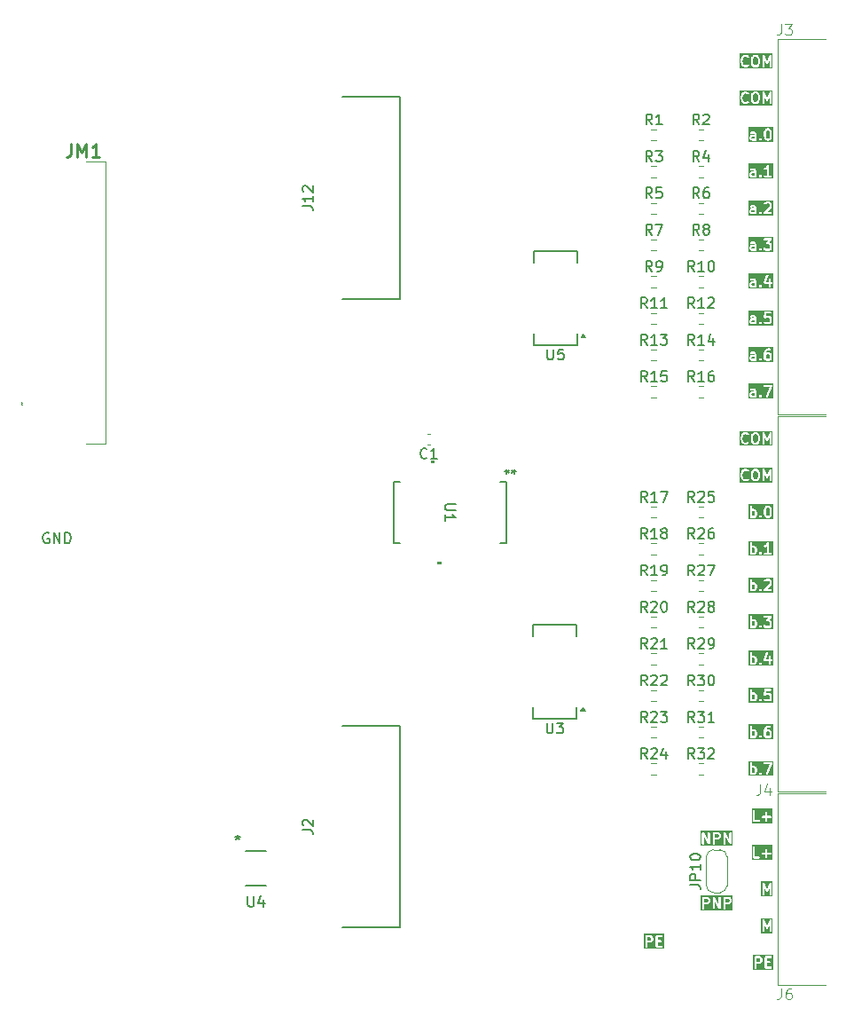
<source format=gbr>
%TF.GenerationSoftware,KiCad,Pcbnew,9.0.3*%
%TF.CreationDate,2025-09-01T16:02:37+03:00*%
%TF.ProjectId,PMCNV-DI16,504d434e-562d-4444-9931-362e6b696361,rev?*%
%TF.SameCoordinates,Original*%
%TF.FileFunction,Legend,Top*%
%TF.FilePolarity,Positive*%
%FSLAX46Y46*%
G04 Gerber Fmt 4.6, Leading zero omitted, Abs format (unit mm)*
G04 Created by KiCad (PCBNEW 9.0.3) date 2025-09-01 16:02:37*
%MOMM*%
%LPD*%
G01*
G04 APERTURE LIST*
%ADD10C,0.200000*%
%ADD11C,0.150000*%
%ADD12C,0.100000*%
%ADD13C,0.254000*%
%ADD14C,0.120000*%
%ADD15C,0.152400*%
%ADD16C,0.000000*%
G04 APERTURE END LIST*
D10*
G36*
X31601755Y14657204D02*
G01*
X31582910Y14647781D01*
X31392029Y14647781D01*
X31347719Y14669936D01*
X31325565Y14714246D01*
X31325565Y14762270D01*
X31347720Y14806580D01*
X31392029Y14828734D01*
X31601755Y14828734D01*
X31601755Y14657204D01*
G37*
G36*
X33023471Y15037024D02*
G01*
X33048140Y15012356D01*
X33077945Y14952746D01*
X33077945Y14761865D01*
X33048140Y14702257D01*
X33023471Y14677587D01*
X32963862Y14647781D01*
X32820600Y14647781D01*
X32760990Y14677586D01*
X32736323Y14702254D01*
X32706517Y14761866D01*
X32706517Y14952746D01*
X32736322Y15012356D01*
X32760990Y15037025D01*
X32820600Y15066829D01*
X32963862Y15066829D01*
X33023471Y15037024D01*
G37*
G36*
X33389056Y14336670D02*
G01*
X31014454Y14336670D01*
X31014454Y14785877D01*
X31125565Y14785877D01*
X31125565Y14690639D01*
X31127486Y14671130D01*
X31128861Y14667810D01*
X31129116Y14664227D01*
X31136122Y14645918D01*
X31183741Y14550679D01*
X31185794Y14547416D01*
X31186308Y14545877D01*
X31187970Y14543961D01*
X31194184Y14534089D01*
X31203655Y14525875D01*
X31211872Y14516400D01*
X31221742Y14510188D01*
X31223660Y14508524D01*
X31225200Y14508011D01*
X31228463Y14505957D01*
X31323700Y14458338D01*
X31342009Y14451332D01*
X31345592Y14451078D01*
X31348913Y14449702D01*
X31368422Y14447781D01*
X31606517Y14447781D01*
X31626026Y14449702D01*
X31629346Y14451078D01*
X31632930Y14451332D01*
X31651238Y14458338D01*
X31655841Y14460640D01*
X31682246Y14449702D01*
X31721264Y14449702D01*
X31757312Y14464634D01*
X31784902Y14492224D01*
X31799834Y14528272D01*
X31801755Y14547781D01*
X31801755Y14614909D01*
X32032248Y14614909D01*
X32032248Y14575891D01*
X32038711Y14560288D01*
X32047180Y14539842D01*
X32047184Y14539838D01*
X32059616Y14524689D01*
X32107235Y14477071D01*
X32122388Y14464634D01*
X32131391Y14460905D01*
X32158437Y14449702D01*
X32197455Y14449702D01*
X32233503Y14464634D01*
X32248657Y14477070D01*
X32296275Y14524689D01*
X32308712Y14539842D01*
X32315464Y14556144D01*
X32323643Y14575890D01*
X32323644Y14614908D01*
X32308713Y14650957D01*
X32296276Y14666110D01*
X32248657Y14713730D01*
X32233504Y14726167D01*
X32211310Y14735360D01*
X32208910Y14736354D01*
X32197455Y14741099D01*
X32158437Y14741099D01*
X32147879Y14736726D01*
X32122389Y14726168D01*
X32122388Y14726167D01*
X32107234Y14713730D01*
X32059616Y14666110D01*
X32047179Y14650957D01*
X32037166Y14626781D01*
X32032248Y14614909D01*
X31801755Y14614909D01*
X31801755Y15071591D01*
X31799834Y15091100D01*
X31798458Y15094421D01*
X31798204Y15098004D01*
X31791198Y15116313D01*
X31789749Y15119210D01*
X32506517Y15119210D01*
X32506517Y14738258D01*
X32508438Y14718749D01*
X32509813Y14715429D01*
X32510068Y14711845D01*
X32517074Y14693537D01*
X32564693Y14598299D01*
X32569976Y14589907D01*
X32570988Y14587463D01*
X32573244Y14584714D01*
X32575136Y14581709D01*
X32577130Y14579980D01*
X32583425Y14572310D01*
X32631043Y14524690D01*
X32638711Y14518397D01*
X32640443Y14516400D01*
X32643451Y14514507D01*
X32646197Y14512253D01*
X32648637Y14511243D01*
X32657034Y14505957D01*
X32752271Y14458338D01*
X32770580Y14451332D01*
X32774163Y14451078D01*
X32777484Y14449702D01*
X32796993Y14447781D01*
X32987469Y14447781D01*
X33006978Y14449702D01*
X33010298Y14451078D01*
X33013882Y14451332D01*
X33032190Y14458338D01*
X33127428Y14505957D01*
X33135823Y14511242D01*
X33138265Y14512253D01*
X33141012Y14514509D01*
X33144018Y14516400D01*
X33145748Y14518395D01*
X33153418Y14524690D01*
X33201037Y14572310D01*
X33207329Y14579977D01*
X33209326Y14581708D01*
X33211219Y14584716D01*
X33213474Y14587463D01*
X33214485Y14589905D01*
X33219769Y14598299D01*
X33267388Y14693536D01*
X33274394Y14711845D01*
X33274648Y14715429D01*
X33276024Y14718749D01*
X33277945Y14738258D01*
X33277945Y14976353D01*
X33276024Y14995862D01*
X33274648Y14999183D01*
X33274394Y15002766D01*
X33267388Y15021075D01*
X33219769Y15116312D01*
X33214483Y15124709D01*
X33213473Y15127149D01*
X33211219Y15129895D01*
X33209326Y15132903D01*
X33207328Y15134636D01*
X33201036Y15142302D01*
X33153418Y15189921D01*
X33145747Y15196216D01*
X33144018Y15198210D01*
X33141010Y15200104D01*
X33138264Y15202357D01*
X33135824Y15203368D01*
X33127428Y15208653D01*
X33032190Y15256272D01*
X33013882Y15263278D01*
X33010298Y15263533D01*
X33006978Y15264908D01*
X32987469Y15266829D01*
X32796993Y15266829D01*
X32777484Y15264908D01*
X32774163Y15263533D01*
X32770580Y15263278D01*
X32752271Y15256272D01*
X32742658Y15251466D01*
X32746949Y15268628D01*
X32827085Y15388833D01*
X32856228Y15417977D01*
X32915838Y15447781D01*
X33082707Y15447781D01*
X33102216Y15449702D01*
X33138264Y15464634D01*
X33165854Y15492224D01*
X33180786Y15528272D01*
X33180786Y15567290D01*
X33165854Y15603338D01*
X33138264Y15630928D01*
X33102216Y15645860D01*
X33082707Y15647781D01*
X32892231Y15647781D01*
X32872722Y15645860D01*
X32869401Y15644485D01*
X32865818Y15644230D01*
X32847509Y15637224D01*
X32752272Y15589605D01*
X32743875Y15584320D01*
X32741435Y15583309D01*
X32738689Y15581056D01*
X32735681Y15579162D01*
X32733948Y15577165D01*
X32726282Y15570872D01*
X32678663Y15523254D01*
X32678618Y15523200D01*
X32678589Y15523180D01*
X32672407Y15515632D01*
X32666227Y15508100D01*
X32666213Y15508068D01*
X32666169Y15508013D01*
X32570931Y15365156D01*
X32565188Y15354387D01*
X32563717Y15352400D01*
X32562879Y15350055D01*
X32561708Y15347858D01*
X32561228Y15345435D01*
X32557122Y15333939D01*
X32509503Y15143464D01*
X32509002Y15140083D01*
X32508438Y15138719D01*
X32507714Y15131369D01*
X32506635Y15124071D01*
X32506852Y15122613D01*
X32506517Y15119210D01*
X31789749Y15119210D01*
X31743579Y15211550D01*
X31741524Y15214814D01*
X31741012Y15216352D01*
X31739350Y15218268D01*
X31733136Y15228141D01*
X31723660Y15236359D01*
X31715447Y15245829D01*
X31705575Y15252043D01*
X31703659Y15253705D01*
X31702120Y15254219D01*
X31698857Y15256272D01*
X31603619Y15303891D01*
X31585311Y15310897D01*
X31581727Y15311152D01*
X31578407Y15312527D01*
X31558898Y15314448D01*
X31368422Y15314448D01*
X31348913Y15312527D01*
X31345592Y15311152D01*
X31342009Y15310897D01*
X31323700Y15303891D01*
X31228463Y15256272D01*
X31211872Y15245829D01*
X31186308Y15216352D01*
X31173969Y15179336D01*
X31176735Y15140416D01*
X31194184Y15105517D01*
X31223661Y15079953D01*
X31260677Y15067614D01*
X31299597Y15070380D01*
X31317905Y15077386D01*
X31392029Y15114448D01*
X31535291Y15114448D01*
X31579600Y15092293D01*
X31601755Y15047984D01*
X31601755Y15038157D01*
X31582910Y15028734D01*
X31368422Y15028734D01*
X31348913Y15026813D01*
X31345592Y15025438D01*
X31342009Y15025183D01*
X31323700Y15018177D01*
X31228463Y14970558D01*
X31225199Y14968504D01*
X31223661Y14967991D01*
X31221745Y14966330D01*
X31211872Y14960115D01*
X31203654Y14950640D01*
X31194184Y14942426D01*
X31187970Y14932555D01*
X31186308Y14930638D01*
X31185794Y14929100D01*
X31183741Y14925836D01*
X31136122Y14830598D01*
X31129116Y14812290D01*
X31128861Y14808707D01*
X31127486Y14805386D01*
X31125565Y14785877D01*
X31014454Y14785877D01*
X31014454Y15758892D01*
X33389056Y15758892D01*
X33389056Y14336670D01*
G37*
G36*
X31594900Y-24415357D02*
G01*
X31619569Y-24440025D01*
X31649374Y-24499635D01*
X31649374Y-24738135D01*
X31619569Y-24797743D01*
X31594900Y-24822413D01*
X31535291Y-24852219D01*
X31392029Y-24852219D01*
X31373184Y-24842796D01*
X31373184Y-24394974D01*
X31392029Y-24385552D01*
X31535291Y-24385552D01*
X31594900Y-24415357D01*
G37*
G36*
X33434984Y-25163330D02*
G01*
X31062073Y-25163330D01*
X31062073Y-23952219D01*
X31173184Y-23952219D01*
X31173184Y-24952219D01*
X31175105Y-24971728D01*
X31190037Y-25007776D01*
X31217627Y-25035366D01*
X31253675Y-25050298D01*
X31292693Y-25050298D01*
X31319097Y-25039360D01*
X31323700Y-25041662D01*
X31342009Y-25048668D01*
X31345592Y-25048922D01*
X31348913Y-25050298D01*
X31368422Y-25052219D01*
X31558898Y-25052219D01*
X31578407Y-25050298D01*
X31581727Y-25048922D01*
X31585311Y-25048668D01*
X31603619Y-25041662D01*
X31698857Y-24994043D01*
X31707252Y-24988758D01*
X31709694Y-24987747D01*
X31712441Y-24985491D01*
X31715447Y-24983600D01*
X31717177Y-24981605D01*
X31724847Y-24975310D01*
X31772466Y-24927690D01*
X31778758Y-24920023D01*
X31780755Y-24918292D01*
X31782648Y-24915284D01*
X31784903Y-24912537D01*
X31785914Y-24910095D01*
X31791198Y-24901701D01*
X31799503Y-24885091D01*
X32032248Y-24885091D01*
X32032248Y-24924109D01*
X32038711Y-24939712D01*
X32047180Y-24960158D01*
X32047184Y-24960162D01*
X32059616Y-24975311D01*
X32107235Y-25022929D01*
X32122388Y-25035366D01*
X32131391Y-25039095D01*
X32158437Y-25050298D01*
X32197455Y-25050298D01*
X32233503Y-25035366D01*
X32248657Y-25022930D01*
X32296275Y-24975311D01*
X32308712Y-24960158D01*
X32315464Y-24943856D01*
X32323643Y-24924110D01*
X32323644Y-24885092D01*
X32308713Y-24849043D01*
X32296276Y-24833890D01*
X32248657Y-24786270D01*
X32233504Y-24773833D01*
X32218572Y-24767648D01*
X32197455Y-24758901D01*
X32158437Y-24758901D01*
X32147879Y-24763274D01*
X32122389Y-24773832D01*
X32122388Y-24773833D01*
X32107234Y-24786270D01*
X32059616Y-24833890D01*
X32047179Y-24849043D01*
X32037166Y-24873219D01*
X32032248Y-24885091D01*
X31799503Y-24885091D01*
X31838817Y-24806464D01*
X31845823Y-24788155D01*
X31846077Y-24784571D01*
X31847453Y-24781251D01*
X31849374Y-24761742D01*
X31849374Y-24476028D01*
X31847453Y-24456519D01*
X31846077Y-24453198D01*
X31845823Y-24449615D01*
X31838817Y-24431306D01*
X31791198Y-24336069D01*
X31785912Y-24327672D01*
X31784902Y-24325232D01*
X31782648Y-24322486D01*
X31780755Y-24319478D01*
X31778757Y-24317745D01*
X31772465Y-24310079D01*
X31724847Y-24262460D01*
X31717176Y-24256165D01*
X31715447Y-24254171D01*
X31712439Y-24252277D01*
X31709693Y-24250024D01*
X31707253Y-24249013D01*
X31698857Y-24243728D01*
X31603619Y-24196109D01*
X31585311Y-24189103D01*
X31581727Y-24188848D01*
X31578407Y-24187473D01*
X31558898Y-24185552D01*
X31373184Y-24185552D01*
X31373184Y-23952219D01*
X31371263Y-23932710D01*
X32460819Y-23932710D01*
X32460819Y-23971728D01*
X32475751Y-24007776D01*
X32503341Y-24035366D01*
X32539389Y-24050298D01*
X32558898Y-24052219D01*
X33073910Y-24052219D01*
X32705078Y-24912827D01*
X32699159Y-24931515D01*
X32698684Y-24970531D01*
X32713175Y-25006758D01*
X32740426Y-25034683D01*
X32776289Y-25050053D01*
X32815305Y-25050528D01*
X32851532Y-25036037D01*
X32879457Y-25008786D01*
X32888908Y-24991611D01*
X33317478Y-23991611D01*
X33323398Y-23972923D01*
X33323405Y-23972301D01*
X33323643Y-23971728D01*
X33323643Y-23952799D01*
X33323873Y-23933908D01*
X33323643Y-23933332D01*
X33323643Y-23932710D01*
X33316389Y-23915199D01*
X33309382Y-23897680D01*
X33308948Y-23897236D01*
X33308711Y-23896662D01*
X33295331Y-23883282D01*
X33282131Y-23869756D01*
X33281560Y-23869511D01*
X33281121Y-23869072D01*
X33263604Y-23861816D01*
X33246267Y-23854386D01*
X33245648Y-23854378D01*
X33245073Y-23854140D01*
X33225564Y-23852219D01*
X32558898Y-23852219D01*
X32539389Y-23854140D01*
X32503341Y-23869072D01*
X32475751Y-23896662D01*
X32460819Y-23932710D01*
X31371263Y-23932710D01*
X31356331Y-23896662D01*
X31328741Y-23869072D01*
X31292693Y-23854140D01*
X31253675Y-23854140D01*
X31217627Y-23869072D01*
X31190037Y-23896662D01*
X31175105Y-23932710D01*
X31173184Y-23952219D01*
X31062073Y-23952219D01*
X31062073Y-23741108D01*
X33434984Y-23741108D01*
X33434984Y-25163330D01*
G37*
G36*
X33339517Y-33163330D02*
G01*
X31347787Y-33163330D01*
X31347787Y-31952219D01*
X31458898Y-31952219D01*
X31458898Y-32952219D01*
X31460819Y-32971728D01*
X31475751Y-33007776D01*
X31503341Y-33035366D01*
X31539389Y-33050298D01*
X31558898Y-33052219D01*
X32035088Y-33052219D01*
X32054597Y-33050298D01*
X32090645Y-33035366D01*
X32118235Y-33007776D01*
X32133167Y-32971728D01*
X32133167Y-32932710D01*
X32118235Y-32896662D01*
X32090645Y-32869072D01*
X32054597Y-32854140D01*
X32035088Y-32852219D01*
X31658898Y-32852219D01*
X31658898Y-32551757D01*
X32270343Y-32551757D01*
X32270343Y-32590775D01*
X32285275Y-32626823D01*
X32312865Y-32654413D01*
X32348913Y-32669345D01*
X32368422Y-32671266D01*
X32649374Y-32671266D01*
X32649374Y-32952219D01*
X32651295Y-32971728D01*
X32666227Y-33007776D01*
X32693817Y-33035366D01*
X32729865Y-33050298D01*
X32768883Y-33050298D01*
X32804931Y-33035366D01*
X32832521Y-33007776D01*
X32847453Y-32971728D01*
X32849374Y-32952219D01*
X32849374Y-32671266D01*
X33130327Y-32671266D01*
X33149836Y-32669345D01*
X33185884Y-32654413D01*
X33213474Y-32626823D01*
X33228406Y-32590775D01*
X33228406Y-32551757D01*
X33213474Y-32515709D01*
X33185884Y-32488119D01*
X33149836Y-32473187D01*
X33130327Y-32471266D01*
X32849374Y-32471266D01*
X32849374Y-32190314D01*
X32847453Y-32170805D01*
X32832521Y-32134757D01*
X32804931Y-32107167D01*
X32768883Y-32092235D01*
X32729865Y-32092235D01*
X32693817Y-32107167D01*
X32666227Y-32134757D01*
X32651295Y-32170805D01*
X32649374Y-32190314D01*
X32649374Y-32471266D01*
X32368422Y-32471266D01*
X32348913Y-32473187D01*
X32312865Y-32488119D01*
X32285275Y-32515709D01*
X32270343Y-32551757D01*
X31658898Y-32551757D01*
X31658898Y-31952219D01*
X31656977Y-31932710D01*
X31642045Y-31896662D01*
X31614455Y-31869072D01*
X31578407Y-31854140D01*
X31539389Y-31854140D01*
X31503341Y-31869072D01*
X31475751Y-31896662D01*
X31460819Y-31932710D01*
X31458898Y-31952219D01*
X31347787Y-31952219D01*
X31347787Y-31743029D01*
X33339517Y-31743029D01*
X33339517Y-33163330D01*
G37*
G36*
X33341437Y-40161409D02*
G01*
X32252549Y-40161409D01*
X32252549Y-38952219D01*
X32363660Y-38952219D01*
X32363660Y-39952219D01*
X32365581Y-39971728D01*
X32380513Y-40007776D01*
X32408103Y-40035366D01*
X32444151Y-40050298D01*
X32483169Y-40050298D01*
X32519217Y-40035366D01*
X32546807Y-40007776D01*
X32561739Y-39971728D01*
X32563660Y-39952219D01*
X32563660Y-39402975D01*
X32706375Y-39708793D01*
X32710607Y-39715938D01*
X32711487Y-39718356D01*
X32713052Y-39720065D01*
X32716366Y-39725659D01*
X32727576Y-39735925D01*
X32737838Y-39747131D01*
X32741863Y-39749009D01*
X32745141Y-39752011D01*
X32759423Y-39757204D01*
X32773196Y-39763632D01*
X32777635Y-39763827D01*
X32781810Y-39765345D01*
X32796993Y-39764677D01*
X32812176Y-39765345D01*
X32816349Y-39763827D01*
X32820791Y-39763632D01*
X32834575Y-39757199D01*
X32848845Y-39752010D01*
X32852118Y-39749012D01*
X32856148Y-39747132D01*
X32866417Y-39735917D01*
X32877620Y-39725659D01*
X32880931Y-39720068D01*
X32882500Y-39718356D01*
X32883380Y-39715934D01*
X32887611Y-39708793D01*
X33030326Y-39402974D01*
X33030326Y-39952219D01*
X33032247Y-39971728D01*
X33047179Y-40007776D01*
X33074769Y-40035366D01*
X33110817Y-40050298D01*
X33149835Y-40050298D01*
X33185883Y-40035366D01*
X33213473Y-40007776D01*
X33228405Y-39971728D01*
X33230326Y-39952219D01*
X33230326Y-38952219D01*
X33229063Y-38939395D01*
X33229167Y-38937036D01*
X33228706Y-38935768D01*
X33228405Y-38932710D01*
X33221764Y-38916679D01*
X33215833Y-38900367D01*
X33214326Y-38898721D01*
X33213473Y-38896662D01*
X33201211Y-38884400D01*
X33189481Y-38871591D01*
X33187457Y-38870646D01*
X33185883Y-38869072D01*
X33169867Y-38862437D01*
X33154124Y-38855091D01*
X33151894Y-38854993D01*
X33149835Y-38854140D01*
X33132483Y-38854140D01*
X33115143Y-38853378D01*
X33113047Y-38854140D01*
X33110817Y-38854140D01*
X33094786Y-38860780D01*
X33078474Y-38866712D01*
X33076828Y-38868218D01*
X33074769Y-38869072D01*
X33062501Y-38881339D01*
X33049699Y-38893064D01*
X33048132Y-38895708D01*
X33047179Y-38896662D01*
X33046275Y-38898843D01*
X33039708Y-38909930D01*
X32796992Y-39430033D01*
X32554278Y-38909930D01*
X32547710Y-38898843D01*
X32546807Y-38896662D01*
X32545853Y-38895708D01*
X32544287Y-38893064D01*
X32531490Y-38881345D01*
X32519217Y-38869072D01*
X32517155Y-38868218D01*
X32515512Y-38866713D01*
X32499210Y-38860784D01*
X32483169Y-38854140D01*
X32480938Y-38854140D01*
X32478843Y-38853378D01*
X32461503Y-38854140D01*
X32444151Y-38854140D01*
X32442091Y-38854993D01*
X32439863Y-38855091D01*
X32424132Y-38862432D01*
X32408103Y-38869072D01*
X32406526Y-38870648D01*
X32404505Y-38871592D01*
X32392786Y-38884388D01*
X32380513Y-38896662D01*
X32379659Y-38898723D01*
X32378154Y-38900367D01*
X32372225Y-38916668D01*
X32365581Y-38932710D01*
X32365279Y-38935768D01*
X32364819Y-38937036D01*
X32364922Y-38939395D01*
X32363660Y-38952219D01*
X32252549Y-38952219D01*
X32252549Y-38742267D01*
X33341437Y-38742267D01*
X33341437Y-40161409D01*
G37*
G36*
X31594900Y-10415357D02*
G01*
X31619569Y-10440025D01*
X31649374Y-10499635D01*
X31649374Y-10738135D01*
X31619569Y-10797743D01*
X31594900Y-10822413D01*
X31535291Y-10852219D01*
X31392029Y-10852219D01*
X31373184Y-10842796D01*
X31373184Y-10394974D01*
X31392029Y-10385552D01*
X31535291Y-10385552D01*
X31594900Y-10415357D01*
G37*
G36*
X33389056Y-11163330D02*
G01*
X31062073Y-11163330D01*
X31062073Y-9952219D01*
X31173184Y-9952219D01*
X31173184Y-10952219D01*
X31175105Y-10971728D01*
X31190037Y-11007776D01*
X31217627Y-11035366D01*
X31253675Y-11050298D01*
X31292693Y-11050298D01*
X31319097Y-11039360D01*
X31323700Y-11041662D01*
X31342009Y-11048668D01*
X31345592Y-11048922D01*
X31348913Y-11050298D01*
X31368422Y-11052219D01*
X31558898Y-11052219D01*
X31578407Y-11050298D01*
X31581727Y-11048922D01*
X31585311Y-11048668D01*
X31603619Y-11041662D01*
X31698857Y-10994043D01*
X31707252Y-10988758D01*
X31709694Y-10987747D01*
X31712441Y-10985491D01*
X31715447Y-10983600D01*
X31717177Y-10981605D01*
X31724847Y-10975310D01*
X31772466Y-10927690D01*
X31778758Y-10920023D01*
X31780755Y-10918292D01*
X31782648Y-10915284D01*
X31784903Y-10912537D01*
X31785914Y-10910095D01*
X31791198Y-10901701D01*
X31799503Y-10885091D01*
X32032248Y-10885091D01*
X32032248Y-10924109D01*
X32038711Y-10939712D01*
X32047180Y-10960158D01*
X32047184Y-10960162D01*
X32059616Y-10975311D01*
X32107235Y-11022929D01*
X32122388Y-11035366D01*
X32131391Y-11039095D01*
X32158437Y-11050298D01*
X32197455Y-11050298D01*
X32233503Y-11035366D01*
X32248657Y-11022930D01*
X32296275Y-10975311D01*
X32308712Y-10960158D01*
X32315464Y-10943856D01*
X32323643Y-10924110D01*
X32323644Y-10885092D01*
X32308713Y-10849043D01*
X32296276Y-10833890D01*
X32248657Y-10786270D01*
X32233504Y-10773833D01*
X32218572Y-10767648D01*
X32197455Y-10758901D01*
X32158437Y-10758901D01*
X32147879Y-10763274D01*
X32122389Y-10773832D01*
X32122388Y-10773833D01*
X32107234Y-10786270D01*
X32059616Y-10833890D01*
X32047179Y-10849043D01*
X32037166Y-10873219D01*
X32032248Y-10885091D01*
X31799503Y-10885091D01*
X31838817Y-10806464D01*
X31845823Y-10788155D01*
X31846077Y-10784571D01*
X31847453Y-10781251D01*
X31849374Y-10761742D01*
X31849374Y-10476028D01*
X31847453Y-10456519D01*
X31846077Y-10453198D01*
X31845823Y-10449615D01*
X31838817Y-10431306D01*
X31791198Y-10336069D01*
X31785912Y-10327672D01*
X31784902Y-10325232D01*
X31782648Y-10322486D01*
X31780755Y-10319478D01*
X31778757Y-10317745D01*
X31772465Y-10310079D01*
X31724847Y-10262460D01*
X31717176Y-10256165D01*
X31715447Y-10254171D01*
X31712439Y-10252277D01*
X31709693Y-10250024D01*
X31707253Y-10249013D01*
X31698857Y-10243728D01*
X31603619Y-10196109D01*
X31585311Y-10189103D01*
X31581727Y-10188848D01*
X31578407Y-10187473D01*
X31558898Y-10185552D01*
X31373184Y-10185552D01*
X31373184Y-9952219D01*
X31371263Y-9932710D01*
X32460819Y-9932710D01*
X32460819Y-9971728D01*
X32475751Y-10007776D01*
X32503341Y-10035366D01*
X32539389Y-10050298D01*
X32558898Y-10052219D01*
X32957568Y-10052219D01*
X32769354Y-10267321D01*
X32763324Y-10275754D01*
X32761465Y-10277614D01*
X32760734Y-10279377D01*
X32757953Y-10283268D01*
X32752748Y-10298656D01*
X32746533Y-10313662D01*
X32746533Y-10317035D01*
X32745453Y-10320229D01*
X32746533Y-10336431D01*
X32746533Y-10352680D01*
X32747823Y-10355795D01*
X32748048Y-10359161D01*
X32755248Y-10373721D01*
X32761465Y-10388728D01*
X32763849Y-10391112D01*
X32765345Y-10394136D01*
X32777570Y-10404833D01*
X32789055Y-10416318D01*
X32792169Y-10417608D01*
X32794709Y-10419830D01*
X32810097Y-10425034D01*
X32825103Y-10431250D01*
X32829862Y-10431718D01*
X32831670Y-10432330D01*
X32834294Y-10432155D01*
X32844612Y-10433171D01*
X32963862Y-10433171D01*
X33023471Y-10462976D01*
X33048140Y-10487644D01*
X33077945Y-10547254D01*
X33077945Y-10738135D01*
X33048140Y-10797743D01*
X33023471Y-10822413D01*
X32963862Y-10852219D01*
X32725362Y-10852219D01*
X32665752Y-10822414D01*
X32629609Y-10786270D01*
X32614456Y-10773833D01*
X32578408Y-10758902D01*
X32539390Y-10758901D01*
X32503341Y-10773832D01*
X32475751Y-10801422D01*
X32460820Y-10837470D01*
X32460819Y-10876488D01*
X32475750Y-10912537D01*
X32488187Y-10927690D01*
X32535805Y-10975310D01*
X32543473Y-10981603D01*
X32545205Y-10983600D01*
X32548213Y-10985493D01*
X32550959Y-10987747D01*
X32553399Y-10988757D01*
X32561796Y-10994043D01*
X32657033Y-11041662D01*
X32675342Y-11048668D01*
X32678925Y-11048922D01*
X32682246Y-11050298D01*
X32701755Y-11052219D01*
X32987469Y-11052219D01*
X33006978Y-11050298D01*
X33010298Y-11048922D01*
X33013882Y-11048668D01*
X33032190Y-11041662D01*
X33127428Y-10994043D01*
X33135823Y-10988758D01*
X33138265Y-10987747D01*
X33141012Y-10985491D01*
X33144018Y-10983600D01*
X33145748Y-10981605D01*
X33153418Y-10975310D01*
X33201037Y-10927690D01*
X33207329Y-10920023D01*
X33209326Y-10918292D01*
X33211219Y-10915284D01*
X33213474Y-10912537D01*
X33214485Y-10910095D01*
X33219769Y-10901701D01*
X33267388Y-10806464D01*
X33274394Y-10788155D01*
X33274648Y-10784571D01*
X33276024Y-10781251D01*
X33277945Y-10761742D01*
X33277945Y-10523647D01*
X33276024Y-10504138D01*
X33274648Y-10500817D01*
X33274394Y-10497234D01*
X33267388Y-10478925D01*
X33219769Y-10383688D01*
X33214483Y-10375291D01*
X33213473Y-10372851D01*
X33211219Y-10370105D01*
X33209326Y-10367097D01*
X33207328Y-10365364D01*
X33201036Y-10357698D01*
X33153418Y-10310079D01*
X33145747Y-10303784D01*
X33144018Y-10301790D01*
X33141010Y-10299896D01*
X33138264Y-10297643D01*
X33135824Y-10296632D01*
X33127428Y-10291347D01*
X33048580Y-10251923D01*
X33253203Y-10018069D01*
X33259232Y-10009635D01*
X33261092Y-10007776D01*
X33261822Y-10006012D01*
X33264604Y-10002122D01*
X33269808Y-9986733D01*
X33276024Y-9971728D01*
X33276024Y-9968354D01*
X33277104Y-9965161D01*
X33276024Y-9948958D01*
X33276024Y-9932710D01*
X33274733Y-9929594D01*
X33274509Y-9926229D01*
X33267306Y-9911663D01*
X33261092Y-9896662D01*
X33258708Y-9894278D01*
X33257213Y-9891254D01*
X33244979Y-9880549D01*
X33233502Y-9869072D01*
X33230388Y-9867782D01*
X33227849Y-9865560D01*
X33212457Y-9860354D01*
X33197454Y-9854140D01*
X33192694Y-9853671D01*
X33190887Y-9853060D01*
X33188262Y-9853234D01*
X33177945Y-9852219D01*
X32558898Y-9852219D01*
X32539389Y-9854140D01*
X32503341Y-9869072D01*
X32475751Y-9896662D01*
X32460819Y-9932710D01*
X31371263Y-9932710D01*
X31356331Y-9896662D01*
X31328741Y-9869072D01*
X31292693Y-9854140D01*
X31253675Y-9854140D01*
X31217627Y-9869072D01*
X31190037Y-9896662D01*
X31175105Y-9932710D01*
X31173184Y-9952219D01*
X31062073Y-9952219D01*
X31062073Y-9741108D01*
X33389056Y-9741108D01*
X33389056Y-11163330D01*
G37*
G36*
X31832994Y39917977D02*
G01*
X31897173Y39853798D01*
X31935088Y39702139D01*
X31935088Y39393425D01*
X31897172Y39241765D01*
X31832996Y39177587D01*
X31773386Y39147781D01*
X31630124Y39147781D01*
X31570514Y39177586D01*
X31506337Y39241764D01*
X31468422Y39393425D01*
X31468422Y39702138D01*
X31506337Y39853798D01*
X31570516Y39917977D01*
X31630124Y39947781D01*
X31773386Y39947781D01*
X31832994Y39917977D01*
G37*
G36*
X33341437Y38836670D02*
G01*
X30157311Y38836670D01*
X30157311Y39619210D01*
X30268422Y39619210D01*
X30268422Y39476353D01*
X30268757Y39472951D01*
X30268540Y39471492D01*
X30269619Y39464195D01*
X30270343Y39456844D01*
X30270907Y39455481D01*
X30271408Y39452099D01*
X30319027Y39261624D01*
X30319540Y39260187D01*
X30319592Y39259464D01*
X30322700Y39251340D01*
X30325622Y39243163D01*
X30326052Y39242583D01*
X30326598Y39241156D01*
X30374217Y39145918D01*
X30379499Y39137526D01*
X30380512Y39135082D01*
X30382768Y39132333D01*
X30384660Y39129328D01*
X30386654Y39127599D01*
X30392949Y39119929D01*
X30488187Y39024689D01*
X30503340Y39012253D01*
X30506659Y39010878D01*
X30509375Y39008523D01*
X30527275Y39000532D01*
X30670132Y38952913D01*
X30679804Y38950714D01*
X30682246Y38949702D01*
X30685783Y38949354D01*
X30689247Y38948566D01*
X30691881Y38948754D01*
X30701755Y38947781D01*
X30796993Y38947781D01*
X30806866Y38948754D01*
X30809500Y38948566D01*
X30812963Y38949354D01*
X30816502Y38949702D01*
X30818944Y38950714D01*
X30828616Y38952913D01*
X30971472Y39000532D01*
X30989373Y39008523D01*
X30992088Y39010878D01*
X30995408Y39012253D01*
X31010561Y39024690D01*
X31058180Y39072310D01*
X31070617Y39087463D01*
X31085548Y39123512D01*
X31085547Y39162530D01*
X31070616Y39198578D01*
X31043025Y39226168D01*
X31006977Y39241099D01*
X30967959Y39241098D01*
X30931911Y39226167D01*
X30916757Y39213730D01*
X30885830Y39182803D01*
X30780766Y39147781D01*
X30717981Y39147781D01*
X30612916Y39182803D01*
X30545846Y39249873D01*
X30510392Y39320782D01*
X30468422Y39488663D01*
X30468422Y39606900D01*
X30495309Y39714448D01*
X31268422Y39714448D01*
X31268422Y39381115D01*
X31268757Y39377713D01*
X31268540Y39376254D01*
X31269619Y39368957D01*
X31270343Y39361606D01*
X31270907Y39360243D01*
X31271408Y39356861D01*
X31319027Y39166386D01*
X31325622Y39147925D01*
X31330047Y39141953D01*
X31332893Y39135082D01*
X31345330Y39119929D01*
X31440568Y39024689D01*
X31448236Y39018396D01*
X31449967Y39016400D01*
X31452974Y39014507D01*
X31455721Y39012253D01*
X31458161Y39011243D01*
X31466558Y39005957D01*
X31561795Y38958338D01*
X31580104Y38951332D01*
X31583687Y38951078D01*
X31587008Y38949702D01*
X31606517Y38947781D01*
X31796993Y38947781D01*
X31816502Y38949702D01*
X31819822Y38951078D01*
X31823406Y38951332D01*
X31841714Y38958338D01*
X31936952Y39005957D01*
X31945347Y39011242D01*
X31947789Y39012253D01*
X31950536Y39014509D01*
X31953542Y39016400D01*
X31955272Y39018395D01*
X31962942Y39024690D01*
X32058180Y39119929D01*
X32070617Y39135082D01*
X32073462Y39141953D01*
X32077888Y39147925D01*
X32084483Y39166385D01*
X32132102Y39356861D01*
X32132602Y39360243D01*
X32133167Y39361606D01*
X32133890Y39368957D01*
X32134970Y39376254D01*
X32134752Y39377713D01*
X32135088Y39381115D01*
X32135088Y39714448D01*
X32134752Y39717851D01*
X32134970Y39719309D01*
X32133890Y39726607D01*
X32133167Y39733957D01*
X32132602Y39735321D01*
X32132102Y39738702D01*
X32084483Y39929178D01*
X32077888Y39947638D01*
X32073461Y39953613D01*
X32070616Y39960481D01*
X32058180Y39975635D01*
X31986034Y40047781D01*
X32363660Y40047781D01*
X32363660Y39047781D01*
X32365581Y39028272D01*
X32380513Y38992224D01*
X32408103Y38964634D01*
X32444151Y38949702D01*
X32483169Y38949702D01*
X32519217Y38964634D01*
X32546807Y38992224D01*
X32561739Y39028272D01*
X32563660Y39047781D01*
X32563660Y39597025D01*
X32706375Y39291207D01*
X32710607Y39284062D01*
X32711487Y39281644D01*
X32713052Y39279935D01*
X32716366Y39274341D01*
X32727576Y39264075D01*
X32737838Y39252869D01*
X32741863Y39250991D01*
X32745141Y39247989D01*
X32759423Y39242796D01*
X32773196Y39236368D01*
X32777635Y39236173D01*
X32781810Y39234655D01*
X32796993Y39235323D01*
X32812176Y39234655D01*
X32816349Y39236173D01*
X32820791Y39236368D01*
X32834575Y39242801D01*
X32848845Y39247990D01*
X32852118Y39250988D01*
X32856148Y39252868D01*
X32866417Y39264083D01*
X32877620Y39274341D01*
X32880931Y39279932D01*
X32882500Y39281644D01*
X32883380Y39284066D01*
X32887611Y39291207D01*
X33030326Y39597026D01*
X33030326Y39047781D01*
X33032247Y39028272D01*
X33047179Y38992224D01*
X33074769Y38964634D01*
X33110817Y38949702D01*
X33149835Y38949702D01*
X33185883Y38964634D01*
X33213473Y38992224D01*
X33228405Y39028272D01*
X33230326Y39047781D01*
X33230326Y40047781D01*
X33229063Y40060605D01*
X33229167Y40062964D01*
X33228706Y40064232D01*
X33228405Y40067290D01*
X33221764Y40083321D01*
X33215833Y40099633D01*
X33214326Y40101279D01*
X33213473Y40103338D01*
X33201211Y40115600D01*
X33189481Y40128409D01*
X33187457Y40129354D01*
X33185883Y40130928D01*
X33169867Y40137563D01*
X33154124Y40144909D01*
X33151894Y40145007D01*
X33149835Y40145860D01*
X33132483Y40145860D01*
X33115143Y40146622D01*
X33113047Y40145860D01*
X33110817Y40145860D01*
X33094786Y40139220D01*
X33078474Y40133288D01*
X33076828Y40131782D01*
X33074769Y40130928D01*
X33062501Y40118661D01*
X33049699Y40106936D01*
X33048132Y40104292D01*
X33047179Y40103338D01*
X33046275Y40101157D01*
X33039708Y40090070D01*
X32796992Y39569967D01*
X32554278Y40090070D01*
X32547710Y40101157D01*
X32546807Y40103338D01*
X32545853Y40104292D01*
X32544287Y40106936D01*
X32531490Y40118655D01*
X32519217Y40130928D01*
X32517155Y40131782D01*
X32515512Y40133287D01*
X32499210Y40139216D01*
X32483169Y40145860D01*
X32480938Y40145860D01*
X32478843Y40146622D01*
X32461503Y40145860D01*
X32444151Y40145860D01*
X32442091Y40145007D01*
X32439863Y40144909D01*
X32424132Y40137568D01*
X32408103Y40130928D01*
X32406526Y40129352D01*
X32404505Y40128408D01*
X32392786Y40115612D01*
X32380513Y40103338D01*
X32379659Y40101277D01*
X32378154Y40099633D01*
X32372225Y40083332D01*
X32365581Y40067290D01*
X32365279Y40064232D01*
X32364819Y40062964D01*
X32364922Y40060605D01*
X32363660Y40047781D01*
X31986034Y40047781D01*
X31962942Y40070873D01*
X31955271Y40077168D01*
X31953542Y40079162D01*
X31950534Y40081056D01*
X31947788Y40083309D01*
X31945348Y40084320D01*
X31936952Y40089605D01*
X31841714Y40137224D01*
X31823406Y40144230D01*
X31819822Y40144485D01*
X31816502Y40145860D01*
X31796993Y40147781D01*
X31606517Y40147781D01*
X31587008Y40145860D01*
X31583687Y40144485D01*
X31580104Y40144230D01*
X31561795Y40137224D01*
X31466558Y40089605D01*
X31458159Y40084319D01*
X31455722Y40083309D01*
X31452978Y40081058D01*
X31449967Y40079162D01*
X31448234Y40077165D01*
X31440568Y40070873D01*
X31345330Y39975635D01*
X31332894Y39960481D01*
X31330048Y39953613D01*
X31325622Y39947638D01*
X31319027Y39929177D01*
X31271408Y39738702D01*
X31270907Y39735321D01*
X31270343Y39733957D01*
X31269619Y39726607D01*
X31268540Y39719309D01*
X31268757Y39717851D01*
X31268422Y39714448D01*
X30495309Y39714448D01*
X30510392Y39774782D01*
X30545845Y39845688D01*
X30612917Y39912760D01*
X30717981Y39947781D01*
X30780766Y39947781D01*
X30885831Y39912760D01*
X30916758Y39881833D01*
X30931911Y39869396D01*
X30967960Y39854465D01*
X31006978Y39854465D01*
X31043026Y39869396D01*
X31070616Y39896986D01*
X31085547Y39933034D01*
X31085547Y39972052D01*
X31070616Y40008101D01*
X31058179Y40023254D01*
X31010561Y40070873D01*
X30995407Y40083309D01*
X30992088Y40084684D01*
X30989373Y40087039D01*
X30971472Y40095030D01*
X30828616Y40142649D01*
X30818944Y40144849D01*
X30816502Y40145860D01*
X30812963Y40146209D01*
X30809500Y40146996D01*
X30806866Y40146809D01*
X30796993Y40147781D01*
X30701755Y40147781D01*
X30691881Y40146809D01*
X30689247Y40146996D01*
X30685783Y40146209D01*
X30682246Y40145860D01*
X30679804Y40144849D01*
X30670132Y40142649D01*
X30527275Y40095030D01*
X30509375Y40087039D01*
X30506659Y40084684D01*
X30503341Y40083309D01*
X30488187Y40070873D01*
X30392949Y39975635D01*
X30386654Y39967965D01*
X30384660Y39966235D01*
X30382766Y39963228D01*
X30380513Y39960481D01*
X30379502Y39958042D01*
X30374217Y39949645D01*
X30326598Y39854407D01*
X30326052Y39852981D01*
X30325622Y39852400D01*
X30322700Y39844224D01*
X30319592Y39836099D01*
X30319540Y39835377D01*
X30319027Y39833939D01*
X30271408Y39643464D01*
X30270907Y39640083D01*
X30270343Y39638719D01*
X30269619Y39631369D01*
X30268540Y39624071D01*
X30268757Y39622613D01*
X30268422Y39619210D01*
X30157311Y39619210D01*
X30157311Y40258892D01*
X33341437Y40258892D01*
X33341437Y38836670D01*
G37*
G36*
X31601755Y18157204D02*
G01*
X31582910Y18147781D01*
X31392029Y18147781D01*
X31347719Y18169936D01*
X31325565Y18214246D01*
X31325565Y18262270D01*
X31347720Y18306580D01*
X31392029Y18328734D01*
X31601755Y18328734D01*
X31601755Y18157204D01*
G37*
G36*
X33389056Y17836670D02*
G01*
X31014454Y17836670D01*
X31014454Y18285877D01*
X31125565Y18285877D01*
X31125565Y18190639D01*
X31127486Y18171130D01*
X31128861Y18167810D01*
X31129116Y18164227D01*
X31136122Y18145918D01*
X31183741Y18050679D01*
X31185794Y18047416D01*
X31186308Y18045877D01*
X31187970Y18043961D01*
X31194184Y18034089D01*
X31203655Y18025875D01*
X31211872Y18016400D01*
X31221742Y18010188D01*
X31223660Y18008524D01*
X31225200Y18008011D01*
X31228463Y18005957D01*
X31323700Y17958338D01*
X31342009Y17951332D01*
X31345592Y17951078D01*
X31348913Y17949702D01*
X31368422Y17947781D01*
X31606517Y17947781D01*
X31626026Y17949702D01*
X31629346Y17951078D01*
X31632930Y17951332D01*
X31651238Y17958338D01*
X31655841Y17960640D01*
X31682246Y17949702D01*
X31721264Y17949702D01*
X31757312Y17964634D01*
X31784902Y17992224D01*
X31799834Y18028272D01*
X31801755Y18047781D01*
X31801755Y18114909D01*
X32032248Y18114909D01*
X32032248Y18075891D01*
X32038711Y18060288D01*
X32047180Y18039842D01*
X32047184Y18039838D01*
X32059616Y18024689D01*
X32107235Y17977071D01*
X32122388Y17964634D01*
X32131391Y17960905D01*
X32158437Y17949702D01*
X32197455Y17949702D01*
X32233503Y17964634D01*
X32248657Y17977070D01*
X32296275Y18024689D01*
X32308712Y18039842D01*
X32315464Y18056144D01*
X32323643Y18075890D01*
X32323644Y18114908D01*
X32308713Y18150957D01*
X32296276Y18166110D01*
X32248657Y18213730D01*
X32233504Y18226167D01*
X32211310Y18235360D01*
X32208910Y18236354D01*
X32197455Y18241099D01*
X32158437Y18241099D01*
X32147879Y18236726D01*
X32122389Y18226168D01*
X32122388Y18226167D01*
X32107234Y18213730D01*
X32059616Y18166110D01*
X32047179Y18150957D01*
X32037166Y18126781D01*
X32032248Y18114909D01*
X31801755Y18114909D01*
X31801755Y18561938D01*
X32506984Y18561938D01*
X32508438Y18557120D01*
X32508438Y18552082D01*
X32514034Y18538573D01*
X32518255Y18524583D01*
X32521442Y18520687D01*
X32523370Y18516034D01*
X32533706Y18505698D01*
X32542962Y18494385D01*
X32547399Y18492005D01*
X32550960Y18488444D01*
X32564465Y18482850D01*
X32577346Y18475940D01*
X32582355Y18475440D01*
X32587008Y18473512D01*
X32601629Y18473512D01*
X32616170Y18472058D01*
X32620989Y18473512D01*
X32626026Y18473512D01*
X32639535Y18479109D01*
X32653525Y18483329D01*
X32657421Y18486517D01*
X32662074Y18488444D01*
X32677228Y18500880D01*
X32713371Y18537025D01*
X32772981Y18566829D01*
X32963862Y18566829D01*
X33023471Y18537024D01*
X33048140Y18512356D01*
X33077945Y18452746D01*
X33077945Y18261865D01*
X33048140Y18202257D01*
X33023471Y18177587D01*
X32963862Y18147781D01*
X32772981Y18147781D01*
X32713371Y18177586D01*
X32677228Y18213730D01*
X32662075Y18226167D01*
X32626027Y18241098D01*
X32587009Y18241099D01*
X32550960Y18226168D01*
X32523370Y18198578D01*
X32508439Y18162530D01*
X32508438Y18123512D01*
X32523369Y18087463D01*
X32535806Y18072310D01*
X32583424Y18024690D01*
X32591092Y18018397D01*
X32592824Y18016400D01*
X32595832Y18014507D01*
X32598578Y18012253D01*
X32601018Y18011243D01*
X32609415Y18005957D01*
X32704652Y17958338D01*
X32722961Y17951332D01*
X32726544Y17951078D01*
X32729865Y17949702D01*
X32749374Y17947781D01*
X32987469Y17947781D01*
X33006978Y17949702D01*
X33010298Y17951078D01*
X33013882Y17951332D01*
X33032190Y17958338D01*
X33127428Y18005957D01*
X33135823Y18011242D01*
X33138265Y18012253D01*
X33141012Y18014509D01*
X33144018Y18016400D01*
X33145748Y18018395D01*
X33153418Y18024690D01*
X33201037Y18072310D01*
X33207329Y18079977D01*
X33209326Y18081708D01*
X33211219Y18084716D01*
X33213474Y18087463D01*
X33214485Y18089905D01*
X33219769Y18098299D01*
X33267388Y18193536D01*
X33274394Y18211845D01*
X33274648Y18215429D01*
X33276024Y18218749D01*
X33277945Y18238258D01*
X33277945Y18476353D01*
X33276024Y18495862D01*
X33274648Y18499183D01*
X33274394Y18502766D01*
X33267388Y18521075D01*
X33219769Y18616312D01*
X33214483Y18624709D01*
X33213473Y18627149D01*
X33211219Y18629895D01*
X33209326Y18632903D01*
X33207328Y18634636D01*
X33201036Y18642302D01*
X33153418Y18689921D01*
X33145747Y18696216D01*
X33144018Y18698210D01*
X33141010Y18700104D01*
X33138264Y18702357D01*
X33135824Y18703368D01*
X33127428Y18708653D01*
X33032190Y18756272D01*
X33013882Y18763278D01*
X33010298Y18763533D01*
X33006978Y18764908D01*
X32987469Y18766829D01*
X32749374Y18766829D01*
X32729865Y18764908D01*
X32726544Y18763533D01*
X32726207Y18763509D01*
X32744635Y18947781D01*
X33130326Y18947781D01*
X33149835Y18949702D01*
X33185883Y18964634D01*
X33213473Y18992224D01*
X33228405Y19028272D01*
X33228405Y19067290D01*
X33213473Y19103338D01*
X33185883Y19130928D01*
X33149835Y19145860D01*
X33130326Y19147781D01*
X32654136Y19147781D01*
X32646919Y19147071D01*
X32644483Y19147314D01*
X32642104Y19146597D01*
X32634627Y19145860D01*
X32621117Y19140264D01*
X32607128Y19136043D01*
X32603231Y19132856D01*
X32598579Y19130928D01*
X32588242Y19120592D01*
X32576930Y19111336D01*
X32574549Y19106899D01*
X32570989Y19103338D01*
X32565394Y19089833D01*
X32558485Y19076952D01*
X32557008Y19069588D01*
X32556057Y19067290D01*
X32556057Y19064840D01*
X32554632Y19057731D01*
X32507013Y18581541D01*
X32506984Y18561938D01*
X31801755Y18561938D01*
X31801755Y18571591D01*
X31799834Y18591100D01*
X31798458Y18594421D01*
X31798204Y18598004D01*
X31791198Y18616313D01*
X31743579Y18711550D01*
X31741524Y18714814D01*
X31741012Y18716352D01*
X31739350Y18718268D01*
X31733136Y18728141D01*
X31723660Y18736359D01*
X31715447Y18745829D01*
X31705575Y18752043D01*
X31703659Y18753705D01*
X31702120Y18754219D01*
X31698857Y18756272D01*
X31603619Y18803891D01*
X31585311Y18810897D01*
X31581727Y18811152D01*
X31578407Y18812527D01*
X31558898Y18814448D01*
X31368422Y18814448D01*
X31348913Y18812527D01*
X31345592Y18811152D01*
X31342009Y18810897D01*
X31323700Y18803891D01*
X31228463Y18756272D01*
X31211872Y18745829D01*
X31186308Y18716352D01*
X31173969Y18679336D01*
X31176735Y18640416D01*
X31194184Y18605517D01*
X31223661Y18579953D01*
X31260677Y18567614D01*
X31299597Y18570380D01*
X31317905Y18577386D01*
X31392029Y18614448D01*
X31535291Y18614448D01*
X31579600Y18592293D01*
X31601755Y18547984D01*
X31601755Y18538157D01*
X31582910Y18528734D01*
X31368422Y18528734D01*
X31348913Y18526813D01*
X31345592Y18525438D01*
X31342009Y18525183D01*
X31323700Y18518177D01*
X31228463Y18470558D01*
X31225199Y18468504D01*
X31223661Y18467991D01*
X31221745Y18466330D01*
X31211872Y18460115D01*
X31203654Y18450640D01*
X31194184Y18442426D01*
X31187970Y18432555D01*
X31186308Y18430638D01*
X31185794Y18429100D01*
X31183741Y18425836D01*
X31136122Y18330598D01*
X31129116Y18312290D01*
X31128861Y18308707D01*
X31127486Y18305386D01*
X31125565Y18285877D01*
X31014454Y18285877D01*
X31014454Y19258892D01*
X33389056Y19258892D01*
X33389056Y17836670D01*
G37*
G36*
X31594900Y-20915357D02*
G01*
X31619569Y-20940025D01*
X31649374Y-20999635D01*
X31649374Y-21238135D01*
X31619569Y-21297743D01*
X31594900Y-21322413D01*
X31535291Y-21352219D01*
X31392029Y-21352219D01*
X31373184Y-21342796D01*
X31373184Y-20894974D01*
X31392029Y-20885552D01*
X31535291Y-20885552D01*
X31594900Y-20915357D01*
G37*
G36*
X33023471Y-20962976D02*
G01*
X33048140Y-20987644D01*
X33077945Y-21047254D01*
X33077945Y-21238135D01*
X33048140Y-21297743D01*
X33023471Y-21322413D01*
X32963862Y-21352219D01*
X32820600Y-21352219D01*
X32760990Y-21322414D01*
X32736323Y-21297746D01*
X32706517Y-21238134D01*
X32706517Y-21047254D01*
X32736322Y-20987644D01*
X32760990Y-20962975D01*
X32820600Y-20933171D01*
X32963862Y-20933171D01*
X33023471Y-20962976D01*
G37*
G36*
X33389056Y-21663330D02*
G01*
X31062073Y-21663330D01*
X31062073Y-20452219D01*
X31173184Y-20452219D01*
X31173184Y-21452219D01*
X31175105Y-21471728D01*
X31190037Y-21507776D01*
X31217627Y-21535366D01*
X31253675Y-21550298D01*
X31292693Y-21550298D01*
X31319097Y-21539360D01*
X31323700Y-21541662D01*
X31342009Y-21548668D01*
X31345592Y-21548922D01*
X31348913Y-21550298D01*
X31368422Y-21552219D01*
X31558898Y-21552219D01*
X31578407Y-21550298D01*
X31581727Y-21548922D01*
X31585311Y-21548668D01*
X31603619Y-21541662D01*
X31698857Y-21494043D01*
X31707252Y-21488758D01*
X31709694Y-21487747D01*
X31712441Y-21485491D01*
X31715447Y-21483600D01*
X31717177Y-21481605D01*
X31724847Y-21475310D01*
X31772466Y-21427690D01*
X31778758Y-21420023D01*
X31780755Y-21418292D01*
X31782648Y-21415284D01*
X31784903Y-21412537D01*
X31785914Y-21410095D01*
X31791198Y-21401701D01*
X31799503Y-21385091D01*
X32032248Y-21385091D01*
X32032248Y-21424109D01*
X32038711Y-21439712D01*
X32047180Y-21460158D01*
X32047184Y-21460162D01*
X32059616Y-21475311D01*
X32107235Y-21522929D01*
X32122388Y-21535366D01*
X32131391Y-21539095D01*
X32158437Y-21550298D01*
X32197455Y-21550298D01*
X32233503Y-21535366D01*
X32248657Y-21522930D01*
X32296275Y-21475311D01*
X32308712Y-21460158D01*
X32315464Y-21443856D01*
X32323643Y-21424110D01*
X32323644Y-21385092D01*
X32308713Y-21349043D01*
X32296276Y-21333890D01*
X32248657Y-21286270D01*
X32233504Y-21273833D01*
X32218572Y-21267648D01*
X32197455Y-21258901D01*
X32158437Y-21258901D01*
X32147879Y-21263274D01*
X32122389Y-21273832D01*
X32122388Y-21273833D01*
X32107234Y-21286270D01*
X32059616Y-21333890D01*
X32047179Y-21349043D01*
X32037166Y-21373219D01*
X32032248Y-21385091D01*
X31799503Y-21385091D01*
X31838817Y-21306464D01*
X31845823Y-21288155D01*
X31846077Y-21284571D01*
X31847453Y-21281251D01*
X31849374Y-21261742D01*
X31849374Y-20976028D01*
X31847453Y-20956519D01*
X31846077Y-20953198D01*
X31845823Y-20949615D01*
X31838817Y-20931306D01*
X31813559Y-20880790D01*
X32506517Y-20880790D01*
X32506517Y-21261742D01*
X32508438Y-21281251D01*
X32509813Y-21284571D01*
X32510068Y-21288155D01*
X32517074Y-21306463D01*
X32564693Y-21401701D01*
X32569976Y-21410093D01*
X32570988Y-21412537D01*
X32573244Y-21415286D01*
X32575136Y-21418291D01*
X32577130Y-21420020D01*
X32583425Y-21427690D01*
X32631043Y-21475310D01*
X32638711Y-21481603D01*
X32640443Y-21483600D01*
X32643451Y-21485493D01*
X32646197Y-21487747D01*
X32648637Y-21488757D01*
X32657034Y-21494043D01*
X32752271Y-21541662D01*
X32770580Y-21548668D01*
X32774163Y-21548922D01*
X32777484Y-21550298D01*
X32796993Y-21552219D01*
X32987469Y-21552219D01*
X33006978Y-21550298D01*
X33010298Y-21548922D01*
X33013882Y-21548668D01*
X33032190Y-21541662D01*
X33127428Y-21494043D01*
X33135823Y-21488758D01*
X33138265Y-21487747D01*
X33141012Y-21485491D01*
X33144018Y-21483600D01*
X33145748Y-21481605D01*
X33153418Y-21475310D01*
X33201037Y-21427690D01*
X33207329Y-21420023D01*
X33209326Y-21418292D01*
X33211219Y-21415284D01*
X33213474Y-21412537D01*
X33214485Y-21410095D01*
X33219769Y-21401701D01*
X33267388Y-21306464D01*
X33274394Y-21288155D01*
X33274648Y-21284571D01*
X33276024Y-21281251D01*
X33277945Y-21261742D01*
X33277945Y-21023647D01*
X33276024Y-21004138D01*
X33274648Y-21000817D01*
X33274394Y-20997234D01*
X33267388Y-20978925D01*
X33219769Y-20883688D01*
X33214483Y-20875291D01*
X33213473Y-20872851D01*
X33211219Y-20870105D01*
X33209326Y-20867097D01*
X33207328Y-20865364D01*
X33201036Y-20857698D01*
X33153418Y-20810079D01*
X33145747Y-20803784D01*
X33144018Y-20801790D01*
X33141010Y-20799896D01*
X33138264Y-20797643D01*
X33135824Y-20796632D01*
X33127428Y-20791347D01*
X33032190Y-20743728D01*
X33013882Y-20736722D01*
X33010298Y-20736467D01*
X33006978Y-20735092D01*
X32987469Y-20733171D01*
X32796993Y-20733171D01*
X32777484Y-20735092D01*
X32774163Y-20736467D01*
X32770580Y-20736722D01*
X32752271Y-20743728D01*
X32742658Y-20748534D01*
X32746949Y-20731372D01*
X32827085Y-20611167D01*
X32856228Y-20582023D01*
X32915838Y-20552219D01*
X33082707Y-20552219D01*
X33102216Y-20550298D01*
X33138264Y-20535366D01*
X33165854Y-20507776D01*
X33180786Y-20471728D01*
X33180786Y-20432710D01*
X33165854Y-20396662D01*
X33138264Y-20369072D01*
X33102216Y-20354140D01*
X33082707Y-20352219D01*
X32892231Y-20352219D01*
X32872722Y-20354140D01*
X32869401Y-20355515D01*
X32865818Y-20355770D01*
X32847509Y-20362776D01*
X32752272Y-20410395D01*
X32743875Y-20415680D01*
X32741435Y-20416691D01*
X32738689Y-20418944D01*
X32735681Y-20420838D01*
X32733948Y-20422835D01*
X32726282Y-20429128D01*
X32678663Y-20476746D01*
X32678618Y-20476800D01*
X32678589Y-20476820D01*
X32672407Y-20484368D01*
X32666227Y-20491900D01*
X32666213Y-20491932D01*
X32666169Y-20491987D01*
X32570931Y-20634844D01*
X32565188Y-20645613D01*
X32563717Y-20647600D01*
X32562879Y-20649945D01*
X32561708Y-20652142D01*
X32561228Y-20654565D01*
X32557122Y-20666061D01*
X32509503Y-20856536D01*
X32509002Y-20859917D01*
X32508438Y-20861281D01*
X32507714Y-20868631D01*
X32506635Y-20875929D01*
X32506852Y-20877387D01*
X32506517Y-20880790D01*
X31813559Y-20880790D01*
X31791198Y-20836069D01*
X31785912Y-20827672D01*
X31784902Y-20825232D01*
X31782648Y-20822486D01*
X31780755Y-20819478D01*
X31778757Y-20817745D01*
X31772465Y-20810079D01*
X31724847Y-20762460D01*
X31717176Y-20756165D01*
X31715447Y-20754171D01*
X31712439Y-20752277D01*
X31709693Y-20750024D01*
X31707253Y-20749013D01*
X31698857Y-20743728D01*
X31603619Y-20696109D01*
X31585311Y-20689103D01*
X31581727Y-20688848D01*
X31578407Y-20687473D01*
X31558898Y-20685552D01*
X31373184Y-20685552D01*
X31373184Y-20452219D01*
X31371263Y-20432710D01*
X31356331Y-20396662D01*
X31328741Y-20369072D01*
X31292693Y-20354140D01*
X31253675Y-20354140D01*
X31217627Y-20369072D01*
X31190037Y-20396662D01*
X31175105Y-20432710D01*
X31173184Y-20452219D01*
X31062073Y-20452219D01*
X31062073Y-20241108D01*
X33389056Y-20241108D01*
X33389056Y-21663330D01*
G37*
G36*
X31601755Y28657204D02*
G01*
X31582910Y28647781D01*
X31392029Y28647781D01*
X31347719Y28669936D01*
X31325565Y28714246D01*
X31325565Y28762270D01*
X31347720Y28806580D01*
X31392029Y28828734D01*
X31601755Y28828734D01*
X31601755Y28657204D01*
G37*
G36*
X33389056Y28336670D02*
G01*
X31014454Y28336670D01*
X31014454Y28785877D01*
X31125565Y28785877D01*
X31125565Y28690639D01*
X31127486Y28671130D01*
X31128861Y28667810D01*
X31129116Y28664227D01*
X31136122Y28645918D01*
X31183741Y28550679D01*
X31185794Y28547416D01*
X31186308Y28545877D01*
X31187970Y28543961D01*
X31194184Y28534089D01*
X31203655Y28525875D01*
X31211872Y28516400D01*
X31221742Y28510188D01*
X31223660Y28508524D01*
X31225200Y28508011D01*
X31228463Y28505957D01*
X31323700Y28458338D01*
X31342009Y28451332D01*
X31345592Y28451078D01*
X31348913Y28449702D01*
X31368422Y28447781D01*
X31606517Y28447781D01*
X31626026Y28449702D01*
X31629346Y28451078D01*
X31632930Y28451332D01*
X31651238Y28458338D01*
X31655841Y28460640D01*
X31682246Y28449702D01*
X31721264Y28449702D01*
X31757312Y28464634D01*
X31784902Y28492224D01*
X31799834Y28528272D01*
X31801755Y28547781D01*
X31801755Y28614909D01*
X32032248Y28614909D01*
X32032248Y28575891D01*
X32035811Y28567290D01*
X32047180Y28539842D01*
X32047184Y28539838D01*
X32059616Y28524689D01*
X32107235Y28477071D01*
X32122388Y28464634D01*
X32131391Y28460905D01*
X32158437Y28449702D01*
X32197455Y28449702D01*
X32233503Y28464634D01*
X32248657Y28477070D01*
X32296275Y28524689D01*
X32308712Y28539842D01*
X32313201Y28550679D01*
X32320081Y28567290D01*
X32460819Y28567290D01*
X32460819Y28528272D01*
X32475751Y28492224D01*
X32503341Y28464634D01*
X32539389Y28449702D01*
X32558898Y28447781D01*
X33177945Y28447781D01*
X33197454Y28449702D01*
X33233502Y28464634D01*
X33261092Y28492224D01*
X33276024Y28528272D01*
X33276024Y28567290D01*
X33261092Y28603338D01*
X33233502Y28630928D01*
X33197454Y28645860D01*
X33177945Y28647781D01*
X32800320Y28647781D01*
X33201037Y29048499D01*
X33213473Y29063653D01*
X33214847Y29066972D01*
X33217203Y29069687D01*
X33225194Y29087587D01*
X33272813Y29230444D01*
X33275012Y29240117D01*
X33276024Y29242558D01*
X33276372Y29246096D01*
X33277160Y29249559D01*
X33276972Y29252194D01*
X33277945Y29262067D01*
X33277945Y29357305D01*
X33276024Y29376814D01*
X33274648Y29380135D01*
X33274394Y29383718D01*
X33267388Y29402027D01*
X33219769Y29497264D01*
X33214483Y29505661D01*
X33213473Y29508101D01*
X33211219Y29510847D01*
X33209326Y29513855D01*
X33207328Y29515588D01*
X33201036Y29523254D01*
X33153418Y29570873D01*
X33145747Y29577168D01*
X33144018Y29579162D01*
X33141010Y29581056D01*
X33138264Y29583309D01*
X33135824Y29584320D01*
X33127428Y29589605D01*
X33032190Y29637224D01*
X33013882Y29644230D01*
X33010298Y29644485D01*
X33006978Y29645860D01*
X32987469Y29647781D01*
X32749374Y29647781D01*
X32729865Y29645860D01*
X32726544Y29644485D01*
X32722961Y29644230D01*
X32704652Y29637224D01*
X32609415Y29589605D01*
X32601018Y29584320D01*
X32598578Y29583309D01*
X32595832Y29581056D01*
X32592824Y29579162D01*
X32591091Y29577165D01*
X32583425Y29570872D01*
X32535806Y29523254D01*
X32523370Y29508100D01*
X32508438Y29472052D01*
X32508438Y29433034D01*
X32523370Y29396986D01*
X32550960Y29369396D01*
X32587008Y29354464D01*
X32626026Y29354464D01*
X32662074Y29369396D01*
X32677228Y29381832D01*
X32713371Y29417977D01*
X32772981Y29447781D01*
X32963862Y29447781D01*
X33023471Y29417976D01*
X33048140Y29393308D01*
X33077945Y29333698D01*
X33077945Y29278294D01*
X33042923Y29173230D01*
X32488187Y28618492D01*
X32475752Y28603339D01*
X32475751Y28603338D01*
X32460819Y28567290D01*
X32320081Y28567290D01*
X32323643Y28575890D01*
X32323644Y28614908D01*
X32308713Y28650957D01*
X32296276Y28666110D01*
X32248657Y28713730D01*
X32233504Y28726167D01*
X32211310Y28735360D01*
X32208910Y28736354D01*
X32197455Y28741099D01*
X32158437Y28741099D01*
X32147879Y28736726D01*
X32122389Y28726168D01*
X32122388Y28726167D01*
X32107234Y28713730D01*
X32059616Y28666110D01*
X32047179Y28650957D01*
X32043892Y28643020D01*
X32032248Y28614909D01*
X31801755Y28614909D01*
X31801755Y29071591D01*
X31799834Y29091100D01*
X31798458Y29094421D01*
X31798204Y29098004D01*
X31791198Y29116313D01*
X31743579Y29211550D01*
X31741524Y29214814D01*
X31741012Y29216352D01*
X31739350Y29218268D01*
X31733136Y29228141D01*
X31723660Y29236359D01*
X31715447Y29245829D01*
X31705575Y29252043D01*
X31703659Y29253705D01*
X31702120Y29254219D01*
X31698857Y29256272D01*
X31603619Y29303891D01*
X31585311Y29310897D01*
X31581727Y29311152D01*
X31578407Y29312527D01*
X31558898Y29314448D01*
X31368422Y29314448D01*
X31348913Y29312527D01*
X31345592Y29311152D01*
X31342009Y29310897D01*
X31323700Y29303891D01*
X31228463Y29256272D01*
X31211872Y29245829D01*
X31186308Y29216352D01*
X31173969Y29179336D01*
X31176735Y29140416D01*
X31194184Y29105517D01*
X31223661Y29079953D01*
X31260677Y29067614D01*
X31299597Y29070380D01*
X31317905Y29077386D01*
X31392029Y29114448D01*
X31535291Y29114448D01*
X31579600Y29092293D01*
X31601755Y29047984D01*
X31601755Y29038157D01*
X31582910Y29028734D01*
X31368422Y29028734D01*
X31348913Y29026813D01*
X31345592Y29025438D01*
X31342009Y29025183D01*
X31323700Y29018177D01*
X31228463Y28970558D01*
X31225199Y28968504D01*
X31223661Y28967991D01*
X31221745Y28966330D01*
X31211872Y28960115D01*
X31203654Y28950640D01*
X31194184Y28942426D01*
X31187970Y28932555D01*
X31186308Y28930638D01*
X31185794Y28929100D01*
X31183741Y28925836D01*
X31136122Y28830598D01*
X31129116Y28812290D01*
X31128861Y28808707D01*
X31127486Y28805386D01*
X31125565Y28785877D01*
X31014454Y28785877D01*
X31014454Y29758892D01*
X33389056Y29758892D01*
X33389056Y28336670D01*
G37*
G36*
X31594900Y-6915357D02*
G01*
X31619569Y-6940025D01*
X31649374Y-6999635D01*
X31649374Y-7238135D01*
X31619569Y-7297743D01*
X31594900Y-7322413D01*
X31535291Y-7352219D01*
X31392029Y-7352219D01*
X31373184Y-7342796D01*
X31373184Y-6894974D01*
X31392029Y-6885552D01*
X31535291Y-6885552D01*
X31594900Y-6915357D01*
G37*
G36*
X33389056Y-7663330D02*
G01*
X31062073Y-7663330D01*
X31062073Y-6452219D01*
X31173184Y-6452219D01*
X31173184Y-7452219D01*
X31175105Y-7471728D01*
X31190037Y-7507776D01*
X31217627Y-7535366D01*
X31253675Y-7550298D01*
X31292693Y-7550298D01*
X31319097Y-7539360D01*
X31323700Y-7541662D01*
X31342009Y-7548668D01*
X31345592Y-7548922D01*
X31348913Y-7550298D01*
X31368422Y-7552219D01*
X31558898Y-7552219D01*
X31578407Y-7550298D01*
X31581727Y-7548922D01*
X31585311Y-7548668D01*
X31603619Y-7541662D01*
X31698857Y-7494043D01*
X31707252Y-7488758D01*
X31709694Y-7487747D01*
X31712441Y-7485491D01*
X31715447Y-7483600D01*
X31717177Y-7481605D01*
X31724847Y-7475310D01*
X31772466Y-7427690D01*
X31778758Y-7420023D01*
X31780755Y-7418292D01*
X31782648Y-7415284D01*
X31784903Y-7412537D01*
X31785914Y-7410095D01*
X31791198Y-7401701D01*
X31799503Y-7385091D01*
X32032248Y-7385091D01*
X32032248Y-7424109D01*
X32038711Y-7439712D01*
X32047180Y-7460158D01*
X32047184Y-7460162D01*
X32059616Y-7475311D01*
X32107235Y-7522929D01*
X32122388Y-7535366D01*
X32131391Y-7539095D01*
X32158437Y-7550298D01*
X32197455Y-7550298D01*
X32233503Y-7535366D01*
X32248657Y-7522930D01*
X32296275Y-7475311D01*
X32308712Y-7460158D01*
X32315464Y-7443856D01*
X32320081Y-7432710D01*
X32460819Y-7432710D01*
X32460819Y-7471728D01*
X32475751Y-7507776D01*
X32503341Y-7535366D01*
X32539389Y-7550298D01*
X32558898Y-7552219D01*
X33177945Y-7552219D01*
X33197454Y-7550298D01*
X33233502Y-7535366D01*
X33261092Y-7507776D01*
X33276024Y-7471728D01*
X33276024Y-7432710D01*
X33261092Y-7396662D01*
X33233502Y-7369072D01*
X33197454Y-7354140D01*
X33177945Y-7352219D01*
X32800320Y-7352219D01*
X33201037Y-6951501D01*
X33213473Y-6936347D01*
X33214847Y-6933028D01*
X33217203Y-6930313D01*
X33225194Y-6912413D01*
X33272813Y-6769556D01*
X33275012Y-6759883D01*
X33276024Y-6757442D01*
X33276372Y-6753904D01*
X33277160Y-6750441D01*
X33276972Y-6747806D01*
X33277945Y-6737933D01*
X33277945Y-6642695D01*
X33276024Y-6623186D01*
X33274648Y-6619865D01*
X33274394Y-6616282D01*
X33267388Y-6597973D01*
X33219769Y-6502736D01*
X33214483Y-6494339D01*
X33213473Y-6491899D01*
X33211219Y-6489153D01*
X33209326Y-6486145D01*
X33207328Y-6484412D01*
X33201036Y-6476746D01*
X33153418Y-6429127D01*
X33145747Y-6422832D01*
X33144018Y-6420838D01*
X33141010Y-6418944D01*
X33138264Y-6416691D01*
X33135824Y-6415680D01*
X33127428Y-6410395D01*
X33032190Y-6362776D01*
X33013882Y-6355770D01*
X33010298Y-6355515D01*
X33006978Y-6354140D01*
X32987469Y-6352219D01*
X32749374Y-6352219D01*
X32729865Y-6354140D01*
X32726544Y-6355515D01*
X32722961Y-6355770D01*
X32704652Y-6362776D01*
X32609415Y-6410395D01*
X32601018Y-6415680D01*
X32598578Y-6416691D01*
X32595832Y-6418944D01*
X32592824Y-6420838D01*
X32591091Y-6422835D01*
X32583425Y-6429128D01*
X32535806Y-6476746D01*
X32523370Y-6491900D01*
X32508438Y-6527948D01*
X32508438Y-6566966D01*
X32523370Y-6603014D01*
X32550960Y-6630604D01*
X32587008Y-6645536D01*
X32626026Y-6645536D01*
X32662074Y-6630604D01*
X32677228Y-6618168D01*
X32713371Y-6582023D01*
X32772981Y-6552219D01*
X32963862Y-6552219D01*
X33023471Y-6582024D01*
X33048140Y-6606692D01*
X33077945Y-6666302D01*
X33077945Y-6721706D01*
X33042923Y-6826770D01*
X32488187Y-7381508D01*
X32475752Y-7396661D01*
X32475751Y-7396662D01*
X32460819Y-7432710D01*
X32320081Y-7432710D01*
X32323643Y-7424110D01*
X32323644Y-7385092D01*
X32308713Y-7349043D01*
X32296276Y-7333890D01*
X32248657Y-7286270D01*
X32233504Y-7273833D01*
X32218572Y-7267648D01*
X32197455Y-7258901D01*
X32158437Y-7258901D01*
X32147879Y-7263274D01*
X32122389Y-7273832D01*
X32122388Y-7273833D01*
X32107234Y-7286270D01*
X32059616Y-7333890D01*
X32047179Y-7349043D01*
X32037166Y-7373219D01*
X32032248Y-7385091D01*
X31799503Y-7385091D01*
X31838817Y-7306464D01*
X31845823Y-7288155D01*
X31846077Y-7284571D01*
X31847453Y-7281251D01*
X31849374Y-7261742D01*
X31849374Y-6976028D01*
X31847453Y-6956519D01*
X31846077Y-6953198D01*
X31845823Y-6949615D01*
X31838817Y-6931306D01*
X31791198Y-6836069D01*
X31785912Y-6827672D01*
X31784902Y-6825232D01*
X31782648Y-6822486D01*
X31780755Y-6819478D01*
X31778757Y-6817745D01*
X31772465Y-6810079D01*
X31724847Y-6762460D01*
X31717176Y-6756165D01*
X31715447Y-6754171D01*
X31712439Y-6752277D01*
X31709693Y-6750024D01*
X31707253Y-6749013D01*
X31698857Y-6743728D01*
X31603619Y-6696109D01*
X31585311Y-6689103D01*
X31581727Y-6688848D01*
X31578407Y-6687473D01*
X31558898Y-6685552D01*
X31373184Y-6685552D01*
X31373184Y-6452219D01*
X31371263Y-6432710D01*
X31356331Y-6396662D01*
X31328741Y-6369072D01*
X31292693Y-6354140D01*
X31253675Y-6354140D01*
X31217627Y-6369072D01*
X31190037Y-6396662D01*
X31175105Y-6432710D01*
X31173184Y-6452219D01*
X31062073Y-6452219D01*
X31062073Y-6241108D01*
X33389056Y-6241108D01*
X33389056Y-7663330D01*
G37*
G36*
X27131240Y-36917024D02*
G01*
X27155909Y-36941692D01*
X27185714Y-37001302D01*
X27185714Y-37096945D01*
X27155909Y-37156554D01*
X27131240Y-37181222D01*
X27071631Y-37211028D01*
X26814286Y-37211028D01*
X26814286Y-36887219D01*
X27071631Y-36887219D01*
X27131240Y-36917024D01*
G37*
G36*
X29178859Y-36917024D02*
G01*
X29203528Y-36941692D01*
X29233333Y-37001302D01*
X29233333Y-37096945D01*
X29203528Y-37156554D01*
X29178859Y-37181222D01*
X29119250Y-37211028D01*
X28861905Y-37211028D01*
X28861905Y-36887219D01*
X29119250Y-36887219D01*
X29178859Y-36917024D01*
G37*
G36*
X29544444Y-37998086D02*
G01*
X26503175Y-37998086D01*
X26503175Y-36787219D01*
X26614286Y-36787219D01*
X26614286Y-37787219D01*
X26616207Y-37806728D01*
X26631139Y-37842776D01*
X26658729Y-37870366D01*
X26694777Y-37885298D01*
X26733795Y-37885298D01*
X26769843Y-37870366D01*
X26797433Y-37842776D01*
X26812365Y-37806728D01*
X26814286Y-37787219D01*
X26814286Y-37411028D01*
X27095238Y-37411028D01*
X27114747Y-37409107D01*
X27118067Y-37407731D01*
X27121651Y-37407477D01*
X27139959Y-37400471D01*
X27235197Y-37352852D01*
X27243593Y-37347566D01*
X27246033Y-37346556D01*
X27248779Y-37344302D01*
X27251787Y-37342409D01*
X27253516Y-37340414D01*
X27261187Y-37334120D01*
X27308805Y-37286501D01*
X27315097Y-37278834D01*
X27317095Y-37277102D01*
X27318988Y-37274093D01*
X27321242Y-37271348D01*
X27322252Y-37268907D01*
X27327538Y-37260511D01*
X27375157Y-37165274D01*
X27382163Y-37146965D01*
X27382417Y-37143381D01*
X27383793Y-37140061D01*
X27385714Y-37120552D01*
X27385714Y-36977695D01*
X27383793Y-36958186D01*
X27382417Y-36954865D01*
X27382163Y-36951282D01*
X27375157Y-36932973D01*
X27327538Y-36837736D01*
X27322252Y-36829339D01*
X27321242Y-36826899D01*
X27318988Y-36824153D01*
X27317095Y-36821145D01*
X27315097Y-36819412D01*
X27308805Y-36811746D01*
X27284279Y-36787219D01*
X27614286Y-36787219D01*
X27614286Y-37787219D01*
X27616207Y-37806728D01*
X27631139Y-37842776D01*
X27658729Y-37870366D01*
X27694777Y-37885298D01*
X27733795Y-37885298D01*
X27769843Y-37870366D01*
X27797433Y-37842776D01*
X27812365Y-37806728D01*
X27814286Y-37787219D01*
X27814286Y-37163775D01*
X28198890Y-37836833D01*
X28201808Y-37840943D01*
X28202567Y-37842776D01*
X28204433Y-37844642D01*
X28210237Y-37852818D01*
X28220753Y-37860962D01*
X28230157Y-37870366D01*
X28236044Y-37872804D01*
X28241086Y-37876709D01*
X28253918Y-37880208D01*
X28266205Y-37885298D01*
X28272581Y-37885298D01*
X28278730Y-37886975D01*
X28291923Y-37885298D01*
X28305223Y-37885298D01*
X28311111Y-37882858D01*
X28317436Y-37882055D01*
X28328985Y-37875454D01*
X28341271Y-37870366D01*
X28345778Y-37865858D01*
X28351313Y-37862696D01*
X28359457Y-37852179D01*
X28368861Y-37842776D01*
X28371299Y-37836888D01*
X28375204Y-37831847D01*
X28378703Y-37819014D01*
X28383793Y-37806728D01*
X28384775Y-37796750D01*
X28385470Y-37794204D01*
X28385219Y-37792236D01*
X28385714Y-37787219D01*
X28385714Y-36787219D01*
X28661905Y-36787219D01*
X28661905Y-37787219D01*
X28663826Y-37806728D01*
X28678758Y-37842776D01*
X28706348Y-37870366D01*
X28742396Y-37885298D01*
X28781414Y-37885298D01*
X28817462Y-37870366D01*
X28845052Y-37842776D01*
X28859984Y-37806728D01*
X28861905Y-37787219D01*
X28861905Y-37411028D01*
X29142857Y-37411028D01*
X29162366Y-37409107D01*
X29165686Y-37407731D01*
X29169270Y-37407477D01*
X29187578Y-37400471D01*
X29282816Y-37352852D01*
X29291212Y-37347566D01*
X29293652Y-37346556D01*
X29296398Y-37344302D01*
X29299406Y-37342409D01*
X29301135Y-37340414D01*
X29308806Y-37334120D01*
X29356424Y-37286501D01*
X29362716Y-37278834D01*
X29364714Y-37277102D01*
X29366607Y-37274093D01*
X29368861Y-37271348D01*
X29369871Y-37268907D01*
X29375157Y-37260511D01*
X29422776Y-37165274D01*
X29429782Y-37146965D01*
X29430036Y-37143381D01*
X29431412Y-37140061D01*
X29433333Y-37120552D01*
X29433333Y-36977695D01*
X29431412Y-36958186D01*
X29430036Y-36954865D01*
X29429782Y-36951282D01*
X29422776Y-36932973D01*
X29375157Y-36837736D01*
X29369871Y-36829339D01*
X29368861Y-36826899D01*
X29366607Y-36824153D01*
X29364714Y-36821145D01*
X29362716Y-36819412D01*
X29356424Y-36811746D01*
X29308806Y-36764127D01*
X29301135Y-36757832D01*
X29299406Y-36755838D01*
X29296398Y-36753944D01*
X29293652Y-36751691D01*
X29291212Y-36750680D01*
X29282816Y-36745395D01*
X29187578Y-36697776D01*
X29169270Y-36690770D01*
X29165686Y-36690515D01*
X29162366Y-36689140D01*
X29142857Y-36687219D01*
X28761905Y-36687219D01*
X28742396Y-36689140D01*
X28706348Y-36704072D01*
X28678758Y-36731662D01*
X28663826Y-36767710D01*
X28661905Y-36787219D01*
X28385714Y-36787219D01*
X28383793Y-36767710D01*
X28368861Y-36731662D01*
X28341271Y-36704072D01*
X28305223Y-36689140D01*
X28266205Y-36689140D01*
X28230157Y-36704072D01*
X28202567Y-36731662D01*
X28187635Y-36767710D01*
X28185714Y-36787219D01*
X28185714Y-37410662D01*
X27801110Y-36737605D01*
X27798191Y-36733494D01*
X27797433Y-36731662D01*
X27795566Y-36729795D01*
X27789763Y-36721620D01*
X27779248Y-36713477D01*
X27769843Y-36704072D01*
X27763952Y-36701632D01*
X27758914Y-36697730D01*
X27746085Y-36694231D01*
X27733795Y-36689140D01*
X27727420Y-36689140D01*
X27721271Y-36687463D01*
X27708078Y-36689140D01*
X27694777Y-36689140D01*
X27688888Y-36691579D01*
X27682564Y-36692383D01*
X27671014Y-36698983D01*
X27658729Y-36704072D01*
X27654221Y-36708579D01*
X27648687Y-36711742D01*
X27640544Y-36722256D01*
X27631139Y-36731662D01*
X27628699Y-36737552D01*
X27624797Y-36742591D01*
X27621298Y-36755419D01*
X27616207Y-36767710D01*
X27615224Y-36777687D01*
X27614530Y-36780234D01*
X27614780Y-36782201D01*
X27614286Y-36787219D01*
X27284279Y-36787219D01*
X27261187Y-36764127D01*
X27253516Y-36757832D01*
X27251787Y-36755838D01*
X27248779Y-36753944D01*
X27246033Y-36751691D01*
X27243593Y-36750680D01*
X27235197Y-36745395D01*
X27139959Y-36697776D01*
X27121651Y-36690770D01*
X27118067Y-36690515D01*
X27114747Y-36689140D01*
X27095238Y-36687219D01*
X26714286Y-36687219D01*
X26694777Y-36689140D01*
X26658729Y-36704072D01*
X26631139Y-36731662D01*
X26616207Y-36767710D01*
X26614286Y-36787219D01*
X26503175Y-36787219D01*
X26503175Y-36576108D01*
X29544444Y-36576108D01*
X29544444Y-37998086D01*
G37*
G36*
X31832994Y43417977D02*
G01*
X31897173Y43353798D01*
X31935088Y43202139D01*
X31935088Y42893425D01*
X31897172Y42741765D01*
X31832996Y42677587D01*
X31773386Y42647781D01*
X31630124Y42647781D01*
X31570514Y42677586D01*
X31506337Y42741764D01*
X31468422Y42893425D01*
X31468422Y43202138D01*
X31506337Y43353798D01*
X31570516Y43417977D01*
X31630124Y43447781D01*
X31773386Y43447781D01*
X31832994Y43417977D01*
G37*
G36*
X33341437Y42336670D02*
G01*
X30157311Y42336670D01*
X30157311Y43119210D01*
X30268422Y43119210D01*
X30268422Y42976353D01*
X30268757Y42972951D01*
X30268540Y42971492D01*
X30269619Y42964195D01*
X30270343Y42956844D01*
X30270907Y42955481D01*
X30271408Y42952099D01*
X30319027Y42761624D01*
X30319540Y42760187D01*
X30319592Y42759464D01*
X30322700Y42751340D01*
X30325622Y42743163D01*
X30326052Y42742583D01*
X30326598Y42741156D01*
X30374217Y42645918D01*
X30379499Y42637526D01*
X30380512Y42635082D01*
X30382768Y42632333D01*
X30384660Y42629328D01*
X30386654Y42627599D01*
X30392949Y42619929D01*
X30488187Y42524689D01*
X30503340Y42512253D01*
X30506659Y42510878D01*
X30509375Y42508523D01*
X30527275Y42500532D01*
X30670132Y42452913D01*
X30679804Y42450714D01*
X30682246Y42449702D01*
X30685783Y42449354D01*
X30689247Y42448566D01*
X30691881Y42448754D01*
X30701755Y42447781D01*
X30796993Y42447781D01*
X30806866Y42448754D01*
X30809500Y42448566D01*
X30812963Y42449354D01*
X30816502Y42449702D01*
X30818944Y42450714D01*
X30828616Y42452913D01*
X30971472Y42500532D01*
X30989373Y42508523D01*
X30992088Y42510878D01*
X30995408Y42512253D01*
X31010561Y42524690D01*
X31058180Y42572310D01*
X31070617Y42587463D01*
X31085548Y42623512D01*
X31085547Y42662530D01*
X31070616Y42698578D01*
X31043025Y42726168D01*
X31006977Y42741099D01*
X30967959Y42741098D01*
X30931911Y42726167D01*
X30916757Y42713730D01*
X30885830Y42682803D01*
X30780766Y42647781D01*
X30717981Y42647781D01*
X30612916Y42682803D01*
X30545846Y42749873D01*
X30510392Y42820782D01*
X30468422Y42988663D01*
X30468422Y43106900D01*
X30495309Y43214448D01*
X31268422Y43214448D01*
X31268422Y42881115D01*
X31268757Y42877713D01*
X31268540Y42876254D01*
X31269619Y42868957D01*
X31270343Y42861606D01*
X31270907Y42860243D01*
X31271408Y42856861D01*
X31319027Y42666386D01*
X31325622Y42647925D01*
X31330047Y42641953D01*
X31332893Y42635082D01*
X31345330Y42619929D01*
X31440568Y42524689D01*
X31448236Y42518396D01*
X31449967Y42516400D01*
X31452974Y42514507D01*
X31455721Y42512253D01*
X31458161Y42511243D01*
X31466558Y42505957D01*
X31561795Y42458338D01*
X31580104Y42451332D01*
X31583687Y42451078D01*
X31587008Y42449702D01*
X31606517Y42447781D01*
X31796993Y42447781D01*
X31816502Y42449702D01*
X31819822Y42451078D01*
X31823406Y42451332D01*
X31841714Y42458338D01*
X31936952Y42505957D01*
X31945347Y42511242D01*
X31947789Y42512253D01*
X31950536Y42514509D01*
X31953542Y42516400D01*
X31955272Y42518395D01*
X31962942Y42524690D01*
X32058180Y42619929D01*
X32070617Y42635082D01*
X32073462Y42641953D01*
X32077888Y42647925D01*
X32084483Y42666385D01*
X32132102Y42856861D01*
X32132602Y42860243D01*
X32133167Y42861606D01*
X32133890Y42868957D01*
X32134970Y42876254D01*
X32134752Y42877713D01*
X32135088Y42881115D01*
X32135088Y43214448D01*
X32134752Y43217851D01*
X32134970Y43219309D01*
X32133890Y43226607D01*
X32133167Y43233957D01*
X32132602Y43235321D01*
X32132102Y43238702D01*
X32084483Y43429178D01*
X32077888Y43447638D01*
X32073461Y43453613D01*
X32070616Y43460481D01*
X32058180Y43475635D01*
X31986034Y43547781D01*
X32363660Y43547781D01*
X32363660Y42547781D01*
X32365581Y42528272D01*
X32380513Y42492224D01*
X32408103Y42464634D01*
X32444151Y42449702D01*
X32483169Y42449702D01*
X32519217Y42464634D01*
X32546807Y42492224D01*
X32561739Y42528272D01*
X32563660Y42547781D01*
X32563660Y43097025D01*
X32706375Y42791207D01*
X32710607Y42784062D01*
X32711487Y42781644D01*
X32713052Y42779935D01*
X32716366Y42774341D01*
X32727576Y42764075D01*
X32737838Y42752869D01*
X32741863Y42750991D01*
X32745141Y42747989D01*
X32759423Y42742796D01*
X32773196Y42736368D01*
X32777635Y42736173D01*
X32781810Y42734655D01*
X32796993Y42735323D01*
X32812176Y42734655D01*
X32816349Y42736173D01*
X32820791Y42736368D01*
X32834575Y42742801D01*
X32848845Y42747990D01*
X32852118Y42750988D01*
X32856148Y42752868D01*
X32866417Y42764083D01*
X32877620Y42774341D01*
X32880931Y42779932D01*
X32882500Y42781644D01*
X32883380Y42784066D01*
X32887611Y42791207D01*
X33030326Y43097026D01*
X33030326Y42547781D01*
X33032247Y42528272D01*
X33047179Y42492224D01*
X33074769Y42464634D01*
X33110817Y42449702D01*
X33149835Y42449702D01*
X33185883Y42464634D01*
X33213473Y42492224D01*
X33228405Y42528272D01*
X33230326Y42547781D01*
X33230326Y43547781D01*
X33229063Y43560605D01*
X33229167Y43562964D01*
X33228706Y43564232D01*
X33228405Y43567290D01*
X33221764Y43583321D01*
X33215833Y43599633D01*
X33214326Y43601279D01*
X33213473Y43603338D01*
X33201211Y43615600D01*
X33189481Y43628409D01*
X33187457Y43629354D01*
X33185883Y43630928D01*
X33169867Y43637563D01*
X33154124Y43644909D01*
X33151894Y43645007D01*
X33149835Y43645860D01*
X33132483Y43645860D01*
X33115143Y43646622D01*
X33113047Y43645860D01*
X33110817Y43645860D01*
X33094786Y43639220D01*
X33078474Y43633288D01*
X33076828Y43631782D01*
X33074769Y43630928D01*
X33062501Y43618661D01*
X33049699Y43606936D01*
X33048132Y43604292D01*
X33047179Y43603338D01*
X33046275Y43601157D01*
X33039708Y43590070D01*
X32796992Y43069967D01*
X32554278Y43590070D01*
X32547710Y43601157D01*
X32546807Y43603338D01*
X32545853Y43604292D01*
X32544287Y43606936D01*
X32531490Y43618655D01*
X32519217Y43630928D01*
X32517155Y43631782D01*
X32515512Y43633287D01*
X32499210Y43639216D01*
X32483169Y43645860D01*
X32480938Y43645860D01*
X32478843Y43646622D01*
X32461503Y43645860D01*
X32444151Y43645860D01*
X32442091Y43645007D01*
X32439863Y43644909D01*
X32424132Y43637568D01*
X32408103Y43630928D01*
X32406526Y43629352D01*
X32404505Y43628408D01*
X32392786Y43615612D01*
X32380513Y43603338D01*
X32379659Y43601277D01*
X32378154Y43599633D01*
X32372225Y43583332D01*
X32365581Y43567290D01*
X32365279Y43564232D01*
X32364819Y43562964D01*
X32364922Y43560605D01*
X32363660Y43547781D01*
X31986034Y43547781D01*
X31962942Y43570873D01*
X31955271Y43577168D01*
X31953542Y43579162D01*
X31950534Y43581056D01*
X31947788Y43583309D01*
X31945348Y43584320D01*
X31936952Y43589605D01*
X31841714Y43637224D01*
X31823406Y43644230D01*
X31819822Y43644485D01*
X31816502Y43645860D01*
X31796993Y43647781D01*
X31606517Y43647781D01*
X31587008Y43645860D01*
X31583687Y43644485D01*
X31580104Y43644230D01*
X31561795Y43637224D01*
X31466558Y43589605D01*
X31458159Y43584319D01*
X31455722Y43583309D01*
X31452978Y43581058D01*
X31449967Y43579162D01*
X31448234Y43577165D01*
X31440568Y43570873D01*
X31345330Y43475635D01*
X31332894Y43460481D01*
X31330048Y43453613D01*
X31325622Y43447638D01*
X31319027Y43429177D01*
X31271408Y43238702D01*
X31270907Y43235321D01*
X31270343Y43233957D01*
X31269619Y43226607D01*
X31268540Y43219309D01*
X31268757Y43217851D01*
X31268422Y43214448D01*
X30495309Y43214448D01*
X30510392Y43274782D01*
X30545845Y43345688D01*
X30612917Y43412760D01*
X30717981Y43447781D01*
X30780766Y43447781D01*
X30885831Y43412760D01*
X30916758Y43381833D01*
X30931911Y43369396D01*
X30967960Y43354465D01*
X31006978Y43354465D01*
X31043026Y43369396D01*
X31070616Y43396986D01*
X31085547Y43433034D01*
X31085547Y43472052D01*
X31070616Y43508101D01*
X31058179Y43523254D01*
X31010561Y43570873D01*
X30995407Y43583309D01*
X30992088Y43584684D01*
X30989373Y43587039D01*
X30971472Y43595030D01*
X30828616Y43642649D01*
X30818944Y43644849D01*
X30816502Y43645860D01*
X30812963Y43646209D01*
X30809500Y43646996D01*
X30806866Y43646809D01*
X30796993Y43647781D01*
X30701755Y43647781D01*
X30691881Y43646809D01*
X30689247Y43646996D01*
X30685783Y43646209D01*
X30682246Y43645860D01*
X30679804Y43644849D01*
X30670132Y43642649D01*
X30527275Y43595030D01*
X30509375Y43587039D01*
X30506659Y43584684D01*
X30503341Y43583309D01*
X30488187Y43570873D01*
X30392949Y43475635D01*
X30386654Y43467965D01*
X30384660Y43466235D01*
X30382766Y43463228D01*
X30380513Y43460481D01*
X30379502Y43458042D01*
X30374217Y43449645D01*
X30326598Y43354407D01*
X30326052Y43352981D01*
X30325622Y43352400D01*
X30322700Y43344224D01*
X30319592Y43336099D01*
X30319540Y43335377D01*
X30319027Y43333939D01*
X30271408Y43143464D01*
X30270907Y43140083D01*
X30270343Y43138719D01*
X30269619Y43131369D01*
X30268540Y43124071D01*
X30268757Y43122613D01*
X30268422Y43119210D01*
X30157311Y43119210D01*
X30157311Y43758892D01*
X33341437Y43758892D01*
X33341437Y42336670D01*
G37*
G36*
X31594900Y-13915357D02*
G01*
X31619569Y-13940025D01*
X31649374Y-13999635D01*
X31649374Y-14238135D01*
X31619569Y-14297743D01*
X31594900Y-14322413D01*
X31535291Y-14352219D01*
X31392029Y-14352219D01*
X31373184Y-14342796D01*
X31373184Y-13894974D01*
X31392029Y-13885552D01*
X31535291Y-13885552D01*
X31594900Y-13915357D01*
G37*
G36*
X33434754Y-14663330D02*
G01*
X31062073Y-14663330D01*
X31062073Y-13452219D01*
X31173184Y-13452219D01*
X31173184Y-14452219D01*
X31175105Y-14471728D01*
X31190037Y-14507776D01*
X31217627Y-14535366D01*
X31253675Y-14550298D01*
X31292693Y-14550298D01*
X31319097Y-14539360D01*
X31323700Y-14541662D01*
X31342009Y-14548668D01*
X31345592Y-14548922D01*
X31348913Y-14550298D01*
X31368422Y-14552219D01*
X31558898Y-14552219D01*
X31578407Y-14550298D01*
X31581727Y-14548922D01*
X31585311Y-14548668D01*
X31603619Y-14541662D01*
X31698857Y-14494043D01*
X31707252Y-14488758D01*
X31709694Y-14487747D01*
X31712441Y-14485491D01*
X31715447Y-14483600D01*
X31717177Y-14481605D01*
X31724847Y-14475310D01*
X31772466Y-14427690D01*
X31778758Y-14420023D01*
X31780755Y-14418292D01*
X31782648Y-14415284D01*
X31784903Y-14412537D01*
X31785914Y-14410095D01*
X31791198Y-14401701D01*
X31799503Y-14385091D01*
X32032248Y-14385091D01*
X32032248Y-14424109D01*
X32038711Y-14439712D01*
X32047180Y-14460158D01*
X32047184Y-14460162D01*
X32059616Y-14475311D01*
X32107235Y-14522929D01*
X32122388Y-14535366D01*
X32131391Y-14539095D01*
X32158437Y-14550298D01*
X32197455Y-14550298D01*
X32233503Y-14535366D01*
X32248657Y-14522930D01*
X32296275Y-14475311D01*
X32308712Y-14460158D01*
X32315464Y-14443856D01*
X32323643Y-14424110D01*
X32323644Y-14385092D01*
X32308713Y-14349043D01*
X32296276Y-14333890D01*
X32248657Y-14286270D01*
X32233504Y-14273833D01*
X32218572Y-14267648D01*
X32197455Y-14258901D01*
X32158437Y-14258901D01*
X32147879Y-14263274D01*
X32122389Y-14273832D01*
X32122388Y-14273833D01*
X32107234Y-14286270D01*
X32059616Y-14333890D01*
X32047179Y-14349043D01*
X32037166Y-14373219D01*
X32032248Y-14385091D01*
X31799503Y-14385091D01*
X31838817Y-14306464D01*
X31845823Y-14288155D01*
X31846077Y-14284571D01*
X31847453Y-14281251D01*
X31849374Y-14261742D01*
X31849374Y-14106378D01*
X32507302Y-14106378D01*
X32508438Y-14122362D01*
X32508438Y-14138394D01*
X32509813Y-14141714D01*
X32510068Y-14145298D01*
X32517235Y-14159633D01*
X32523370Y-14174442D01*
X32525910Y-14176982D01*
X32527518Y-14180197D01*
X32539629Y-14190701D01*
X32550960Y-14202032D01*
X32554278Y-14203406D01*
X32556994Y-14205762D01*
X32572203Y-14210831D01*
X32587008Y-14216964D01*
X32592108Y-14217466D01*
X32594010Y-14218100D01*
X32596643Y-14217912D01*
X32606517Y-14218885D01*
X32982707Y-14218885D01*
X32982707Y-14452219D01*
X32984628Y-14471728D01*
X32999560Y-14507776D01*
X33027150Y-14535366D01*
X33063198Y-14550298D01*
X33102216Y-14550298D01*
X33138264Y-14535366D01*
X33165854Y-14507776D01*
X33180786Y-14471728D01*
X33182707Y-14452219D01*
X33182707Y-14218885D01*
X33225564Y-14218885D01*
X33245073Y-14216964D01*
X33281121Y-14202032D01*
X33308711Y-14174442D01*
X33323643Y-14138394D01*
X33323643Y-14099376D01*
X33308711Y-14063328D01*
X33281121Y-14035738D01*
X33245073Y-14020806D01*
X33225564Y-14018885D01*
X33182707Y-14018885D01*
X33182707Y-13785552D01*
X33180786Y-13766043D01*
X33165854Y-13729995D01*
X33138264Y-13702405D01*
X33102216Y-13687473D01*
X33063198Y-13687473D01*
X33027150Y-13702405D01*
X32999560Y-13729995D01*
X32984628Y-13766043D01*
X32982707Y-13785552D01*
X32982707Y-14018885D01*
X32745259Y-14018885D01*
X32939480Y-13436223D01*
X32943827Y-13417108D01*
X32941061Y-13378188D01*
X32923611Y-13343289D01*
X32894135Y-13317724D01*
X32857119Y-13305385D01*
X32818199Y-13308152D01*
X32783300Y-13325601D01*
X32757735Y-13355077D01*
X32749744Y-13372978D01*
X32511649Y-14087262D01*
X32509449Y-14096933D01*
X32508438Y-14099376D01*
X32508438Y-14101382D01*
X32507302Y-14106378D01*
X31849374Y-14106378D01*
X31849374Y-13976028D01*
X31847453Y-13956519D01*
X31846077Y-13953198D01*
X31845823Y-13949615D01*
X31838817Y-13931306D01*
X31791198Y-13836069D01*
X31785912Y-13827672D01*
X31784902Y-13825232D01*
X31782648Y-13822486D01*
X31780755Y-13819478D01*
X31778757Y-13817745D01*
X31772465Y-13810079D01*
X31724847Y-13762460D01*
X31717176Y-13756165D01*
X31715447Y-13754171D01*
X31712439Y-13752277D01*
X31709693Y-13750024D01*
X31707253Y-13749013D01*
X31698857Y-13743728D01*
X31603619Y-13696109D01*
X31585311Y-13689103D01*
X31581727Y-13688848D01*
X31578407Y-13687473D01*
X31558898Y-13685552D01*
X31373184Y-13685552D01*
X31373184Y-13452219D01*
X31371263Y-13432710D01*
X31356331Y-13396662D01*
X31328741Y-13369072D01*
X31292693Y-13354140D01*
X31253675Y-13354140D01*
X31217627Y-13369072D01*
X31190037Y-13396662D01*
X31175105Y-13432710D01*
X31173184Y-13452219D01*
X31062073Y-13452219D01*
X31062073Y-13194274D01*
X33434754Y-13194274D01*
X33434754Y-14663330D01*
G37*
G36*
X28155049Y-30747024D02*
G01*
X28179718Y-30771692D01*
X28209523Y-30831302D01*
X28209523Y-30926945D01*
X28179718Y-30986554D01*
X28155049Y-31011222D01*
X28095440Y-31041028D01*
X27838095Y-31041028D01*
X27838095Y-30717219D01*
X28095440Y-30717219D01*
X28155049Y-30747024D01*
G37*
G36*
X29520634Y-31828086D02*
G01*
X26479365Y-31828086D01*
X26479365Y-30617219D01*
X26590476Y-30617219D01*
X26590476Y-31617219D01*
X26592397Y-31636728D01*
X26607329Y-31672776D01*
X26634919Y-31700366D01*
X26670967Y-31715298D01*
X26709985Y-31715298D01*
X26746033Y-31700366D01*
X26773623Y-31672776D01*
X26788555Y-31636728D01*
X26790476Y-31617219D01*
X26790476Y-30993775D01*
X27175080Y-31666833D01*
X27177998Y-31670943D01*
X27178757Y-31672776D01*
X27180623Y-31674642D01*
X27186427Y-31682818D01*
X27196943Y-31690962D01*
X27206347Y-31700366D01*
X27212234Y-31702804D01*
X27217276Y-31706709D01*
X27230108Y-31710208D01*
X27242395Y-31715298D01*
X27248771Y-31715298D01*
X27254920Y-31716975D01*
X27268113Y-31715298D01*
X27281413Y-31715298D01*
X27287301Y-31712858D01*
X27293626Y-31712055D01*
X27305175Y-31705454D01*
X27317461Y-31700366D01*
X27321968Y-31695858D01*
X27327503Y-31692696D01*
X27335647Y-31682179D01*
X27345051Y-31672776D01*
X27347489Y-31666888D01*
X27351394Y-31661847D01*
X27354893Y-31649014D01*
X27359983Y-31636728D01*
X27360965Y-31626750D01*
X27361660Y-31624204D01*
X27361409Y-31622236D01*
X27361904Y-31617219D01*
X27361904Y-30617219D01*
X27638095Y-30617219D01*
X27638095Y-31617219D01*
X27640016Y-31636728D01*
X27654948Y-31672776D01*
X27682538Y-31700366D01*
X27718586Y-31715298D01*
X27757604Y-31715298D01*
X27793652Y-31700366D01*
X27821242Y-31672776D01*
X27836174Y-31636728D01*
X27838095Y-31617219D01*
X27838095Y-31241028D01*
X28119047Y-31241028D01*
X28138556Y-31239107D01*
X28141876Y-31237731D01*
X28145460Y-31237477D01*
X28163768Y-31230471D01*
X28259006Y-31182852D01*
X28267402Y-31177566D01*
X28269842Y-31176556D01*
X28272588Y-31174302D01*
X28275596Y-31172409D01*
X28277325Y-31170414D01*
X28284996Y-31164120D01*
X28332614Y-31116501D01*
X28338906Y-31108834D01*
X28340904Y-31107102D01*
X28342797Y-31104093D01*
X28345051Y-31101348D01*
X28346061Y-31098907D01*
X28351347Y-31090511D01*
X28398966Y-30995274D01*
X28405972Y-30976965D01*
X28406226Y-30973381D01*
X28407602Y-30970061D01*
X28409523Y-30950552D01*
X28409523Y-30807695D01*
X28407602Y-30788186D01*
X28406226Y-30784865D01*
X28405972Y-30781282D01*
X28398966Y-30762973D01*
X28351347Y-30667736D01*
X28346061Y-30659339D01*
X28345051Y-30656899D01*
X28342797Y-30654153D01*
X28340904Y-30651145D01*
X28338906Y-30649412D01*
X28332614Y-30641746D01*
X28308088Y-30617219D01*
X28638095Y-30617219D01*
X28638095Y-31617219D01*
X28640016Y-31636728D01*
X28654948Y-31672776D01*
X28682538Y-31700366D01*
X28718586Y-31715298D01*
X28757604Y-31715298D01*
X28793652Y-31700366D01*
X28821242Y-31672776D01*
X28836174Y-31636728D01*
X28838095Y-31617219D01*
X28838095Y-30993775D01*
X29222699Y-31666833D01*
X29225617Y-31670943D01*
X29226376Y-31672776D01*
X29228242Y-31674642D01*
X29234046Y-31682818D01*
X29244562Y-31690962D01*
X29253966Y-31700366D01*
X29259853Y-31702804D01*
X29264895Y-31706709D01*
X29277727Y-31710208D01*
X29290014Y-31715298D01*
X29296390Y-31715298D01*
X29302539Y-31716975D01*
X29315732Y-31715298D01*
X29329032Y-31715298D01*
X29334920Y-31712858D01*
X29341245Y-31712055D01*
X29352794Y-31705454D01*
X29365080Y-31700366D01*
X29369587Y-31695858D01*
X29375122Y-31692696D01*
X29383266Y-31682179D01*
X29392670Y-31672776D01*
X29395108Y-31666888D01*
X29399013Y-31661847D01*
X29402512Y-31649014D01*
X29407602Y-31636728D01*
X29408584Y-31626750D01*
X29409279Y-31624204D01*
X29409028Y-31622236D01*
X29409523Y-31617219D01*
X29409523Y-30617219D01*
X29407602Y-30597710D01*
X29392670Y-30561662D01*
X29365080Y-30534072D01*
X29329032Y-30519140D01*
X29290014Y-30519140D01*
X29253966Y-30534072D01*
X29226376Y-30561662D01*
X29211444Y-30597710D01*
X29209523Y-30617219D01*
X29209523Y-31240662D01*
X28824919Y-30567605D01*
X28822000Y-30563494D01*
X28821242Y-30561662D01*
X28819375Y-30559795D01*
X28813572Y-30551620D01*
X28803057Y-30543477D01*
X28793652Y-30534072D01*
X28787761Y-30531632D01*
X28782723Y-30527730D01*
X28769894Y-30524231D01*
X28757604Y-30519140D01*
X28751229Y-30519140D01*
X28745080Y-30517463D01*
X28731887Y-30519140D01*
X28718586Y-30519140D01*
X28712697Y-30521579D01*
X28706373Y-30522383D01*
X28694823Y-30528983D01*
X28682538Y-30534072D01*
X28678030Y-30538579D01*
X28672496Y-30541742D01*
X28664353Y-30552256D01*
X28654948Y-30561662D01*
X28652508Y-30567552D01*
X28648606Y-30572591D01*
X28645107Y-30585419D01*
X28640016Y-30597710D01*
X28639033Y-30607687D01*
X28638339Y-30610234D01*
X28638589Y-30612201D01*
X28638095Y-30617219D01*
X28308088Y-30617219D01*
X28284996Y-30594127D01*
X28277325Y-30587832D01*
X28275596Y-30585838D01*
X28272588Y-30583944D01*
X28269842Y-30581691D01*
X28267402Y-30580680D01*
X28259006Y-30575395D01*
X28163768Y-30527776D01*
X28145460Y-30520770D01*
X28141876Y-30520515D01*
X28138556Y-30519140D01*
X28119047Y-30517219D01*
X27738095Y-30517219D01*
X27718586Y-30519140D01*
X27682538Y-30534072D01*
X27654948Y-30561662D01*
X27640016Y-30597710D01*
X27638095Y-30617219D01*
X27361904Y-30617219D01*
X27359983Y-30597710D01*
X27345051Y-30561662D01*
X27317461Y-30534072D01*
X27281413Y-30519140D01*
X27242395Y-30519140D01*
X27206347Y-30534072D01*
X27178757Y-30561662D01*
X27163825Y-30597710D01*
X27161904Y-30617219D01*
X27161904Y-31240662D01*
X26777300Y-30567605D01*
X26774381Y-30563494D01*
X26773623Y-30561662D01*
X26771756Y-30559795D01*
X26765953Y-30551620D01*
X26755438Y-30543477D01*
X26746033Y-30534072D01*
X26740142Y-30531632D01*
X26735104Y-30527730D01*
X26722275Y-30524231D01*
X26709985Y-30519140D01*
X26703610Y-30519140D01*
X26697461Y-30517463D01*
X26684268Y-30519140D01*
X26670967Y-30519140D01*
X26665078Y-30521579D01*
X26658754Y-30522383D01*
X26647204Y-30528983D01*
X26634919Y-30534072D01*
X26630411Y-30538579D01*
X26624877Y-30541742D01*
X26616734Y-30552256D01*
X26607329Y-30561662D01*
X26604889Y-30567552D01*
X26600987Y-30572591D01*
X26597488Y-30585419D01*
X26592397Y-30597710D01*
X26591414Y-30607687D01*
X26590720Y-30610234D01*
X26590970Y-30612201D01*
X26590476Y-30617219D01*
X26479365Y-30617219D01*
X26479365Y-30406108D01*
X29520634Y-30406108D01*
X29520634Y-31828086D01*
G37*
G36*
X33341437Y-36661409D02*
G01*
X32252549Y-36661409D01*
X32252549Y-35452219D01*
X32363660Y-35452219D01*
X32363660Y-36452219D01*
X32365581Y-36471728D01*
X32380513Y-36507776D01*
X32408103Y-36535366D01*
X32444151Y-36550298D01*
X32483169Y-36550298D01*
X32519217Y-36535366D01*
X32546807Y-36507776D01*
X32561739Y-36471728D01*
X32563660Y-36452219D01*
X32563660Y-35902975D01*
X32706375Y-36208793D01*
X32710607Y-36215938D01*
X32711487Y-36218356D01*
X32713052Y-36220065D01*
X32716366Y-36225659D01*
X32727576Y-36235925D01*
X32737838Y-36247131D01*
X32741863Y-36249009D01*
X32745141Y-36252011D01*
X32759423Y-36257204D01*
X32773196Y-36263632D01*
X32777635Y-36263827D01*
X32781810Y-36265345D01*
X32796993Y-36264677D01*
X32812176Y-36265345D01*
X32816349Y-36263827D01*
X32820791Y-36263632D01*
X32834575Y-36257199D01*
X32848845Y-36252010D01*
X32852118Y-36249012D01*
X32856148Y-36247132D01*
X32866417Y-36235917D01*
X32877620Y-36225659D01*
X32880931Y-36220068D01*
X32882500Y-36218356D01*
X32883380Y-36215934D01*
X32887611Y-36208793D01*
X33030326Y-35902974D01*
X33030326Y-36452219D01*
X33032247Y-36471728D01*
X33047179Y-36507776D01*
X33074769Y-36535366D01*
X33110817Y-36550298D01*
X33149835Y-36550298D01*
X33185883Y-36535366D01*
X33213473Y-36507776D01*
X33228405Y-36471728D01*
X33230326Y-36452219D01*
X33230326Y-35452219D01*
X33229063Y-35439395D01*
X33229167Y-35437036D01*
X33228706Y-35435768D01*
X33228405Y-35432710D01*
X33221764Y-35416679D01*
X33215833Y-35400367D01*
X33214326Y-35398721D01*
X33213473Y-35396662D01*
X33201211Y-35384400D01*
X33189481Y-35371591D01*
X33187457Y-35370646D01*
X33185883Y-35369072D01*
X33169867Y-35362437D01*
X33154124Y-35355091D01*
X33151894Y-35354993D01*
X33149835Y-35354140D01*
X33132483Y-35354140D01*
X33115143Y-35353378D01*
X33113047Y-35354140D01*
X33110817Y-35354140D01*
X33094786Y-35360780D01*
X33078474Y-35366712D01*
X33076828Y-35368218D01*
X33074769Y-35369072D01*
X33062501Y-35381339D01*
X33049699Y-35393064D01*
X33048132Y-35395708D01*
X33047179Y-35396662D01*
X33046275Y-35398843D01*
X33039708Y-35409930D01*
X32796992Y-35930033D01*
X32554278Y-35409930D01*
X32547710Y-35398843D01*
X32546807Y-35396662D01*
X32545853Y-35395708D01*
X32544287Y-35393064D01*
X32531490Y-35381345D01*
X32519217Y-35369072D01*
X32517155Y-35368218D01*
X32515512Y-35366713D01*
X32499210Y-35360784D01*
X32483169Y-35354140D01*
X32480938Y-35354140D01*
X32478843Y-35353378D01*
X32461503Y-35354140D01*
X32444151Y-35354140D01*
X32442091Y-35354993D01*
X32439863Y-35355091D01*
X32424132Y-35362432D01*
X32408103Y-35369072D01*
X32406526Y-35370648D01*
X32404505Y-35371592D01*
X32392786Y-35384388D01*
X32380513Y-35396662D01*
X32379659Y-35398723D01*
X32378154Y-35400367D01*
X32372225Y-35416668D01*
X32365581Y-35432710D01*
X32365279Y-35435768D01*
X32364819Y-35437036D01*
X32364922Y-35439395D01*
X32363660Y-35452219D01*
X32252549Y-35452219D01*
X32252549Y-35242267D01*
X33341437Y-35242267D01*
X33341437Y-36661409D01*
G37*
G36*
X32118709Y-42582024D02*
G01*
X32143378Y-42606692D01*
X32173183Y-42666302D01*
X32173183Y-42761945D01*
X32143378Y-42821554D01*
X32118709Y-42846222D01*
X32059100Y-42876028D01*
X31801755Y-42876028D01*
X31801755Y-42552219D01*
X32059100Y-42552219D01*
X32118709Y-42582024D01*
G37*
G36*
X33387135Y-43663330D02*
G01*
X31490644Y-43663330D01*
X31490644Y-42452219D01*
X31601755Y-42452219D01*
X31601755Y-43452219D01*
X31603676Y-43471728D01*
X31618608Y-43507776D01*
X31646198Y-43535366D01*
X31682246Y-43550298D01*
X31721264Y-43550298D01*
X31757312Y-43535366D01*
X31784902Y-43507776D01*
X31799834Y-43471728D01*
X31801755Y-43452219D01*
X31801755Y-43076028D01*
X32082707Y-43076028D01*
X32102216Y-43074107D01*
X32105536Y-43072731D01*
X32109120Y-43072477D01*
X32127428Y-43065471D01*
X32222666Y-43017852D01*
X32231062Y-43012566D01*
X32233502Y-43011556D01*
X32236248Y-43009302D01*
X32239256Y-43007409D01*
X32240985Y-43005414D01*
X32248656Y-42999120D01*
X32296274Y-42951501D01*
X32302566Y-42943834D01*
X32304564Y-42942102D01*
X32306457Y-42939093D01*
X32308711Y-42936348D01*
X32309721Y-42933907D01*
X32315007Y-42925511D01*
X32362626Y-42830274D01*
X32369632Y-42811965D01*
X32369886Y-42808381D01*
X32371262Y-42805061D01*
X32373183Y-42785552D01*
X32373183Y-42642695D01*
X32371262Y-42623186D01*
X32369886Y-42619865D01*
X32369632Y-42616282D01*
X32362626Y-42597973D01*
X32315007Y-42502736D01*
X32309721Y-42494339D01*
X32308711Y-42491899D01*
X32306457Y-42489153D01*
X32304564Y-42486145D01*
X32302566Y-42484412D01*
X32296274Y-42476746D01*
X32271748Y-42452219D01*
X32601755Y-42452219D01*
X32601755Y-43452219D01*
X32603676Y-43471728D01*
X32618608Y-43507776D01*
X32646198Y-43535366D01*
X32682246Y-43550298D01*
X32701755Y-43552219D01*
X33177945Y-43552219D01*
X33197454Y-43550298D01*
X33233502Y-43535366D01*
X33261092Y-43507776D01*
X33276024Y-43471728D01*
X33276024Y-43432710D01*
X33261092Y-43396662D01*
X33233502Y-43369072D01*
X33197454Y-43354140D01*
X33177945Y-43352219D01*
X32801755Y-43352219D01*
X32801755Y-43028409D01*
X33035088Y-43028409D01*
X33054597Y-43026488D01*
X33090645Y-43011556D01*
X33118235Y-42983966D01*
X33133167Y-42947918D01*
X33133167Y-42908900D01*
X33118235Y-42872852D01*
X33090645Y-42845262D01*
X33054597Y-42830330D01*
X33035088Y-42828409D01*
X32801755Y-42828409D01*
X32801755Y-42552219D01*
X33177945Y-42552219D01*
X33197454Y-42550298D01*
X33233502Y-42535366D01*
X33261092Y-42507776D01*
X33276024Y-42471728D01*
X33276024Y-42432710D01*
X33261092Y-42396662D01*
X33233502Y-42369072D01*
X33197454Y-42354140D01*
X33177945Y-42352219D01*
X32701755Y-42352219D01*
X32682246Y-42354140D01*
X32646198Y-42369072D01*
X32618608Y-42396662D01*
X32603676Y-42432710D01*
X32601755Y-42452219D01*
X32271748Y-42452219D01*
X32248656Y-42429127D01*
X32240985Y-42422832D01*
X32239256Y-42420838D01*
X32236248Y-42418944D01*
X32233502Y-42416691D01*
X32231062Y-42415680D01*
X32222666Y-42410395D01*
X32127428Y-42362776D01*
X32109120Y-42355770D01*
X32105536Y-42355515D01*
X32102216Y-42354140D01*
X32082707Y-42352219D01*
X31701755Y-42352219D01*
X31682246Y-42354140D01*
X31646198Y-42369072D01*
X31618608Y-42396662D01*
X31603676Y-42432710D01*
X31601755Y-42452219D01*
X31490644Y-42452219D01*
X31490644Y-42241108D01*
X33387135Y-42241108D01*
X33387135Y-43663330D01*
G37*
G36*
X31594900Y-17415357D02*
G01*
X31619569Y-17440025D01*
X31649374Y-17499635D01*
X31649374Y-17738135D01*
X31619569Y-17797743D01*
X31594900Y-17822413D01*
X31535291Y-17852219D01*
X31392029Y-17852219D01*
X31373184Y-17842796D01*
X31373184Y-17394974D01*
X31392029Y-17385552D01*
X31535291Y-17385552D01*
X31594900Y-17415357D01*
G37*
G36*
X33389056Y-18163330D02*
G01*
X31062073Y-18163330D01*
X31062073Y-16952219D01*
X31173184Y-16952219D01*
X31173184Y-17952219D01*
X31175105Y-17971728D01*
X31190037Y-18007776D01*
X31217627Y-18035366D01*
X31253675Y-18050298D01*
X31292693Y-18050298D01*
X31319097Y-18039360D01*
X31323700Y-18041662D01*
X31342009Y-18048668D01*
X31345592Y-18048922D01*
X31348913Y-18050298D01*
X31368422Y-18052219D01*
X31558898Y-18052219D01*
X31578407Y-18050298D01*
X31581727Y-18048922D01*
X31585311Y-18048668D01*
X31603619Y-18041662D01*
X31698857Y-17994043D01*
X31707252Y-17988758D01*
X31709694Y-17987747D01*
X31712441Y-17985491D01*
X31715447Y-17983600D01*
X31717177Y-17981605D01*
X31724847Y-17975310D01*
X31772466Y-17927690D01*
X31778758Y-17920023D01*
X31780755Y-17918292D01*
X31782648Y-17915284D01*
X31784903Y-17912537D01*
X31785914Y-17910095D01*
X31791198Y-17901701D01*
X31799503Y-17885091D01*
X32032248Y-17885091D01*
X32032248Y-17924109D01*
X32038711Y-17939712D01*
X32047180Y-17960158D01*
X32047184Y-17960162D01*
X32059616Y-17975311D01*
X32107235Y-18022929D01*
X32122388Y-18035366D01*
X32131391Y-18039095D01*
X32158437Y-18050298D01*
X32197455Y-18050298D01*
X32233503Y-18035366D01*
X32248657Y-18022930D01*
X32296275Y-17975311D01*
X32308712Y-17960158D01*
X32315464Y-17943856D01*
X32323643Y-17924110D01*
X32323644Y-17885092D01*
X32308713Y-17849043D01*
X32296276Y-17833890D01*
X32248657Y-17786270D01*
X32233504Y-17773833D01*
X32218572Y-17767648D01*
X32197455Y-17758901D01*
X32158437Y-17758901D01*
X32147879Y-17763274D01*
X32122389Y-17773832D01*
X32122388Y-17773833D01*
X32107234Y-17786270D01*
X32059616Y-17833890D01*
X32047179Y-17849043D01*
X32037166Y-17873219D01*
X32032248Y-17885091D01*
X31799503Y-17885091D01*
X31838817Y-17806464D01*
X31845823Y-17788155D01*
X31846077Y-17784571D01*
X31847453Y-17781251D01*
X31849374Y-17761742D01*
X31849374Y-17476028D01*
X31847453Y-17456519D01*
X31846077Y-17453198D01*
X31845823Y-17449615D01*
X31841402Y-17438062D01*
X32506984Y-17438062D01*
X32508438Y-17442880D01*
X32508438Y-17447918D01*
X32514034Y-17461427D01*
X32518255Y-17475417D01*
X32521442Y-17479313D01*
X32523370Y-17483966D01*
X32533706Y-17494302D01*
X32542962Y-17505615D01*
X32547399Y-17507995D01*
X32550960Y-17511556D01*
X32564465Y-17517150D01*
X32577346Y-17524060D01*
X32582355Y-17524560D01*
X32587008Y-17526488D01*
X32601629Y-17526488D01*
X32616170Y-17527942D01*
X32620989Y-17526488D01*
X32626026Y-17526488D01*
X32639535Y-17520891D01*
X32653525Y-17516671D01*
X32657421Y-17513483D01*
X32662074Y-17511556D01*
X32677228Y-17499120D01*
X32713371Y-17462975D01*
X32772981Y-17433171D01*
X32963862Y-17433171D01*
X33023471Y-17462976D01*
X33048140Y-17487644D01*
X33077945Y-17547254D01*
X33077945Y-17738135D01*
X33048140Y-17797743D01*
X33023471Y-17822413D01*
X32963862Y-17852219D01*
X32772981Y-17852219D01*
X32713371Y-17822414D01*
X32677228Y-17786270D01*
X32662075Y-17773833D01*
X32626027Y-17758902D01*
X32587009Y-17758901D01*
X32550960Y-17773832D01*
X32523370Y-17801422D01*
X32508439Y-17837470D01*
X32508438Y-17876488D01*
X32523369Y-17912537D01*
X32535806Y-17927690D01*
X32583424Y-17975310D01*
X32591092Y-17981603D01*
X32592824Y-17983600D01*
X32595832Y-17985493D01*
X32598578Y-17987747D01*
X32601018Y-17988757D01*
X32609415Y-17994043D01*
X32704652Y-18041662D01*
X32722961Y-18048668D01*
X32726544Y-18048922D01*
X32729865Y-18050298D01*
X32749374Y-18052219D01*
X32987469Y-18052219D01*
X33006978Y-18050298D01*
X33010298Y-18048922D01*
X33013882Y-18048668D01*
X33032190Y-18041662D01*
X33127428Y-17994043D01*
X33135823Y-17988758D01*
X33138265Y-17987747D01*
X33141012Y-17985491D01*
X33144018Y-17983600D01*
X33145748Y-17981605D01*
X33153418Y-17975310D01*
X33201037Y-17927690D01*
X33207329Y-17920023D01*
X33209326Y-17918292D01*
X33211219Y-17915284D01*
X33213474Y-17912537D01*
X33214485Y-17910095D01*
X33219769Y-17901701D01*
X33267388Y-17806464D01*
X33274394Y-17788155D01*
X33274648Y-17784571D01*
X33276024Y-17781251D01*
X33277945Y-17761742D01*
X33277945Y-17523647D01*
X33276024Y-17504138D01*
X33274648Y-17500817D01*
X33274394Y-17497234D01*
X33267388Y-17478925D01*
X33219769Y-17383688D01*
X33214483Y-17375291D01*
X33213473Y-17372851D01*
X33211219Y-17370105D01*
X33209326Y-17367097D01*
X33207328Y-17365364D01*
X33201036Y-17357698D01*
X33153418Y-17310079D01*
X33145747Y-17303784D01*
X33144018Y-17301790D01*
X33141010Y-17299896D01*
X33138264Y-17297643D01*
X33135824Y-17296632D01*
X33127428Y-17291347D01*
X33032190Y-17243728D01*
X33013882Y-17236722D01*
X33010298Y-17236467D01*
X33006978Y-17235092D01*
X32987469Y-17233171D01*
X32749374Y-17233171D01*
X32729865Y-17235092D01*
X32726544Y-17236467D01*
X32726207Y-17236491D01*
X32744635Y-17052219D01*
X33130326Y-17052219D01*
X33149835Y-17050298D01*
X33185883Y-17035366D01*
X33213473Y-17007776D01*
X33228405Y-16971728D01*
X33228405Y-16932710D01*
X33213473Y-16896662D01*
X33185883Y-16869072D01*
X33149835Y-16854140D01*
X33130326Y-16852219D01*
X32654136Y-16852219D01*
X32646919Y-16852929D01*
X32644483Y-16852686D01*
X32642104Y-16853403D01*
X32634627Y-16854140D01*
X32621117Y-16859736D01*
X32607128Y-16863957D01*
X32603231Y-16867144D01*
X32598579Y-16869072D01*
X32588242Y-16879408D01*
X32576930Y-16888664D01*
X32574549Y-16893101D01*
X32570989Y-16896662D01*
X32565394Y-16910167D01*
X32558485Y-16923048D01*
X32557008Y-16930412D01*
X32556057Y-16932710D01*
X32556057Y-16935160D01*
X32554632Y-16942269D01*
X32507013Y-17418459D01*
X32506984Y-17438062D01*
X31841402Y-17438062D01*
X31838817Y-17431306D01*
X31791198Y-17336069D01*
X31785912Y-17327672D01*
X31784902Y-17325232D01*
X31782648Y-17322486D01*
X31780755Y-17319478D01*
X31778757Y-17317745D01*
X31772465Y-17310079D01*
X31724847Y-17262460D01*
X31717176Y-17256165D01*
X31715447Y-17254171D01*
X31712439Y-17252277D01*
X31709693Y-17250024D01*
X31707253Y-17249013D01*
X31698857Y-17243728D01*
X31603619Y-17196109D01*
X31585311Y-17189103D01*
X31581727Y-17188848D01*
X31578407Y-17187473D01*
X31558898Y-17185552D01*
X31373184Y-17185552D01*
X31373184Y-16952219D01*
X31371263Y-16932710D01*
X31356331Y-16896662D01*
X31328741Y-16869072D01*
X31292693Y-16854140D01*
X31253675Y-16854140D01*
X31217627Y-16869072D01*
X31190037Y-16896662D01*
X31175105Y-16932710D01*
X31173184Y-16952219D01*
X31062073Y-16952219D01*
X31062073Y-16741108D01*
X33389056Y-16741108D01*
X33389056Y-18163330D01*
G37*
G36*
X21702668Y-40582024D02*
G01*
X21727337Y-40606692D01*
X21757142Y-40666302D01*
X21757142Y-40761945D01*
X21727337Y-40821554D01*
X21702668Y-40846222D01*
X21643059Y-40876028D01*
X21385714Y-40876028D01*
X21385714Y-40552219D01*
X21643059Y-40552219D01*
X21702668Y-40582024D01*
G37*
G36*
X22971094Y-41663330D02*
G01*
X21074603Y-41663330D01*
X21074603Y-40452219D01*
X21185714Y-40452219D01*
X21185714Y-41452219D01*
X21187635Y-41471728D01*
X21202567Y-41507776D01*
X21230157Y-41535366D01*
X21266205Y-41550298D01*
X21305223Y-41550298D01*
X21341271Y-41535366D01*
X21368861Y-41507776D01*
X21383793Y-41471728D01*
X21385714Y-41452219D01*
X21385714Y-41076028D01*
X21666666Y-41076028D01*
X21686175Y-41074107D01*
X21689495Y-41072731D01*
X21693079Y-41072477D01*
X21711387Y-41065471D01*
X21806625Y-41017852D01*
X21815021Y-41012566D01*
X21817461Y-41011556D01*
X21820207Y-41009302D01*
X21823215Y-41007409D01*
X21824944Y-41005414D01*
X21832615Y-40999120D01*
X21880233Y-40951501D01*
X21886525Y-40943834D01*
X21888523Y-40942102D01*
X21890416Y-40939093D01*
X21892670Y-40936348D01*
X21893680Y-40933907D01*
X21898966Y-40925511D01*
X21946585Y-40830274D01*
X21953591Y-40811965D01*
X21953845Y-40808381D01*
X21955221Y-40805061D01*
X21957142Y-40785552D01*
X21957142Y-40642695D01*
X21955221Y-40623186D01*
X21953845Y-40619865D01*
X21953591Y-40616282D01*
X21946585Y-40597973D01*
X21898966Y-40502736D01*
X21893680Y-40494339D01*
X21892670Y-40491899D01*
X21890416Y-40489153D01*
X21888523Y-40486145D01*
X21886525Y-40484412D01*
X21880233Y-40476746D01*
X21855707Y-40452219D01*
X22185714Y-40452219D01*
X22185714Y-41452219D01*
X22187635Y-41471728D01*
X22202567Y-41507776D01*
X22230157Y-41535366D01*
X22266205Y-41550298D01*
X22285714Y-41552219D01*
X22761904Y-41552219D01*
X22781413Y-41550298D01*
X22817461Y-41535366D01*
X22845051Y-41507776D01*
X22859983Y-41471728D01*
X22859983Y-41432710D01*
X22845051Y-41396662D01*
X22817461Y-41369072D01*
X22781413Y-41354140D01*
X22761904Y-41352219D01*
X22385714Y-41352219D01*
X22385714Y-41028409D01*
X22619047Y-41028409D01*
X22638556Y-41026488D01*
X22674604Y-41011556D01*
X22702194Y-40983966D01*
X22717126Y-40947918D01*
X22717126Y-40908900D01*
X22702194Y-40872852D01*
X22674604Y-40845262D01*
X22638556Y-40830330D01*
X22619047Y-40828409D01*
X22385714Y-40828409D01*
X22385714Y-40552219D01*
X22761904Y-40552219D01*
X22781413Y-40550298D01*
X22817461Y-40535366D01*
X22845051Y-40507776D01*
X22859983Y-40471728D01*
X22859983Y-40432710D01*
X22845051Y-40396662D01*
X22817461Y-40369072D01*
X22781413Y-40354140D01*
X22761904Y-40352219D01*
X22285714Y-40352219D01*
X22266205Y-40354140D01*
X22230157Y-40369072D01*
X22202567Y-40396662D01*
X22187635Y-40432710D01*
X22185714Y-40452219D01*
X21855707Y-40452219D01*
X21832615Y-40429127D01*
X21824944Y-40422832D01*
X21823215Y-40420838D01*
X21820207Y-40418944D01*
X21817461Y-40416691D01*
X21815021Y-40415680D01*
X21806625Y-40410395D01*
X21711387Y-40362776D01*
X21693079Y-40355770D01*
X21689495Y-40355515D01*
X21686175Y-40354140D01*
X21666666Y-40352219D01*
X21285714Y-40352219D01*
X21266205Y-40354140D01*
X21230157Y-40369072D01*
X21202567Y-40396662D01*
X21187635Y-40432710D01*
X21185714Y-40452219D01*
X21074603Y-40452219D01*
X21074603Y-40241108D01*
X22971094Y-40241108D01*
X22971094Y-41663330D01*
G37*
G36*
X31601755Y21657204D02*
G01*
X31582910Y21647781D01*
X31392029Y21647781D01*
X31347719Y21669936D01*
X31325565Y21714246D01*
X31325565Y21762270D01*
X31347720Y21806580D01*
X31392029Y21828734D01*
X31601755Y21828734D01*
X31601755Y21657204D01*
G37*
G36*
X33434754Y21336670D02*
G01*
X31014454Y21336670D01*
X31014454Y21785877D01*
X31125565Y21785877D01*
X31125565Y21690639D01*
X31127486Y21671130D01*
X31128861Y21667810D01*
X31129116Y21664227D01*
X31136122Y21645918D01*
X31183741Y21550679D01*
X31185794Y21547416D01*
X31186308Y21545877D01*
X31187970Y21543961D01*
X31194184Y21534089D01*
X31203655Y21525875D01*
X31211872Y21516400D01*
X31221742Y21510188D01*
X31223660Y21508524D01*
X31225200Y21508011D01*
X31228463Y21505957D01*
X31323700Y21458338D01*
X31342009Y21451332D01*
X31345592Y21451078D01*
X31348913Y21449702D01*
X31368422Y21447781D01*
X31606517Y21447781D01*
X31626026Y21449702D01*
X31629346Y21451078D01*
X31632930Y21451332D01*
X31651238Y21458338D01*
X31655841Y21460640D01*
X31682246Y21449702D01*
X31721264Y21449702D01*
X31757312Y21464634D01*
X31784902Y21492224D01*
X31799834Y21528272D01*
X31801755Y21547781D01*
X31801755Y21614909D01*
X32032248Y21614909D01*
X32032248Y21575891D01*
X32035811Y21567290D01*
X32047180Y21539842D01*
X32047184Y21539838D01*
X32059616Y21524689D01*
X32107235Y21477071D01*
X32122388Y21464634D01*
X32131391Y21460905D01*
X32158437Y21449702D01*
X32197455Y21449702D01*
X32233503Y21464634D01*
X32248657Y21477070D01*
X32296275Y21524689D01*
X32308712Y21539842D01*
X32313201Y21550679D01*
X32323643Y21575890D01*
X32323644Y21614908D01*
X32308713Y21650957D01*
X32296276Y21666110D01*
X32248657Y21713730D01*
X32233504Y21726167D01*
X32211310Y21735360D01*
X32208910Y21736354D01*
X32197455Y21741099D01*
X32158437Y21741099D01*
X32147879Y21736726D01*
X32122389Y21726168D01*
X32122388Y21726167D01*
X32107234Y21713730D01*
X32059616Y21666110D01*
X32047179Y21650957D01*
X32043892Y21643020D01*
X32032248Y21614909D01*
X31801755Y21614909D01*
X31801755Y21893622D01*
X32507302Y21893622D01*
X32508438Y21877638D01*
X32508438Y21861606D01*
X32509813Y21858286D01*
X32510068Y21854702D01*
X32517235Y21840367D01*
X32523370Y21825558D01*
X32525910Y21823018D01*
X32527518Y21819803D01*
X32539629Y21809299D01*
X32550960Y21797968D01*
X32554278Y21796594D01*
X32556994Y21794238D01*
X32572203Y21789169D01*
X32587008Y21783036D01*
X32592108Y21782534D01*
X32594010Y21781900D01*
X32596643Y21782088D01*
X32606517Y21781115D01*
X32982707Y21781115D01*
X32982707Y21547781D01*
X32984628Y21528272D01*
X32999560Y21492224D01*
X33027150Y21464634D01*
X33063198Y21449702D01*
X33102216Y21449702D01*
X33138264Y21464634D01*
X33165854Y21492224D01*
X33180786Y21528272D01*
X33182707Y21547781D01*
X33182707Y21781115D01*
X33225564Y21781115D01*
X33245073Y21783036D01*
X33281121Y21797968D01*
X33308711Y21825558D01*
X33323643Y21861606D01*
X33323643Y21900624D01*
X33308711Y21936672D01*
X33281121Y21964262D01*
X33245073Y21979194D01*
X33225564Y21981115D01*
X33182707Y21981115D01*
X33182707Y22214448D01*
X33180786Y22233957D01*
X33165854Y22270005D01*
X33138264Y22297595D01*
X33102216Y22312527D01*
X33063198Y22312527D01*
X33027150Y22297595D01*
X32999560Y22270005D01*
X32984628Y22233957D01*
X32982707Y22214448D01*
X32982707Y21981115D01*
X32745259Y21981115D01*
X32939480Y22563777D01*
X32943827Y22582892D01*
X32941061Y22621812D01*
X32923611Y22656711D01*
X32894135Y22682276D01*
X32857119Y22694615D01*
X32818199Y22691848D01*
X32783300Y22674399D01*
X32757735Y22644923D01*
X32749744Y22627022D01*
X32511649Y21912738D01*
X32509449Y21903067D01*
X32508438Y21900624D01*
X32508438Y21898618D01*
X32507302Y21893622D01*
X31801755Y21893622D01*
X31801755Y22071591D01*
X31799834Y22091100D01*
X31798458Y22094421D01*
X31798204Y22098004D01*
X31791198Y22116313D01*
X31743579Y22211550D01*
X31741524Y22214814D01*
X31741012Y22216352D01*
X31739350Y22218268D01*
X31733136Y22228141D01*
X31723660Y22236359D01*
X31715447Y22245829D01*
X31705575Y22252043D01*
X31703659Y22253705D01*
X31702120Y22254219D01*
X31698857Y22256272D01*
X31603619Y22303891D01*
X31585311Y22310897D01*
X31581727Y22311152D01*
X31578407Y22312527D01*
X31558898Y22314448D01*
X31368422Y22314448D01*
X31348913Y22312527D01*
X31345592Y22311152D01*
X31342009Y22310897D01*
X31323700Y22303891D01*
X31228463Y22256272D01*
X31211872Y22245829D01*
X31186308Y22216352D01*
X31173969Y22179336D01*
X31176735Y22140416D01*
X31194184Y22105517D01*
X31223661Y22079953D01*
X31260677Y22067614D01*
X31299597Y22070380D01*
X31317905Y22077386D01*
X31392029Y22114448D01*
X31535291Y22114448D01*
X31579600Y22092293D01*
X31601755Y22047984D01*
X31601755Y22038157D01*
X31582910Y22028734D01*
X31368422Y22028734D01*
X31348913Y22026813D01*
X31345592Y22025438D01*
X31342009Y22025183D01*
X31323700Y22018177D01*
X31228463Y21970558D01*
X31225199Y21968504D01*
X31223661Y21967991D01*
X31221745Y21966330D01*
X31211872Y21960115D01*
X31203654Y21950640D01*
X31194184Y21942426D01*
X31187970Y21932555D01*
X31186308Y21930638D01*
X31185794Y21929100D01*
X31183741Y21925836D01*
X31136122Y21830598D01*
X31129116Y21812290D01*
X31128861Y21808707D01*
X31127486Y21805386D01*
X31125565Y21785877D01*
X31014454Y21785877D01*
X31014454Y22805726D01*
X33434754Y22805726D01*
X33434754Y21336670D01*
G37*
G36*
X31601755Y11157204D02*
G01*
X31582910Y11147781D01*
X31392029Y11147781D01*
X31347719Y11169936D01*
X31325565Y11214246D01*
X31325565Y11262270D01*
X31347720Y11306580D01*
X31392029Y11328734D01*
X31601755Y11328734D01*
X31601755Y11157204D01*
G37*
G36*
X33434984Y10836670D02*
G01*
X31014454Y10836670D01*
X31014454Y11285877D01*
X31125565Y11285877D01*
X31125565Y11190639D01*
X31127486Y11171130D01*
X31128861Y11167810D01*
X31129116Y11164227D01*
X31136122Y11145918D01*
X31183741Y11050679D01*
X31185794Y11047416D01*
X31186308Y11045877D01*
X31187970Y11043961D01*
X31194184Y11034089D01*
X31203655Y11025875D01*
X31211872Y11016400D01*
X31221742Y11010188D01*
X31223660Y11008524D01*
X31225200Y11008011D01*
X31228463Y11005957D01*
X31323700Y10958338D01*
X31342009Y10951332D01*
X31345592Y10951078D01*
X31348913Y10949702D01*
X31368422Y10947781D01*
X31606517Y10947781D01*
X31626026Y10949702D01*
X31629346Y10951078D01*
X31632930Y10951332D01*
X31651238Y10958338D01*
X31655841Y10960640D01*
X31682246Y10949702D01*
X31721264Y10949702D01*
X31757312Y10964634D01*
X31784902Y10992224D01*
X31799834Y11028272D01*
X31801755Y11047781D01*
X31801755Y11114909D01*
X32032248Y11114909D01*
X32032248Y11075891D01*
X32035316Y11068485D01*
X32047180Y11039842D01*
X32047184Y11039838D01*
X32059616Y11024689D01*
X32107235Y10977071D01*
X32122388Y10964634D01*
X32131391Y10960905D01*
X32158437Y10949702D01*
X32197455Y10949702D01*
X32233503Y10964634D01*
X32248657Y10977070D01*
X32296275Y11024689D01*
X32308712Y11039842D01*
X32313201Y11050679D01*
X32323643Y11075890D01*
X32323644Y11114908D01*
X32308713Y11150957D01*
X32296276Y11166110D01*
X32248657Y11213730D01*
X32233504Y11226167D01*
X32211310Y11235360D01*
X32208910Y11236354D01*
X32197455Y11241099D01*
X32158437Y11241099D01*
X32147879Y11236726D01*
X32122389Y11226168D01*
X32122388Y11226167D01*
X32107234Y11213730D01*
X32059616Y11166110D01*
X32047179Y11150957D01*
X32043892Y11143020D01*
X32032248Y11114909D01*
X31801755Y11114909D01*
X31801755Y11571591D01*
X31799834Y11591100D01*
X31798458Y11594421D01*
X31798204Y11598004D01*
X31791198Y11616313D01*
X31743579Y11711550D01*
X31741524Y11714814D01*
X31741012Y11716352D01*
X31739350Y11718268D01*
X31733136Y11728141D01*
X31723660Y11736359D01*
X31715447Y11745829D01*
X31705575Y11752043D01*
X31703659Y11753705D01*
X31702120Y11754219D01*
X31698857Y11756272D01*
X31603619Y11803891D01*
X31585311Y11810897D01*
X31581727Y11811152D01*
X31578407Y11812527D01*
X31558898Y11814448D01*
X31368422Y11814448D01*
X31348913Y11812527D01*
X31345592Y11811152D01*
X31342009Y11810897D01*
X31323700Y11803891D01*
X31228463Y11756272D01*
X31211872Y11745829D01*
X31186308Y11716352D01*
X31173969Y11679336D01*
X31176735Y11640416D01*
X31194184Y11605517D01*
X31223661Y11579953D01*
X31260677Y11567614D01*
X31299597Y11570380D01*
X31317905Y11577386D01*
X31392029Y11614448D01*
X31535291Y11614448D01*
X31579600Y11592293D01*
X31601755Y11547984D01*
X31601755Y11538157D01*
X31582910Y11528734D01*
X31368422Y11528734D01*
X31348913Y11526813D01*
X31345592Y11525438D01*
X31342009Y11525183D01*
X31323700Y11518177D01*
X31228463Y11470558D01*
X31225199Y11468504D01*
X31223661Y11467991D01*
X31221745Y11466330D01*
X31211872Y11460115D01*
X31203654Y11450640D01*
X31194184Y11442426D01*
X31187970Y11432555D01*
X31186308Y11430638D01*
X31185794Y11429100D01*
X31183741Y11425836D01*
X31136122Y11330598D01*
X31129116Y11312290D01*
X31128861Y11308707D01*
X31127486Y11305386D01*
X31125565Y11285877D01*
X31014454Y11285877D01*
X31014454Y12067290D01*
X32460819Y12067290D01*
X32460819Y12028272D01*
X32475751Y11992224D01*
X32503341Y11964634D01*
X32539389Y11949702D01*
X32558898Y11947781D01*
X33073910Y11947781D01*
X32705078Y11087173D01*
X32699159Y11068485D01*
X32698684Y11029469D01*
X32713175Y10993242D01*
X32740426Y10965317D01*
X32776289Y10949947D01*
X32815305Y10949472D01*
X32851532Y10963963D01*
X32879457Y10991214D01*
X32888908Y11008389D01*
X33317478Y12008389D01*
X33323398Y12027077D01*
X33323405Y12027699D01*
X33323643Y12028272D01*
X33323643Y12047201D01*
X33323873Y12066092D01*
X33323643Y12066668D01*
X33323643Y12067290D01*
X33316389Y12084801D01*
X33309382Y12102320D01*
X33308948Y12102764D01*
X33308711Y12103338D01*
X33295331Y12116718D01*
X33282131Y12130244D01*
X33281560Y12130489D01*
X33281121Y12130928D01*
X33263604Y12138184D01*
X33246267Y12145614D01*
X33245648Y12145622D01*
X33245073Y12145860D01*
X33225564Y12147781D01*
X32558898Y12147781D01*
X32539389Y12145860D01*
X32503341Y12130928D01*
X32475751Y12103338D01*
X32460819Y12067290D01*
X31014454Y12067290D01*
X31014454Y12258892D01*
X33434984Y12258892D01*
X33434984Y10836670D01*
G37*
G36*
X31832994Y7417977D02*
G01*
X31897173Y7353798D01*
X31935088Y7202139D01*
X31935088Y6893425D01*
X31897172Y6741765D01*
X31832996Y6677587D01*
X31773386Y6647781D01*
X31630124Y6647781D01*
X31570514Y6677586D01*
X31506337Y6741764D01*
X31468422Y6893425D01*
X31468422Y7202138D01*
X31506337Y7353798D01*
X31570516Y7417977D01*
X31630124Y7447781D01*
X31773386Y7447781D01*
X31832994Y7417977D01*
G37*
G36*
X33341437Y6336670D02*
G01*
X30157311Y6336670D01*
X30157311Y7119210D01*
X30268422Y7119210D01*
X30268422Y6976353D01*
X30268757Y6972951D01*
X30268540Y6971492D01*
X30269619Y6964195D01*
X30270343Y6956844D01*
X30270907Y6955481D01*
X30271408Y6952099D01*
X30319027Y6761624D01*
X30319540Y6760187D01*
X30319592Y6759464D01*
X30322700Y6751340D01*
X30325622Y6743163D01*
X30326052Y6742583D01*
X30326598Y6741156D01*
X30374217Y6645918D01*
X30379499Y6637526D01*
X30380512Y6635082D01*
X30382768Y6632333D01*
X30384660Y6629328D01*
X30386654Y6627599D01*
X30392949Y6619929D01*
X30488187Y6524689D01*
X30503340Y6512253D01*
X30506659Y6510878D01*
X30509375Y6508523D01*
X30527275Y6500532D01*
X30670132Y6452913D01*
X30679804Y6450714D01*
X30682246Y6449702D01*
X30685783Y6449354D01*
X30689247Y6448566D01*
X30691881Y6448754D01*
X30701755Y6447781D01*
X30796993Y6447781D01*
X30806866Y6448754D01*
X30809500Y6448566D01*
X30812963Y6449354D01*
X30816502Y6449702D01*
X30818944Y6450714D01*
X30828616Y6452913D01*
X30971472Y6500532D01*
X30989373Y6508523D01*
X30992088Y6510878D01*
X30995408Y6512253D01*
X31010561Y6524690D01*
X31058180Y6572310D01*
X31070617Y6587463D01*
X31085548Y6623512D01*
X31085547Y6662530D01*
X31070616Y6698578D01*
X31043025Y6726168D01*
X31006977Y6741099D01*
X30967959Y6741098D01*
X30931911Y6726167D01*
X30916757Y6713730D01*
X30885830Y6682803D01*
X30780766Y6647781D01*
X30717981Y6647781D01*
X30612916Y6682803D01*
X30545846Y6749873D01*
X30510392Y6820782D01*
X30468422Y6988663D01*
X30468422Y7106900D01*
X30495309Y7214448D01*
X31268422Y7214448D01*
X31268422Y6881115D01*
X31268757Y6877713D01*
X31268540Y6876254D01*
X31269619Y6868957D01*
X31270343Y6861606D01*
X31270907Y6860243D01*
X31271408Y6856861D01*
X31319027Y6666386D01*
X31325622Y6647925D01*
X31330047Y6641953D01*
X31332893Y6635082D01*
X31345330Y6619929D01*
X31440568Y6524689D01*
X31448236Y6518396D01*
X31449967Y6516400D01*
X31452974Y6514507D01*
X31455721Y6512253D01*
X31458161Y6511243D01*
X31466558Y6505957D01*
X31561795Y6458338D01*
X31580104Y6451332D01*
X31583687Y6451078D01*
X31587008Y6449702D01*
X31606517Y6447781D01*
X31796993Y6447781D01*
X31816502Y6449702D01*
X31819822Y6451078D01*
X31823406Y6451332D01*
X31841714Y6458338D01*
X31936952Y6505957D01*
X31945347Y6511242D01*
X31947789Y6512253D01*
X31950536Y6514509D01*
X31953542Y6516400D01*
X31955272Y6518395D01*
X31962942Y6524690D01*
X32058180Y6619929D01*
X32070617Y6635082D01*
X32073462Y6641953D01*
X32077888Y6647925D01*
X32084483Y6666385D01*
X32132102Y6856861D01*
X32132602Y6860243D01*
X32133167Y6861606D01*
X32133890Y6868957D01*
X32134970Y6876254D01*
X32134752Y6877713D01*
X32135088Y6881115D01*
X32135088Y7214448D01*
X32134752Y7217851D01*
X32134970Y7219309D01*
X32133890Y7226607D01*
X32133167Y7233957D01*
X32132602Y7235321D01*
X32132102Y7238702D01*
X32084483Y7429178D01*
X32077888Y7447638D01*
X32073461Y7453613D01*
X32070616Y7460481D01*
X32058180Y7475635D01*
X31986034Y7547781D01*
X32363660Y7547781D01*
X32363660Y6547781D01*
X32365581Y6528272D01*
X32380513Y6492224D01*
X32408103Y6464634D01*
X32444151Y6449702D01*
X32483169Y6449702D01*
X32519217Y6464634D01*
X32546807Y6492224D01*
X32561739Y6528272D01*
X32563660Y6547781D01*
X32563660Y7097025D01*
X32706375Y6791207D01*
X32710607Y6784062D01*
X32711487Y6781644D01*
X32713052Y6779935D01*
X32716366Y6774341D01*
X32727576Y6764075D01*
X32737838Y6752869D01*
X32741863Y6750991D01*
X32745141Y6747989D01*
X32759423Y6742796D01*
X32773196Y6736368D01*
X32777635Y6736173D01*
X32781810Y6734655D01*
X32796993Y6735323D01*
X32812176Y6734655D01*
X32816349Y6736173D01*
X32820791Y6736368D01*
X32834575Y6742801D01*
X32848845Y6747990D01*
X32852118Y6750988D01*
X32856148Y6752868D01*
X32866417Y6764083D01*
X32877620Y6774341D01*
X32880931Y6779932D01*
X32882500Y6781644D01*
X32883380Y6784066D01*
X32887611Y6791207D01*
X33030326Y7097026D01*
X33030326Y6547781D01*
X33032247Y6528272D01*
X33047179Y6492224D01*
X33074769Y6464634D01*
X33110817Y6449702D01*
X33149835Y6449702D01*
X33185883Y6464634D01*
X33213473Y6492224D01*
X33228405Y6528272D01*
X33230326Y6547781D01*
X33230326Y7547781D01*
X33229063Y7560605D01*
X33229167Y7562964D01*
X33228706Y7564232D01*
X33228405Y7567290D01*
X33221764Y7583321D01*
X33215833Y7599633D01*
X33214326Y7601279D01*
X33213473Y7603338D01*
X33201211Y7615600D01*
X33189481Y7628409D01*
X33187457Y7629354D01*
X33185883Y7630928D01*
X33169867Y7637563D01*
X33154124Y7644909D01*
X33151894Y7645007D01*
X33149835Y7645860D01*
X33132483Y7645860D01*
X33115143Y7646622D01*
X33113047Y7645860D01*
X33110817Y7645860D01*
X33094786Y7639220D01*
X33078474Y7633288D01*
X33076828Y7631782D01*
X33074769Y7630928D01*
X33062501Y7618661D01*
X33049699Y7606936D01*
X33048132Y7604292D01*
X33047179Y7603338D01*
X33046275Y7601157D01*
X33039708Y7590070D01*
X32796992Y7069967D01*
X32554278Y7590070D01*
X32547710Y7601157D01*
X32546807Y7603338D01*
X32545853Y7604292D01*
X32544287Y7606936D01*
X32531490Y7618655D01*
X32519217Y7630928D01*
X32517155Y7631782D01*
X32515512Y7633287D01*
X32499210Y7639216D01*
X32483169Y7645860D01*
X32480938Y7645860D01*
X32478843Y7646622D01*
X32461503Y7645860D01*
X32444151Y7645860D01*
X32442091Y7645007D01*
X32439863Y7644909D01*
X32424132Y7637568D01*
X32408103Y7630928D01*
X32406526Y7629352D01*
X32404505Y7628408D01*
X32392786Y7615612D01*
X32380513Y7603338D01*
X32379659Y7601277D01*
X32378154Y7599633D01*
X32372225Y7583332D01*
X32365581Y7567290D01*
X32365279Y7564232D01*
X32364819Y7562964D01*
X32364922Y7560605D01*
X32363660Y7547781D01*
X31986034Y7547781D01*
X31962942Y7570873D01*
X31955271Y7577168D01*
X31953542Y7579162D01*
X31950534Y7581056D01*
X31947788Y7583309D01*
X31945348Y7584320D01*
X31936952Y7589605D01*
X31841714Y7637224D01*
X31823406Y7644230D01*
X31819822Y7644485D01*
X31816502Y7645860D01*
X31796993Y7647781D01*
X31606517Y7647781D01*
X31587008Y7645860D01*
X31583687Y7644485D01*
X31580104Y7644230D01*
X31561795Y7637224D01*
X31466558Y7589605D01*
X31458159Y7584319D01*
X31455722Y7583309D01*
X31452978Y7581058D01*
X31449967Y7579162D01*
X31448234Y7577165D01*
X31440568Y7570873D01*
X31345330Y7475635D01*
X31332894Y7460481D01*
X31330048Y7453613D01*
X31325622Y7447638D01*
X31319027Y7429177D01*
X31271408Y7238702D01*
X31270907Y7235321D01*
X31270343Y7233957D01*
X31269619Y7226607D01*
X31268540Y7219309D01*
X31268757Y7217851D01*
X31268422Y7214448D01*
X30495309Y7214448D01*
X30510392Y7274782D01*
X30545845Y7345688D01*
X30612917Y7412760D01*
X30717981Y7447781D01*
X30780766Y7447781D01*
X30885831Y7412760D01*
X30916758Y7381833D01*
X30931911Y7369396D01*
X30967960Y7354465D01*
X31006978Y7354465D01*
X31043026Y7369396D01*
X31070616Y7396986D01*
X31085547Y7433034D01*
X31085547Y7472052D01*
X31070616Y7508101D01*
X31058179Y7523254D01*
X31010561Y7570873D01*
X30995407Y7583309D01*
X30992088Y7584684D01*
X30989373Y7587039D01*
X30971472Y7595030D01*
X30828616Y7642649D01*
X30818944Y7644849D01*
X30816502Y7645860D01*
X30812963Y7646209D01*
X30809500Y7646996D01*
X30806866Y7646809D01*
X30796993Y7647781D01*
X30701755Y7647781D01*
X30691881Y7646809D01*
X30689247Y7646996D01*
X30685783Y7646209D01*
X30682246Y7645860D01*
X30679804Y7644849D01*
X30670132Y7642649D01*
X30527275Y7595030D01*
X30509375Y7587039D01*
X30506659Y7584684D01*
X30503341Y7583309D01*
X30488187Y7570873D01*
X30392949Y7475635D01*
X30386654Y7467965D01*
X30384660Y7466235D01*
X30382766Y7463228D01*
X30380513Y7460481D01*
X30379502Y7458042D01*
X30374217Y7449645D01*
X30326598Y7354407D01*
X30326052Y7352981D01*
X30325622Y7352400D01*
X30322700Y7344224D01*
X30319592Y7336099D01*
X30319540Y7335377D01*
X30319027Y7333939D01*
X30271408Y7143464D01*
X30270907Y7140083D01*
X30270343Y7138719D01*
X30269619Y7131369D01*
X30268540Y7124071D01*
X30268757Y7122613D01*
X30268422Y7119210D01*
X30157311Y7119210D01*
X30157311Y7758892D01*
X33341437Y7758892D01*
X33341437Y6336670D01*
G37*
G36*
X31594900Y84643D02*
G01*
X31619569Y59975D01*
X31649374Y365D01*
X31649374Y-238135D01*
X31619569Y-297743D01*
X31594900Y-322413D01*
X31535291Y-352219D01*
X31392029Y-352219D01*
X31373184Y-342796D01*
X31373184Y105026D01*
X31392029Y114448D01*
X31535291Y114448D01*
X31594900Y84643D01*
G37*
G36*
X32975852Y417976D02*
G01*
X33000521Y393308D01*
X33035974Y322401D01*
X33077945Y154520D01*
X33077945Y-58956D01*
X33035974Y-226837D01*
X33000521Y-297743D01*
X32975852Y-322413D01*
X32916243Y-352219D01*
X32868219Y-352219D01*
X32808609Y-322414D01*
X32783942Y-297746D01*
X32748487Y-226837D01*
X32706517Y-58956D01*
X32706517Y154519D01*
X32748487Y322401D01*
X32783941Y393308D01*
X32808609Y417977D01*
X32868219Y447781D01*
X32916243Y447781D01*
X32975852Y417976D01*
G37*
G36*
X33389056Y-663330D02*
G01*
X31062073Y-663330D01*
X31062073Y547781D01*
X31173184Y547781D01*
X31173184Y-452219D01*
X31175105Y-471728D01*
X31190037Y-507776D01*
X31217627Y-535366D01*
X31253675Y-550298D01*
X31292693Y-550298D01*
X31319097Y-539360D01*
X31323700Y-541662D01*
X31342009Y-548668D01*
X31345592Y-548922D01*
X31348913Y-550298D01*
X31368422Y-552219D01*
X31558898Y-552219D01*
X31578407Y-550298D01*
X31581727Y-548922D01*
X31585311Y-548668D01*
X31603619Y-541662D01*
X31698857Y-494043D01*
X31707252Y-488758D01*
X31709694Y-487747D01*
X31712441Y-485491D01*
X31715447Y-483600D01*
X31717177Y-481605D01*
X31724847Y-475310D01*
X31772466Y-427690D01*
X31778758Y-420023D01*
X31780755Y-418292D01*
X31782648Y-415284D01*
X31784903Y-412537D01*
X31785914Y-410095D01*
X31791198Y-401701D01*
X31799503Y-385091D01*
X32032248Y-385091D01*
X32032248Y-424109D01*
X32038711Y-439712D01*
X32047180Y-460158D01*
X32047184Y-460162D01*
X32059616Y-475311D01*
X32107235Y-522929D01*
X32122388Y-535366D01*
X32131391Y-539095D01*
X32158437Y-550298D01*
X32197455Y-550298D01*
X32233503Y-535366D01*
X32248657Y-522930D01*
X32296275Y-475311D01*
X32308712Y-460158D01*
X32315464Y-443856D01*
X32323643Y-424110D01*
X32323644Y-385092D01*
X32308713Y-349043D01*
X32296276Y-333890D01*
X32248657Y-286270D01*
X32233504Y-273833D01*
X32218572Y-267648D01*
X32197455Y-258901D01*
X32158437Y-258901D01*
X32147879Y-263274D01*
X32122389Y-273832D01*
X32122388Y-273833D01*
X32107234Y-286270D01*
X32059616Y-333890D01*
X32047179Y-349043D01*
X32037166Y-373219D01*
X32032248Y-385091D01*
X31799503Y-385091D01*
X31838817Y-306464D01*
X31845823Y-288155D01*
X31846077Y-284571D01*
X31847453Y-281251D01*
X31849374Y-261742D01*
X31849374Y23972D01*
X31847453Y43481D01*
X31846077Y46802D01*
X31845823Y50385D01*
X31838817Y68694D01*
X31791198Y163931D01*
X31789374Y166829D01*
X32506517Y166829D01*
X32506517Y-71266D01*
X32506852Y-74668D01*
X32506635Y-76127D01*
X32507714Y-83424D01*
X32508438Y-90775D01*
X32509002Y-92138D01*
X32509503Y-95520D01*
X32557122Y-285995D01*
X32557635Y-287432D01*
X32557687Y-288155D01*
X32560795Y-296279D01*
X32563717Y-304456D01*
X32564147Y-305036D01*
X32564693Y-306463D01*
X32612312Y-401701D01*
X32617595Y-410093D01*
X32618607Y-412537D01*
X32620863Y-415286D01*
X32622755Y-418291D01*
X32624749Y-420020D01*
X32631044Y-427690D01*
X32678662Y-475310D01*
X32686330Y-481603D01*
X32688062Y-483600D01*
X32691070Y-485493D01*
X32693816Y-487747D01*
X32696256Y-488757D01*
X32704653Y-494043D01*
X32799890Y-541662D01*
X32818199Y-548668D01*
X32821782Y-548922D01*
X32825103Y-550298D01*
X32844612Y-552219D01*
X32939850Y-552219D01*
X32959359Y-550298D01*
X32962679Y-548922D01*
X32966263Y-548668D01*
X32984571Y-541662D01*
X33079809Y-494043D01*
X33088204Y-488758D01*
X33090646Y-487747D01*
X33093393Y-485491D01*
X33096399Y-483600D01*
X33098129Y-481605D01*
X33105799Y-475310D01*
X33153418Y-427690D01*
X33159710Y-420023D01*
X33161707Y-418292D01*
X33163600Y-415284D01*
X33165855Y-412537D01*
X33166866Y-410095D01*
X33172150Y-401701D01*
X33219769Y-306464D01*
X33220315Y-305035D01*
X33220745Y-304456D01*
X33223666Y-296279D01*
X33226775Y-288155D01*
X33226826Y-287434D01*
X33227340Y-285996D01*
X33274959Y-95520D01*
X33275459Y-92138D01*
X33276024Y-90775D01*
X33276747Y-83424D01*
X33277827Y-76127D01*
X33277609Y-74668D01*
X33277945Y-71266D01*
X33277945Y166829D01*
X33277609Y170232D01*
X33277827Y171690D01*
X33276747Y178988D01*
X33276024Y186338D01*
X33275459Y187702D01*
X33274959Y191083D01*
X33227340Y381559D01*
X33226826Y382998D01*
X33226775Y383718D01*
X33223666Y391843D01*
X33220745Y400019D01*
X33220315Y400599D01*
X33219769Y402027D01*
X33172150Y497264D01*
X33166864Y505661D01*
X33165854Y508101D01*
X33163600Y510847D01*
X33161707Y513855D01*
X33159709Y515588D01*
X33153417Y523254D01*
X33105799Y570873D01*
X33098128Y577168D01*
X33096399Y579162D01*
X33093391Y581056D01*
X33090645Y583309D01*
X33088205Y584320D01*
X33079809Y589605D01*
X32984571Y637224D01*
X32966263Y644230D01*
X32962679Y644485D01*
X32959359Y645860D01*
X32939850Y647781D01*
X32844612Y647781D01*
X32825103Y645860D01*
X32821782Y644485D01*
X32818199Y644230D01*
X32799890Y637224D01*
X32704653Y589605D01*
X32696256Y584320D01*
X32693816Y583309D01*
X32691070Y581056D01*
X32688062Y579162D01*
X32686329Y577165D01*
X32678663Y570872D01*
X32631044Y523254D01*
X32624749Y515584D01*
X32622755Y513854D01*
X32620861Y510847D01*
X32618608Y508100D01*
X32617597Y505661D01*
X32612312Y497264D01*
X32564693Y402026D01*
X32564147Y400600D01*
X32563717Y400019D01*
X32560795Y391843D01*
X32557687Y383718D01*
X32557635Y382996D01*
X32557122Y381558D01*
X32509503Y191083D01*
X32509002Y187702D01*
X32508438Y186338D01*
X32507714Y178988D01*
X32506635Y171690D01*
X32506852Y170232D01*
X32506517Y166829D01*
X31789374Y166829D01*
X31785912Y172328D01*
X31784902Y174768D01*
X31782648Y177514D01*
X31780755Y180522D01*
X31778757Y182255D01*
X31772465Y189921D01*
X31724847Y237540D01*
X31717176Y243835D01*
X31715447Y245829D01*
X31712439Y247723D01*
X31709693Y249976D01*
X31707253Y250987D01*
X31698857Y256272D01*
X31603619Y303891D01*
X31585311Y310897D01*
X31581727Y311152D01*
X31578407Y312527D01*
X31558898Y314448D01*
X31373184Y314448D01*
X31373184Y547781D01*
X31371263Y567290D01*
X31356331Y603338D01*
X31328741Y630928D01*
X31292693Y645860D01*
X31253675Y645860D01*
X31217627Y630928D01*
X31190037Y603338D01*
X31175105Y567290D01*
X31173184Y547781D01*
X31062073Y547781D01*
X31062073Y758892D01*
X33389056Y758892D01*
X33389056Y-663330D01*
G37*
G36*
X31594900Y-3415357D02*
G01*
X31619569Y-3440025D01*
X31649374Y-3499635D01*
X31649374Y-3738135D01*
X31619569Y-3797743D01*
X31594900Y-3822413D01*
X31535291Y-3852219D01*
X31392029Y-3852219D01*
X31373184Y-3842796D01*
X31373184Y-3394974D01*
X31392029Y-3385552D01*
X31535291Y-3385552D01*
X31594900Y-3415357D01*
G37*
G36*
X33387135Y-4163330D02*
G01*
X31062073Y-4163330D01*
X31062073Y-2952219D01*
X31173184Y-2952219D01*
X31173184Y-3952219D01*
X31175105Y-3971728D01*
X31190037Y-4007776D01*
X31217627Y-4035366D01*
X31253675Y-4050298D01*
X31292693Y-4050298D01*
X31319097Y-4039360D01*
X31323700Y-4041662D01*
X31342009Y-4048668D01*
X31345592Y-4048922D01*
X31348913Y-4050298D01*
X31368422Y-4052219D01*
X31558898Y-4052219D01*
X31578407Y-4050298D01*
X31581727Y-4048922D01*
X31585311Y-4048668D01*
X31603619Y-4041662D01*
X31698857Y-3994043D01*
X31707252Y-3988758D01*
X31709694Y-3987747D01*
X31712441Y-3985491D01*
X31715447Y-3983600D01*
X31717177Y-3981605D01*
X31724847Y-3975310D01*
X31772466Y-3927690D01*
X31778758Y-3920023D01*
X31780755Y-3918292D01*
X31782648Y-3915284D01*
X31784903Y-3912537D01*
X31785914Y-3910095D01*
X31791198Y-3901701D01*
X31799503Y-3885091D01*
X32032248Y-3885091D01*
X32032248Y-3924109D01*
X32038711Y-3939712D01*
X32047180Y-3960158D01*
X32047184Y-3960162D01*
X32059616Y-3975311D01*
X32107235Y-4022929D01*
X32122388Y-4035366D01*
X32131391Y-4039095D01*
X32158437Y-4050298D01*
X32197455Y-4050298D01*
X32233503Y-4035366D01*
X32248657Y-4022930D01*
X32296275Y-3975311D01*
X32308712Y-3960158D01*
X32315464Y-3943856D01*
X32323643Y-3924110D01*
X32323644Y-3885092D01*
X32308713Y-3849043D01*
X32296276Y-3833890D01*
X32248657Y-3786270D01*
X32233504Y-3773833D01*
X32218572Y-3767648D01*
X32197455Y-3758901D01*
X32158437Y-3758901D01*
X32147879Y-3763274D01*
X32122389Y-3773832D01*
X32122388Y-3773833D01*
X32107234Y-3786270D01*
X32059616Y-3833890D01*
X32047179Y-3849043D01*
X32037166Y-3873219D01*
X32032248Y-3885091D01*
X31799503Y-3885091D01*
X31838817Y-3806464D01*
X31845823Y-3788155D01*
X31846077Y-3784571D01*
X31847453Y-3781251D01*
X31849374Y-3761742D01*
X31849374Y-3476028D01*
X31847453Y-3456519D01*
X31846077Y-3453198D01*
X31845823Y-3449615D01*
X31838817Y-3431306D01*
X31791198Y-3336069D01*
X31785912Y-3327672D01*
X31784902Y-3325232D01*
X31782648Y-3322486D01*
X31780755Y-3319478D01*
X31778757Y-3317745D01*
X31772465Y-3310079D01*
X31724847Y-3262460D01*
X31717176Y-3256165D01*
X31715447Y-3254171D01*
X31712439Y-3252277D01*
X31709693Y-3250024D01*
X31707253Y-3249013D01*
X31698857Y-3243728D01*
X31662253Y-3225426D01*
X32507302Y-3225426D01*
X32510068Y-3264346D01*
X32527517Y-3299245D01*
X32556994Y-3324809D01*
X32594010Y-3337148D01*
X32632930Y-3334382D01*
X32651238Y-3327376D01*
X32746476Y-3279757D01*
X32754872Y-3274471D01*
X32757312Y-3273461D01*
X32760058Y-3271207D01*
X32763066Y-3269314D01*
X32764795Y-3267319D01*
X32772466Y-3261025D01*
X32792231Y-3241260D01*
X32792231Y-3852219D01*
X32606517Y-3852219D01*
X32587008Y-3854140D01*
X32550960Y-3869072D01*
X32523370Y-3896662D01*
X32508438Y-3932710D01*
X32508438Y-3971728D01*
X32523370Y-4007776D01*
X32550960Y-4035366D01*
X32587008Y-4050298D01*
X32606517Y-4052219D01*
X33177945Y-4052219D01*
X33197454Y-4050298D01*
X33233502Y-4035366D01*
X33261092Y-4007776D01*
X33276024Y-3971728D01*
X33276024Y-3932710D01*
X33261092Y-3896662D01*
X33233502Y-3869072D01*
X33197454Y-3854140D01*
X33177945Y-3852219D01*
X32992231Y-3852219D01*
X32992231Y-2952219D01*
X32992224Y-2952148D01*
X32992231Y-2952114D01*
X32992210Y-2952012D01*
X32990310Y-2932710D01*
X32986520Y-2923561D01*
X32984579Y-2913854D01*
X32979127Y-2905713D01*
X32975378Y-2896662D01*
X32968378Y-2889662D01*
X32962868Y-2881434D01*
X32954713Y-2875997D01*
X32947788Y-2869072D01*
X32938644Y-2865284D01*
X32930403Y-2859790D01*
X32920789Y-2857888D01*
X32911740Y-2854140D01*
X32901839Y-2854140D01*
X32892127Y-2852219D01*
X32882522Y-2854140D01*
X32872722Y-2854140D01*
X32863573Y-2857929D01*
X32853866Y-2859871D01*
X32845725Y-2865322D01*
X32836674Y-2869072D01*
X32829674Y-2876071D01*
X32821446Y-2881582D01*
X32809157Y-2896588D01*
X32809084Y-2896662D01*
X32809070Y-2896694D01*
X32809026Y-2896749D01*
X32719282Y-3031365D01*
X32642518Y-3108128D01*
X32561796Y-3148490D01*
X32545205Y-3158933D01*
X32519641Y-3188410D01*
X32507302Y-3225426D01*
X31662253Y-3225426D01*
X31603619Y-3196109D01*
X31585311Y-3189103D01*
X31581727Y-3188848D01*
X31578407Y-3187473D01*
X31558898Y-3185552D01*
X31373184Y-3185552D01*
X31373184Y-2952219D01*
X31371263Y-2932710D01*
X31356331Y-2896662D01*
X31328741Y-2869072D01*
X31292693Y-2854140D01*
X31253675Y-2854140D01*
X31217627Y-2869072D01*
X31190037Y-2896662D01*
X31175105Y-2932710D01*
X31173184Y-2952219D01*
X31062073Y-2952219D01*
X31062073Y-2741108D01*
X33387135Y-2741108D01*
X33387135Y-4163330D01*
G37*
G36*
X31601755Y35657204D02*
G01*
X31582910Y35647781D01*
X31392029Y35647781D01*
X31347719Y35669936D01*
X31325565Y35714246D01*
X31325565Y35762270D01*
X31347720Y35806580D01*
X31392029Y35828734D01*
X31601755Y35828734D01*
X31601755Y35657204D01*
G37*
G36*
X32975852Y36417976D02*
G01*
X33000521Y36393308D01*
X33035974Y36322401D01*
X33077945Y36154520D01*
X33077945Y35941044D01*
X33035974Y35773163D01*
X33000521Y35702257D01*
X32975852Y35677587D01*
X32916243Y35647781D01*
X32868219Y35647781D01*
X32808609Y35677586D01*
X32783942Y35702254D01*
X32748487Y35773163D01*
X32706517Y35941044D01*
X32706517Y36154519D01*
X32748487Y36322401D01*
X32783941Y36393308D01*
X32808609Y36417977D01*
X32868219Y36447781D01*
X32916243Y36447781D01*
X32975852Y36417976D01*
G37*
G36*
X33389056Y35336670D02*
G01*
X31014454Y35336670D01*
X31014454Y35785877D01*
X31125565Y35785877D01*
X31125565Y35690639D01*
X31127486Y35671130D01*
X31128861Y35667810D01*
X31129116Y35664227D01*
X31136122Y35645918D01*
X31183741Y35550679D01*
X31185794Y35547416D01*
X31186308Y35545877D01*
X31187970Y35543961D01*
X31194184Y35534089D01*
X31203655Y35525875D01*
X31211872Y35516400D01*
X31221742Y35510188D01*
X31223660Y35508524D01*
X31225200Y35508011D01*
X31228463Y35505957D01*
X31323700Y35458338D01*
X31342009Y35451332D01*
X31345592Y35451078D01*
X31348913Y35449702D01*
X31368422Y35447781D01*
X31606517Y35447781D01*
X31626026Y35449702D01*
X31629346Y35451078D01*
X31632930Y35451332D01*
X31651238Y35458338D01*
X31655841Y35460640D01*
X31682246Y35449702D01*
X31721264Y35449702D01*
X31757312Y35464634D01*
X31784902Y35492224D01*
X31799834Y35528272D01*
X31801755Y35547781D01*
X31801755Y35614909D01*
X32032248Y35614909D01*
X32032248Y35575891D01*
X32038711Y35560288D01*
X32047180Y35539842D01*
X32047184Y35539838D01*
X32059616Y35524689D01*
X32107235Y35477071D01*
X32122388Y35464634D01*
X32131391Y35460905D01*
X32158437Y35449702D01*
X32197455Y35449702D01*
X32233503Y35464634D01*
X32248657Y35477070D01*
X32296275Y35524689D01*
X32308712Y35539842D01*
X32315464Y35556144D01*
X32323643Y35575890D01*
X32323644Y35614908D01*
X32308713Y35650957D01*
X32296276Y35666110D01*
X32248657Y35713730D01*
X32233504Y35726167D01*
X32211310Y35735360D01*
X32208910Y35736354D01*
X32197455Y35741099D01*
X32158437Y35741099D01*
X32147879Y35736726D01*
X32122389Y35726168D01*
X32122388Y35726167D01*
X32107234Y35713730D01*
X32059616Y35666110D01*
X32047179Y35650957D01*
X32037166Y35626781D01*
X32032248Y35614909D01*
X31801755Y35614909D01*
X31801755Y36071591D01*
X31799834Y36091100D01*
X31798458Y36094421D01*
X31798204Y36098004D01*
X31791198Y36116313D01*
X31765940Y36166829D01*
X32506517Y36166829D01*
X32506517Y35928734D01*
X32506852Y35925332D01*
X32506635Y35923873D01*
X32507714Y35916576D01*
X32508438Y35909225D01*
X32509002Y35907862D01*
X32509503Y35904480D01*
X32557122Y35714005D01*
X32557635Y35712568D01*
X32557687Y35711845D01*
X32560795Y35703721D01*
X32563717Y35695544D01*
X32564147Y35694964D01*
X32564693Y35693537D01*
X32612312Y35598299D01*
X32617595Y35589907D01*
X32618607Y35587463D01*
X32620863Y35584714D01*
X32622755Y35581709D01*
X32624749Y35579980D01*
X32631044Y35572310D01*
X32678662Y35524690D01*
X32686330Y35518397D01*
X32688062Y35516400D01*
X32691070Y35514507D01*
X32693816Y35512253D01*
X32696256Y35511243D01*
X32704653Y35505957D01*
X32799890Y35458338D01*
X32818199Y35451332D01*
X32821782Y35451078D01*
X32825103Y35449702D01*
X32844612Y35447781D01*
X32939850Y35447781D01*
X32959359Y35449702D01*
X32962679Y35451078D01*
X32966263Y35451332D01*
X32984571Y35458338D01*
X33079809Y35505957D01*
X33088204Y35511242D01*
X33090646Y35512253D01*
X33093393Y35514509D01*
X33096399Y35516400D01*
X33098129Y35518395D01*
X33105799Y35524690D01*
X33153418Y35572310D01*
X33159710Y35579977D01*
X33161707Y35581708D01*
X33163600Y35584716D01*
X33165855Y35587463D01*
X33166866Y35589905D01*
X33172150Y35598299D01*
X33219769Y35693536D01*
X33220315Y35694965D01*
X33220745Y35695544D01*
X33223666Y35703721D01*
X33226775Y35711845D01*
X33226826Y35712566D01*
X33227340Y35714004D01*
X33274959Y35904480D01*
X33275459Y35907862D01*
X33276024Y35909225D01*
X33276747Y35916576D01*
X33277827Y35923873D01*
X33277609Y35925332D01*
X33277945Y35928734D01*
X33277945Y36166829D01*
X33277609Y36170232D01*
X33277827Y36171690D01*
X33276747Y36178988D01*
X33276024Y36186338D01*
X33275459Y36187702D01*
X33274959Y36191083D01*
X33227340Y36381559D01*
X33226826Y36382998D01*
X33226775Y36383718D01*
X33223666Y36391843D01*
X33220745Y36400019D01*
X33220315Y36400599D01*
X33219769Y36402027D01*
X33172150Y36497264D01*
X33166864Y36505661D01*
X33165854Y36508101D01*
X33163600Y36510847D01*
X33161707Y36513855D01*
X33159709Y36515588D01*
X33153417Y36523254D01*
X33105799Y36570873D01*
X33098128Y36577168D01*
X33096399Y36579162D01*
X33093391Y36581056D01*
X33090645Y36583309D01*
X33088205Y36584320D01*
X33079809Y36589605D01*
X32984571Y36637224D01*
X32966263Y36644230D01*
X32962679Y36644485D01*
X32959359Y36645860D01*
X32939850Y36647781D01*
X32844612Y36647781D01*
X32825103Y36645860D01*
X32821782Y36644485D01*
X32818199Y36644230D01*
X32799890Y36637224D01*
X32704653Y36589605D01*
X32696256Y36584320D01*
X32693816Y36583309D01*
X32691070Y36581056D01*
X32688062Y36579162D01*
X32686329Y36577165D01*
X32678663Y36570872D01*
X32631044Y36523254D01*
X32624749Y36515584D01*
X32622755Y36513854D01*
X32620861Y36510847D01*
X32618608Y36508100D01*
X32617597Y36505661D01*
X32612312Y36497264D01*
X32564693Y36402026D01*
X32564147Y36400600D01*
X32563717Y36400019D01*
X32560795Y36391843D01*
X32557687Y36383718D01*
X32557635Y36382996D01*
X32557122Y36381558D01*
X32509503Y36191083D01*
X32509002Y36187702D01*
X32508438Y36186338D01*
X32507714Y36178988D01*
X32506635Y36171690D01*
X32506852Y36170232D01*
X32506517Y36166829D01*
X31765940Y36166829D01*
X31743579Y36211550D01*
X31741524Y36214814D01*
X31741012Y36216352D01*
X31739350Y36218268D01*
X31733136Y36228141D01*
X31723660Y36236359D01*
X31715447Y36245829D01*
X31705575Y36252043D01*
X31703659Y36253705D01*
X31702120Y36254219D01*
X31698857Y36256272D01*
X31603619Y36303891D01*
X31585311Y36310897D01*
X31581727Y36311152D01*
X31578407Y36312527D01*
X31558898Y36314448D01*
X31368422Y36314448D01*
X31348913Y36312527D01*
X31345592Y36311152D01*
X31342009Y36310897D01*
X31323700Y36303891D01*
X31228463Y36256272D01*
X31211872Y36245829D01*
X31186308Y36216352D01*
X31173969Y36179336D01*
X31176735Y36140416D01*
X31194184Y36105517D01*
X31223661Y36079953D01*
X31260677Y36067614D01*
X31299597Y36070380D01*
X31317905Y36077386D01*
X31392029Y36114448D01*
X31535291Y36114448D01*
X31579600Y36092293D01*
X31601755Y36047984D01*
X31601755Y36038157D01*
X31582910Y36028734D01*
X31368422Y36028734D01*
X31348913Y36026813D01*
X31345592Y36025438D01*
X31342009Y36025183D01*
X31323700Y36018177D01*
X31228463Y35970558D01*
X31225199Y35968504D01*
X31223661Y35967991D01*
X31221745Y35966330D01*
X31211872Y35960115D01*
X31203654Y35950640D01*
X31194184Y35942426D01*
X31187970Y35932555D01*
X31186308Y35930638D01*
X31185794Y35929100D01*
X31183741Y35925836D01*
X31136122Y35830598D01*
X31129116Y35812290D01*
X31128861Y35808707D01*
X31127486Y35805386D01*
X31125565Y35785877D01*
X31014454Y35785877D01*
X31014454Y36758892D01*
X33389056Y36758892D01*
X33389056Y35336670D01*
G37*
G36*
X31832994Y3917977D02*
G01*
X31897173Y3853798D01*
X31935088Y3702139D01*
X31935088Y3393425D01*
X31897172Y3241765D01*
X31832996Y3177587D01*
X31773386Y3147781D01*
X31630124Y3147781D01*
X31570514Y3177586D01*
X31506337Y3241764D01*
X31468422Y3393425D01*
X31468422Y3702138D01*
X31506337Y3853798D01*
X31570516Y3917977D01*
X31630124Y3947781D01*
X31773386Y3947781D01*
X31832994Y3917977D01*
G37*
G36*
X33341437Y2836670D02*
G01*
X30157311Y2836670D01*
X30157311Y3619210D01*
X30268422Y3619210D01*
X30268422Y3476353D01*
X30268757Y3472951D01*
X30268540Y3471492D01*
X30269619Y3464195D01*
X30270343Y3456844D01*
X30270907Y3455481D01*
X30271408Y3452099D01*
X30319027Y3261624D01*
X30319540Y3260187D01*
X30319592Y3259464D01*
X30322700Y3251340D01*
X30325622Y3243163D01*
X30326052Y3242583D01*
X30326598Y3241156D01*
X30374217Y3145918D01*
X30379499Y3137526D01*
X30380512Y3135082D01*
X30382768Y3132333D01*
X30384660Y3129328D01*
X30386654Y3127599D01*
X30392949Y3119929D01*
X30488187Y3024689D01*
X30503340Y3012253D01*
X30506659Y3010878D01*
X30509375Y3008523D01*
X30527275Y3000532D01*
X30670132Y2952913D01*
X30679804Y2950714D01*
X30682246Y2949702D01*
X30685783Y2949354D01*
X30689247Y2948566D01*
X30691881Y2948754D01*
X30701755Y2947781D01*
X30796993Y2947781D01*
X30806866Y2948754D01*
X30809500Y2948566D01*
X30812963Y2949354D01*
X30816502Y2949702D01*
X30818944Y2950714D01*
X30828616Y2952913D01*
X30971472Y3000532D01*
X30989373Y3008523D01*
X30992088Y3010878D01*
X30995408Y3012253D01*
X31010561Y3024690D01*
X31058180Y3072310D01*
X31070617Y3087463D01*
X31085548Y3123512D01*
X31085547Y3162530D01*
X31070616Y3198578D01*
X31043025Y3226168D01*
X31006977Y3241099D01*
X30967959Y3241098D01*
X30931911Y3226167D01*
X30916757Y3213730D01*
X30885830Y3182803D01*
X30780766Y3147781D01*
X30717981Y3147781D01*
X30612916Y3182803D01*
X30545846Y3249873D01*
X30510392Y3320782D01*
X30468422Y3488663D01*
X30468422Y3606900D01*
X30495309Y3714448D01*
X31268422Y3714448D01*
X31268422Y3381115D01*
X31268757Y3377713D01*
X31268540Y3376254D01*
X31269619Y3368957D01*
X31270343Y3361606D01*
X31270907Y3360243D01*
X31271408Y3356861D01*
X31319027Y3166386D01*
X31325622Y3147925D01*
X31330047Y3141953D01*
X31332893Y3135082D01*
X31345330Y3119929D01*
X31440568Y3024689D01*
X31448236Y3018396D01*
X31449967Y3016400D01*
X31452974Y3014507D01*
X31455721Y3012253D01*
X31458161Y3011243D01*
X31466558Y3005957D01*
X31561795Y2958338D01*
X31580104Y2951332D01*
X31583687Y2951078D01*
X31587008Y2949702D01*
X31606517Y2947781D01*
X31796993Y2947781D01*
X31816502Y2949702D01*
X31819822Y2951078D01*
X31823406Y2951332D01*
X31841714Y2958338D01*
X31936952Y3005957D01*
X31945347Y3011242D01*
X31947789Y3012253D01*
X31950536Y3014509D01*
X31953542Y3016400D01*
X31955272Y3018395D01*
X31962942Y3024690D01*
X32058180Y3119929D01*
X32070617Y3135082D01*
X32073462Y3141953D01*
X32077888Y3147925D01*
X32084483Y3166385D01*
X32132102Y3356861D01*
X32132602Y3360243D01*
X32133167Y3361606D01*
X32133890Y3368957D01*
X32134970Y3376254D01*
X32134752Y3377713D01*
X32135088Y3381115D01*
X32135088Y3714448D01*
X32134752Y3717851D01*
X32134970Y3719309D01*
X32133890Y3726607D01*
X32133167Y3733957D01*
X32132602Y3735321D01*
X32132102Y3738702D01*
X32084483Y3929178D01*
X32077888Y3947638D01*
X32073461Y3953613D01*
X32070616Y3960481D01*
X32058180Y3975635D01*
X31986034Y4047781D01*
X32363660Y4047781D01*
X32363660Y3047781D01*
X32365581Y3028272D01*
X32380513Y2992224D01*
X32408103Y2964634D01*
X32444151Y2949702D01*
X32483169Y2949702D01*
X32519217Y2964634D01*
X32546807Y2992224D01*
X32561739Y3028272D01*
X32563660Y3047781D01*
X32563660Y3597025D01*
X32706375Y3291207D01*
X32710607Y3284062D01*
X32711487Y3281644D01*
X32713052Y3279935D01*
X32716366Y3274341D01*
X32727576Y3264075D01*
X32737838Y3252869D01*
X32741863Y3250991D01*
X32745141Y3247989D01*
X32759423Y3242796D01*
X32773196Y3236368D01*
X32777635Y3236173D01*
X32781810Y3234655D01*
X32796993Y3235323D01*
X32812176Y3234655D01*
X32816349Y3236173D01*
X32820791Y3236368D01*
X32834575Y3242801D01*
X32848845Y3247990D01*
X32852118Y3250988D01*
X32856148Y3252868D01*
X32866417Y3264083D01*
X32877620Y3274341D01*
X32880931Y3279932D01*
X32882500Y3281644D01*
X32883380Y3284066D01*
X32887611Y3291207D01*
X33030326Y3597026D01*
X33030326Y3047781D01*
X33032247Y3028272D01*
X33047179Y2992224D01*
X33074769Y2964634D01*
X33110817Y2949702D01*
X33149835Y2949702D01*
X33185883Y2964634D01*
X33213473Y2992224D01*
X33228405Y3028272D01*
X33230326Y3047781D01*
X33230326Y4047781D01*
X33229063Y4060605D01*
X33229167Y4062964D01*
X33228706Y4064232D01*
X33228405Y4067290D01*
X33221764Y4083321D01*
X33215833Y4099633D01*
X33214326Y4101279D01*
X33213473Y4103338D01*
X33201211Y4115600D01*
X33189481Y4128409D01*
X33187457Y4129354D01*
X33185883Y4130928D01*
X33169867Y4137563D01*
X33154124Y4144909D01*
X33151894Y4145007D01*
X33149835Y4145860D01*
X33132483Y4145860D01*
X33115143Y4146622D01*
X33113047Y4145860D01*
X33110817Y4145860D01*
X33094786Y4139220D01*
X33078474Y4133288D01*
X33076828Y4131782D01*
X33074769Y4130928D01*
X33062501Y4118661D01*
X33049699Y4106936D01*
X33048132Y4104292D01*
X33047179Y4103338D01*
X33046275Y4101157D01*
X33039708Y4090070D01*
X32796992Y3569967D01*
X32554278Y4090070D01*
X32547710Y4101157D01*
X32546807Y4103338D01*
X32545853Y4104292D01*
X32544287Y4106936D01*
X32531490Y4118655D01*
X32519217Y4130928D01*
X32517155Y4131782D01*
X32515512Y4133287D01*
X32499210Y4139216D01*
X32483169Y4145860D01*
X32480938Y4145860D01*
X32478843Y4146622D01*
X32461503Y4145860D01*
X32444151Y4145860D01*
X32442091Y4145007D01*
X32439863Y4144909D01*
X32424132Y4137568D01*
X32408103Y4130928D01*
X32406526Y4129352D01*
X32404505Y4128408D01*
X32392786Y4115612D01*
X32380513Y4103338D01*
X32379659Y4101277D01*
X32378154Y4099633D01*
X32372225Y4083332D01*
X32365581Y4067290D01*
X32365279Y4064232D01*
X32364819Y4062964D01*
X32364922Y4060605D01*
X32363660Y4047781D01*
X31986034Y4047781D01*
X31962942Y4070873D01*
X31955271Y4077168D01*
X31953542Y4079162D01*
X31950534Y4081056D01*
X31947788Y4083309D01*
X31945348Y4084320D01*
X31936952Y4089605D01*
X31841714Y4137224D01*
X31823406Y4144230D01*
X31819822Y4144485D01*
X31816502Y4145860D01*
X31796993Y4147781D01*
X31606517Y4147781D01*
X31587008Y4145860D01*
X31583687Y4144485D01*
X31580104Y4144230D01*
X31561795Y4137224D01*
X31466558Y4089605D01*
X31458159Y4084319D01*
X31455722Y4083309D01*
X31452978Y4081058D01*
X31449967Y4079162D01*
X31448234Y4077165D01*
X31440568Y4070873D01*
X31345330Y3975635D01*
X31332894Y3960481D01*
X31330048Y3953613D01*
X31325622Y3947638D01*
X31319027Y3929177D01*
X31271408Y3738702D01*
X31270907Y3735321D01*
X31270343Y3733957D01*
X31269619Y3726607D01*
X31268540Y3719309D01*
X31268757Y3717851D01*
X31268422Y3714448D01*
X30495309Y3714448D01*
X30510392Y3774782D01*
X30545845Y3845688D01*
X30612917Y3912760D01*
X30717981Y3947781D01*
X30780766Y3947781D01*
X30885831Y3912760D01*
X30916758Y3881833D01*
X30931911Y3869396D01*
X30967960Y3854465D01*
X31006978Y3854465D01*
X31043026Y3869396D01*
X31070616Y3896986D01*
X31085547Y3933034D01*
X31085547Y3972052D01*
X31070616Y4008101D01*
X31058179Y4023254D01*
X31010561Y4070873D01*
X30995407Y4083309D01*
X30992088Y4084684D01*
X30989373Y4087039D01*
X30971472Y4095030D01*
X30828616Y4142649D01*
X30818944Y4144849D01*
X30816502Y4145860D01*
X30812963Y4146209D01*
X30809500Y4146996D01*
X30806866Y4146809D01*
X30796993Y4147781D01*
X30701755Y4147781D01*
X30691881Y4146809D01*
X30689247Y4146996D01*
X30685783Y4146209D01*
X30682246Y4145860D01*
X30679804Y4144849D01*
X30670132Y4142649D01*
X30527275Y4095030D01*
X30509375Y4087039D01*
X30506659Y4084684D01*
X30503341Y4083309D01*
X30488187Y4070873D01*
X30392949Y3975635D01*
X30386654Y3967965D01*
X30384660Y3966235D01*
X30382766Y3963228D01*
X30380513Y3960481D01*
X30379502Y3958042D01*
X30374217Y3949645D01*
X30326598Y3854407D01*
X30326052Y3852981D01*
X30325622Y3852400D01*
X30322700Y3844224D01*
X30319592Y3836099D01*
X30319540Y3835377D01*
X30319027Y3833939D01*
X30271408Y3643464D01*
X30270907Y3640083D01*
X30270343Y3638719D01*
X30269619Y3631369D01*
X30268540Y3624071D01*
X30268757Y3622613D01*
X30268422Y3619210D01*
X30157311Y3619210D01*
X30157311Y4258892D01*
X33341437Y4258892D01*
X33341437Y2836670D01*
G37*
G36*
X31601755Y25157204D02*
G01*
X31582910Y25147781D01*
X31392029Y25147781D01*
X31347719Y25169936D01*
X31325565Y25214246D01*
X31325565Y25262270D01*
X31347720Y25306580D01*
X31392029Y25328734D01*
X31601755Y25328734D01*
X31601755Y25157204D01*
G37*
G36*
X33389056Y24836670D02*
G01*
X31014454Y24836670D01*
X31014454Y25285877D01*
X31125565Y25285877D01*
X31125565Y25190639D01*
X31127486Y25171130D01*
X31128861Y25167810D01*
X31129116Y25164227D01*
X31136122Y25145918D01*
X31183741Y25050679D01*
X31185794Y25047416D01*
X31186308Y25045877D01*
X31187970Y25043961D01*
X31194184Y25034089D01*
X31203655Y25025875D01*
X31211872Y25016400D01*
X31221742Y25010188D01*
X31223660Y25008524D01*
X31225200Y25008011D01*
X31228463Y25005957D01*
X31323700Y24958338D01*
X31342009Y24951332D01*
X31345592Y24951078D01*
X31348913Y24949702D01*
X31368422Y24947781D01*
X31606517Y24947781D01*
X31626026Y24949702D01*
X31629346Y24951078D01*
X31632930Y24951332D01*
X31651238Y24958338D01*
X31655841Y24960640D01*
X31682246Y24949702D01*
X31721264Y24949702D01*
X31757312Y24964634D01*
X31784902Y24992224D01*
X31799834Y25028272D01*
X31801755Y25047781D01*
X31801755Y25114909D01*
X32032248Y25114909D01*
X32032248Y25075891D01*
X32038711Y25060288D01*
X32047180Y25039842D01*
X32047184Y25039838D01*
X32059616Y25024689D01*
X32107235Y24977071D01*
X32122388Y24964634D01*
X32131391Y24960905D01*
X32158437Y24949702D01*
X32197455Y24949702D01*
X32233503Y24964634D01*
X32248657Y24977070D01*
X32296275Y25024689D01*
X32308712Y25039842D01*
X32315464Y25056144D01*
X32323643Y25075890D01*
X32323644Y25114908D01*
X32308713Y25150957D01*
X32296276Y25166110D01*
X32248657Y25213730D01*
X32233504Y25226167D01*
X32211310Y25235360D01*
X32208910Y25236354D01*
X32197455Y25241099D01*
X32158437Y25241099D01*
X32147879Y25236726D01*
X32122389Y25226168D01*
X32122388Y25226167D01*
X32107234Y25213730D01*
X32059616Y25166110D01*
X32047179Y25150957D01*
X32037166Y25126781D01*
X32032248Y25114909D01*
X31801755Y25114909D01*
X31801755Y25571591D01*
X31799834Y25591100D01*
X31798458Y25594421D01*
X31798204Y25598004D01*
X31791198Y25616313D01*
X31743579Y25711550D01*
X31741524Y25714814D01*
X31741012Y25716352D01*
X31739350Y25718268D01*
X31733136Y25728141D01*
X31723660Y25736359D01*
X31715447Y25745829D01*
X31705575Y25752043D01*
X31703659Y25753705D01*
X31702120Y25754219D01*
X31698857Y25756272D01*
X31603619Y25803891D01*
X31585311Y25810897D01*
X31581727Y25811152D01*
X31578407Y25812527D01*
X31558898Y25814448D01*
X31368422Y25814448D01*
X31348913Y25812527D01*
X31345592Y25811152D01*
X31342009Y25810897D01*
X31323700Y25803891D01*
X31228463Y25756272D01*
X31211872Y25745829D01*
X31186308Y25716352D01*
X31173969Y25679336D01*
X31176735Y25640416D01*
X31194184Y25605517D01*
X31223661Y25579953D01*
X31260677Y25567614D01*
X31299597Y25570380D01*
X31317905Y25577386D01*
X31392029Y25614448D01*
X31535291Y25614448D01*
X31579600Y25592293D01*
X31601755Y25547984D01*
X31601755Y25538157D01*
X31582910Y25528734D01*
X31368422Y25528734D01*
X31348913Y25526813D01*
X31345592Y25525438D01*
X31342009Y25525183D01*
X31323700Y25518177D01*
X31228463Y25470558D01*
X31225199Y25468504D01*
X31223661Y25467991D01*
X31221745Y25466330D01*
X31211872Y25460115D01*
X31203654Y25450640D01*
X31194184Y25442426D01*
X31187970Y25432555D01*
X31186308Y25430638D01*
X31185794Y25429100D01*
X31183741Y25425836D01*
X31136122Y25330598D01*
X31129116Y25312290D01*
X31128861Y25308707D01*
X31127486Y25305386D01*
X31125565Y25285877D01*
X31014454Y25285877D01*
X31014454Y26067290D01*
X32460819Y26067290D01*
X32460819Y26028272D01*
X32475751Y25992224D01*
X32503341Y25964634D01*
X32539389Y25949702D01*
X32558898Y25947781D01*
X32957568Y25947781D01*
X32769354Y25732679D01*
X32763324Y25724246D01*
X32761465Y25722386D01*
X32760734Y25720623D01*
X32757953Y25716732D01*
X32752748Y25701344D01*
X32746533Y25686338D01*
X32746533Y25682965D01*
X32745453Y25679771D01*
X32746533Y25663569D01*
X32746533Y25647320D01*
X32747823Y25644205D01*
X32748048Y25640839D01*
X32755248Y25626279D01*
X32761465Y25611272D01*
X32763849Y25608888D01*
X32765345Y25605864D01*
X32777570Y25595167D01*
X32789055Y25583682D01*
X32792169Y25582392D01*
X32794709Y25580170D01*
X32810097Y25574966D01*
X32825103Y25568750D01*
X32829862Y25568282D01*
X32831670Y25567670D01*
X32834294Y25567845D01*
X32844612Y25566829D01*
X32963862Y25566829D01*
X33023471Y25537024D01*
X33048140Y25512356D01*
X33077945Y25452746D01*
X33077945Y25261865D01*
X33048140Y25202257D01*
X33023471Y25177587D01*
X32963862Y25147781D01*
X32725362Y25147781D01*
X32665752Y25177586D01*
X32629609Y25213730D01*
X32614456Y25226167D01*
X32578408Y25241098D01*
X32539390Y25241099D01*
X32503341Y25226168D01*
X32475751Y25198578D01*
X32460820Y25162530D01*
X32460819Y25123512D01*
X32475750Y25087463D01*
X32488187Y25072310D01*
X32535805Y25024690D01*
X32543473Y25018397D01*
X32545205Y25016400D01*
X32548213Y25014507D01*
X32550959Y25012253D01*
X32553399Y25011243D01*
X32561796Y25005957D01*
X32657033Y24958338D01*
X32675342Y24951332D01*
X32678925Y24951078D01*
X32682246Y24949702D01*
X32701755Y24947781D01*
X32987469Y24947781D01*
X33006978Y24949702D01*
X33010298Y24951078D01*
X33013882Y24951332D01*
X33032190Y24958338D01*
X33127428Y25005957D01*
X33135823Y25011242D01*
X33138265Y25012253D01*
X33141012Y25014509D01*
X33144018Y25016400D01*
X33145748Y25018395D01*
X33153418Y25024690D01*
X33201037Y25072310D01*
X33207329Y25079977D01*
X33209326Y25081708D01*
X33211219Y25084716D01*
X33213474Y25087463D01*
X33214485Y25089905D01*
X33219769Y25098299D01*
X33267388Y25193536D01*
X33274394Y25211845D01*
X33274648Y25215429D01*
X33276024Y25218749D01*
X33277945Y25238258D01*
X33277945Y25476353D01*
X33276024Y25495862D01*
X33274648Y25499183D01*
X33274394Y25502766D01*
X33267388Y25521075D01*
X33219769Y25616312D01*
X33214483Y25624709D01*
X33213473Y25627149D01*
X33211219Y25629895D01*
X33209326Y25632903D01*
X33207328Y25634636D01*
X33201036Y25642302D01*
X33153418Y25689921D01*
X33145747Y25696216D01*
X33144018Y25698210D01*
X33141010Y25700104D01*
X33138264Y25702357D01*
X33135824Y25703368D01*
X33127428Y25708653D01*
X33048580Y25748077D01*
X33253203Y25981931D01*
X33259232Y25990365D01*
X33261092Y25992224D01*
X33261822Y25993988D01*
X33264604Y25997878D01*
X33269808Y26013267D01*
X33276024Y26028272D01*
X33276024Y26031646D01*
X33277104Y26034839D01*
X33276024Y26051042D01*
X33276024Y26067290D01*
X33274733Y26070406D01*
X33274509Y26073771D01*
X33267306Y26088337D01*
X33261092Y26103338D01*
X33258708Y26105722D01*
X33257213Y26108746D01*
X33244979Y26119451D01*
X33233502Y26130928D01*
X33230388Y26132218D01*
X33227849Y26134440D01*
X33212457Y26139646D01*
X33197454Y26145860D01*
X33192694Y26146329D01*
X33190887Y26146940D01*
X33188262Y26146766D01*
X33177945Y26147781D01*
X32558898Y26147781D01*
X32539389Y26145860D01*
X32503341Y26130928D01*
X32475751Y26103338D01*
X32460819Y26067290D01*
X31014454Y26067290D01*
X31014454Y26258892D01*
X33389056Y26258892D01*
X33389056Y24836670D01*
G37*
X-35761905Y-1999838D02*
X-35857143Y-1952219D01*
X-35857143Y-1952219D02*
X-36000000Y-1952219D01*
X-36000000Y-1952219D02*
X-36142857Y-1999838D01*
X-36142857Y-1999838D02*
X-36238095Y-2095076D01*
X-36238095Y-2095076D02*
X-36285714Y-2190314D01*
X-36285714Y-2190314D02*
X-36333333Y-2380790D01*
X-36333333Y-2380790D02*
X-36333333Y-2523647D01*
X-36333333Y-2523647D02*
X-36285714Y-2714123D01*
X-36285714Y-2714123D02*
X-36238095Y-2809361D01*
X-36238095Y-2809361D02*
X-36142857Y-2904600D01*
X-36142857Y-2904600D02*
X-36000000Y-2952219D01*
X-36000000Y-2952219D02*
X-35904762Y-2952219D01*
X-35904762Y-2952219D02*
X-35761905Y-2904600D01*
X-35761905Y-2904600D02*
X-35714286Y-2856980D01*
X-35714286Y-2856980D02*
X-35714286Y-2523647D01*
X-35714286Y-2523647D02*
X-35904762Y-2523647D01*
X-35285714Y-2952219D02*
X-35285714Y-1952219D01*
X-35285714Y-1952219D02*
X-34714286Y-2952219D01*
X-34714286Y-2952219D02*
X-34714286Y-1952219D01*
X-34238095Y-2952219D02*
X-34238095Y-1952219D01*
X-34238095Y-1952219D02*
X-34000000Y-1952219D01*
X-34000000Y-1952219D02*
X-33857143Y-1999838D01*
X-33857143Y-1999838D02*
X-33761905Y-2095076D01*
X-33761905Y-2095076D02*
X-33714286Y-2190314D01*
X-33714286Y-2190314D02*
X-33666667Y-2380790D01*
X-33666667Y-2380790D02*
X-33666667Y-2523647D01*
X-33666667Y-2523647D02*
X-33714286Y-2714123D01*
X-33714286Y-2714123D02*
X-33761905Y-2809361D01*
X-33761905Y-2809361D02*
X-33857143Y-2904600D01*
X-33857143Y-2904600D02*
X-34000000Y-2952219D01*
X-34000000Y-2952219D02*
X-34238095Y-2952219D01*
G36*
X31601755Y32157204D02*
G01*
X31582910Y32147781D01*
X31392029Y32147781D01*
X31347719Y32169936D01*
X31325565Y32214246D01*
X31325565Y32262270D01*
X31347720Y32306580D01*
X31392029Y32328734D01*
X31601755Y32328734D01*
X31601755Y32157204D01*
G37*
G36*
X33387135Y31836670D02*
G01*
X31014454Y31836670D01*
X31014454Y32285877D01*
X31125565Y32285877D01*
X31125565Y32190639D01*
X31127486Y32171130D01*
X31128861Y32167810D01*
X31129116Y32164227D01*
X31136122Y32145918D01*
X31183741Y32050679D01*
X31185794Y32047416D01*
X31186308Y32045877D01*
X31187970Y32043961D01*
X31194184Y32034089D01*
X31203655Y32025875D01*
X31211872Y32016400D01*
X31221742Y32010188D01*
X31223660Y32008524D01*
X31225200Y32008011D01*
X31228463Y32005957D01*
X31323700Y31958338D01*
X31342009Y31951332D01*
X31345592Y31951078D01*
X31348913Y31949702D01*
X31368422Y31947781D01*
X31606517Y31947781D01*
X31626026Y31949702D01*
X31629346Y31951078D01*
X31632930Y31951332D01*
X31651238Y31958338D01*
X31655841Y31960640D01*
X31682246Y31949702D01*
X31721264Y31949702D01*
X31757312Y31964634D01*
X31784902Y31992224D01*
X31799834Y32028272D01*
X31801755Y32047781D01*
X31801755Y32114909D01*
X32032248Y32114909D01*
X32032248Y32075891D01*
X32035811Y32067290D01*
X32047180Y32039842D01*
X32047184Y32039838D01*
X32059616Y32024689D01*
X32107235Y31977071D01*
X32122388Y31964634D01*
X32131391Y31960905D01*
X32158437Y31949702D01*
X32197455Y31949702D01*
X32233503Y31964634D01*
X32248657Y31977070D01*
X32296275Y32024689D01*
X32308712Y32039842D01*
X32313201Y32050679D01*
X32323643Y32075890D01*
X32323644Y32114908D01*
X32308713Y32150957D01*
X32296276Y32166110D01*
X32248657Y32213730D01*
X32233504Y32226167D01*
X32211310Y32235360D01*
X32208910Y32236354D01*
X32197455Y32241099D01*
X32158437Y32241099D01*
X32147879Y32236726D01*
X32122389Y32226168D01*
X32122388Y32226167D01*
X32107234Y32213730D01*
X32059616Y32166110D01*
X32047179Y32150957D01*
X32043892Y32143020D01*
X32032248Y32114909D01*
X31801755Y32114909D01*
X31801755Y32571591D01*
X31799834Y32591100D01*
X31798458Y32594421D01*
X31798204Y32598004D01*
X31791198Y32616313D01*
X31743579Y32711550D01*
X31741524Y32714814D01*
X31741012Y32716352D01*
X31739350Y32718268D01*
X31733136Y32728141D01*
X31723660Y32736359D01*
X31715447Y32745829D01*
X31705575Y32752043D01*
X31703659Y32753705D01*
X31702120Y32754219D01*
X31698857Y32756272D01*
X31662253Y32774574D01*
X32507302Y32774574D01*
X32510068Y32735654D01*
X32527517Y32700755D01*
X32556994Y32675191D01*
X32594010Y32662852D01*
X32632930Y32665618D01*
X32651238Y32672624D01*
X32746476Y32720243D01*
X32754872Y32725529D01*
X32757312Y32726539D01*
X32760058Y32728793D01*
X32763066Y32730686D01*
X32764795Y32732681D01*
X32772466Y32738975D01*
X32792231Y32758740D01*
X32792231Y32147781D01*
X32606517Y32147781D01*
X32587008Y32145860D01*
X32550960Y32130928D01*
X32523370Y32103338D01*
X32508438Y32067290D01*
X32508438Y32028272D01*
X32523370Y31992224D01*
X32550960Y31964634D01*
X32587008Y31949702D01*
X32606517Y31947781D01*
X33177945Y31947781D01*
X33197454Y31949702D01*
X33233502Y31964634D01*
X33261092Y31992224D01*
X33276024Y32028272D01*
X33276024Y32067290D01*
X33261092Y32103338D01*
X33233502Y32130928D01*
X33197454Y32145860D01*
X33177945Y32147781D01*
X32992231Y32147781D01*
X32992231Y33047781D01*
X32992224Y33047852D01*
X32992231Y33047886D01*
X32992210Y33047988D01*
X32990310Y33067290D01*
X32986520Y33076439D01*
X32984579Y33086146D01*
X32979127Y33094287D01*
X32975378Y33103338D01*
X32968378Y33110338D01*
X32962868Y33118566D01*
X32954713Y33124003D01*
X32947788Y33130928D01*
X32938644Y33134716D01*
X32930403Y33140210D01*
X32920789Y33142112D01*
X32911740Y33145860D01*
X32901839Y33145860D01*
X32892127Y33147781D01*
X32882522Y33145860D01*
X32872722Y33145860D01*
X32863573Y33142071D01*
X32853866Y33140129D01*
X32845725Y33134678D01*
X32836674Y33130928D01*
X32829674Y33123929D01*
X32821446Y33118418D01*
X32809157Y33103412D01*
X32809084Y33103338D01*
X32809070Y33103306D01*
X32809026Y33103251D01*
X32719282Y32968635D01*
X32642518Y32891872D01*
X32561796Y32851510D01*
X32545205Y32841067D01*
X32519641Y32811590D01*
X32507302Y32774574D01*
X31662253Y32774574D01*
X31603619Y32803891D01*
X31585311Y32810897D01*
X31581727Y32811152D01*
X31578407Y32812527D01*
X31558898Y32814448D01*
X31368422Y32814448D01*
X31348913Y32812527D01*
X31345592Y32811152D01*
X31342009Y32810897D01*
X31323700Y32803891D01*
X31228463Y32756272D01*
X31211872Y32745829D01*
X31186308Y32716352D01*
X31173969Y32679336D01*
X31176735Y32640416D01*
X31194184Y32605517D01*
X31223661Y32579953D01*
X31260677Y32567614D01*
X31299597Y32570380D01*
X31317905Y32577386D01*
X31392029Y32614448D01*
X31535291Y32614448D01*
X31579600Y32592293D01*
X31601755Y32547984D01*
X31601755Y32538157D01*
X31582910Y32528734D01*
X31368422Y32528734D01*
X31348913Y32526813D01*
X31345592Y32525438D01*
X31342009Y32525183D01*
X31323700Y32518177D01*
X31228463Y32470558D01*
X31225199Y32468504D01*
X31223661Y32467991D01*
X31221745Y32466330D01*
X31211872Y32460115D01*
X31203654Y32450640D01*
X31194184Y32442426D01*
X31187970Y32432555D01*
X31186308Y32430638D01*
X31185794Y32429100D01*
X31183741Y32425836D01*
X31136122Y32330598D01*
X31129116Y32312290D01*
X31128861Y32308707D01*
X31127486Y32305386D01*
X31125565Y32285877D01*
X31014454Y32285877D01*
X31014454Y33258892D01*
X33387135Y33258892D01*
X33387135Y31836670D01*
G37*
G36*
X33339517Y-29663330D02*
G01*
X31347787Y-29663330D01*
X31347787Y-28452219D01*
X31458898Y-28452219D01*
X31458898Y-29452219D01*
X31460819Y-29471728D01*
X31475751Y-29507776D01*
X31503341Y-29535366D01*
X31539389Y-29550298D01*
X31558898Y-29552219D01*
X32035088Y-29552219D01*
X32054597Y-29550298D01*
X32090645Y-29535366D01*
X32118235Y-29507776D01*
X32133167Y-29471728D01*
X32133167Y-29432710D01*
X32118235Y-29396662D01*
X32090645Y-29369072D01*
X32054597Y-29354140D01*
X32035088Y-29352219D01*
X31658898Y-29352219D01*
X31658898Y-29051757D01*
X32270343Y-29051757D01*
X32270343Y-29090775D01*
X32285275Y-29126823D01*
X32312865Y-29154413D01*
X32348913Y-29169345D01*
X32368422Y-29171266D01*
X32649374Y-29171266D01*
X32649374Y-29452219D01*
X32651295Y-29471728D01*
X32666227Y-29507776D01*
X32693817Y-29535366D01*
X32729865Y-29550298D01*
X32768883Y-29550298D01*
X32804931Y-29535366D01*
X32832521Y-29507776D01*
X32847453Y-29471728D01*
X32849374Y-29452219D01*
X32849374Y-29171266D01*
X33130327Y-29171266D01*
X33149836Y-29169345D01*
X33185884Y-29154413D01*
X33213474Y-29126823D01*
X33228406Y-29090775D01*
X33228406Y-29051757D01*
X33213474Y-29015709D01*
X33185884Y-28988119D01*
X33149836Y-28973187D01*
X33130327Y-28971266D01*
X32849374Y-28971266D01*
X32849374Y-28690314D01*
X32847453Y-28670805D01*
X32832521Y-28634757D01*
X32804931Y-28607167D01*
X32768883Y-28592235D01*
X32729865Y-28592235D01*
X32693817Y-28607167D01*
X32666227Y-28634757D01*
X32651295Y-28670805D01*
X32649374Y-28690314D01*
X32649374Y-28971266D01*
X32368422Y-28971266D01*
X32348913Y-28973187D01*
X32312865Y-28988119D01*
X32285275Y-29015709D01*
X32270343Y-29051757D01*
X31658898Y-29051757D01*
X31658898Y-28452219D01*
X31656977Y-28432710D01*
X31642045Y-28396662D01*
X31614455Y-28369072D01*
X31578407Y-28354140D01*
X31539389Y-28354140D01*
X31503341Y-28369072D01*
X31475751Y-28396662D01*
X31460819Y-28432710D01*
X31458898Y-28452219D01*
X31347787Y-28452219D01*
X31347787Y-28243029D01*
X33339517Y-28243029D01*
X33339517Y-29663330D01*
G37*
D11*
X25857142Y-20024819D02*
X25523809Y-19548628D01*
X25285714Y-20024819D02*
X25285714Y-19024819D01*
X25285714Y-19024819D02*
X25666666Y-19024819D01*
X25666666Y-19024819D02*
X25761904Y-19072438D01*
X25761904Y-19072438D02*
X25809523Y-19120057D01*
X25809523Y-19120057D02*
X25857142Y-19215295D01*
X25857142Y-19215295D02*
X25857142Y-19358152D01*
X25857142Y-19358152D02*
X25809523Y-19453390D01*
X25809523Y-19453390D02*
X25761904Y-19501009D01*
X25761904Y-19501009D02*
X25666666Y-19548628D01*
X25666666Y-19548628D02*
X25285714Y-19548628D01*
X26190476Y-19024819D02*
X26809523Y-19024819D01*
X26809523Y-19024819D02*
X26476190Y-19405771D01*
X26476190Y-19405771D02*
X26619047Y-19405771D01*
X26619047Y-19405771D02*
X26714285Y-19453390D01*
X26714285Y-19453390D02*
X26761904Y-19501009D01*
X26761904Y-19501009D02*
X26809523Y-19596247D01*
X26809523Y-19596247D02*
X26809523Y-19834342D01*
X26809523Y-19834342D02*
X26761904Y-19929580D01*
X26761904Y-19929580D02*
X26714285Y-19977200D01*
X26714285Y-19977200D02*
X26619047Y-20024819D01*
X26619047Y-20024819D02*
X26333333Y-20024819D01*
X26333333Y-20024819D02*
X26238095Y-19977200D01*
X26238095Y-19977200D02*
X26190476Y-19929580D01*
X27761904Y-20024819D02*
X27190476Y-20024819D01*
X27476190Y-20024819D02*
X27476190Y-19024819D01*
X27476190Y-19024819D02*
X27380952Y-19167676D01*
X27380952Y-19167676D02*
X27285714Y-19262914D01*
X27285714Y-19262914D02*
X27190476Y-19310533D01*
X-16761905Y-36629819D02*
X-16761905Y-37439342D01*
X-16761905Y-37439342D02*
X-16714286Y-37534580D01*
X-16714286Y-37534580D02*
X-16666667Y-37582200D01*
X-16666667Y-37582200D02*
X-16571429Y-37629819D01*
X-16571429Y-37629819D02*
X-16380953Y-37629819D01*
X-16380953Y-37629819D02*
X-16285715Y-37582200D01*
X-16285715Y-37582200D02*
X-16238096Y-37534580D01*
X-16238096Y-37534580D02*
X-16190477Y-37439342D01*
X-16190477Y-37439342D02*
X-16190477Y-36629819D01*
X-15285715Y-36963152D02*
X-15285715Y-37629819D01*
X-15523810Y-36582200D02*
X-15761905Y-37296485D01*
X-15761905Y-37296485D02*
X-15142858Y-37296485D01*
X-17720850Y-30803019D02*
X-17720850Y-31041114D01*
X-17958945Y-30945876D02*
X-17720850Y-31041114D01*
X-17720850Y-31041114D02*
X-17482755Y-30945876D01*
X-17863707Y-31231590D02*
X-17720850Y-31041114D01*
X-17720850Y-31041114D02*
X-17577993Y-31231590D01*
X25857142Y12475181D02*
X25523809Y12951372D01*
X25285714Y12475181D02*
X25285714Y13475181D01*
X25285714Y13475181D02*
X25666666Y13475181D01*
X25666666Y13475181D02*
X25761904Y13427562D01*
X25761904Y13427562D02*
X25809523Y13379943D01*
X25809523Y13379943D02*
X25857142Y13284705D01*
X25857142Y13284705D02*
X25857142Y13141848D01*
X25857142Y13141848D02*
X25809523Y13046610D01*
X25809523Y13046610D02*
X25761904Y12998991D01*
X25761904Y12998991D02*
X25666666Y12951372D01*
X25666666Y12951372D02*
X25285714Y12951372D01*
X26809523Y12475181D02*
X26238095Y12475181D01*
X26523809Y12475181D02*
X26523809Y13475181D01*
X26523809Y13475181D02*
X26428571Y13332324D01*
X26428571Y13332324D02*
X26333333Y13237086D01*
X26333333Y13237086D02*
X26238095Y13189467D01*
X27666666Y13475181D02*
X27476190Y13475181D01*
X27476190Y13475181D02*
X27380952Y13427562D01*
X27380952Y13427562D02*
X27333333Y13379943D01*
X27333333Y13379943D02*
X27238095Y13237086D01*
X27238095Y13237086D02*
X27190476Y13046610D01*
X27190476Y13046610D02*
X27190476Y12665658D01*
X27190476Y12665658D02*
X27238095Y12570420D01*
X27238095Y12570420D02*
X27285714Y12522800D01*
X27285714Y12522800D02*
X27380952Y12475181D01*
X27380952Y12475181D02*
X27571428Y12475181D01*
X27571428Y12475181D02*
X27666666Y12522800D01*
X27666666Y12522800D02*
X27714285Y12570420D01*
X27714285Y12570420D02*
X27761904Y12665658D01*
X27761904Y12665658D02*
X27761904Y12903753D01*
X27761904Y12903753D02*
X27714285Y12998991D01*
X27714285Y12998991D02*
X27666666Y13046610D01*
X27666666Y13046610D02*
X27571428Y13094229D01*
X27571428Y13094229D02*
X27380952Y13094229D01*
X27380952Y13094229D02*
X27285714Y13046610D01*
X27285714Y13046610D02*
X27238095Y12998991D01*
X27238095Y12998991D02*
X27190476Y12903753D01*
X21357142Y15975181D02*
X21023809Y16451372D01*
X20785714Y15975181D02*
X20785714Y16975181D01*
X20785714Y16975181D02*
X21166666Y16975181D01*
X21166666Y16975181D02*
X21261904Y16927562D01*
X21261904Y16927562D02*
X21309523Y16879943D01*
X21309523Y16879943D02*
X21357142Y16784705D01*
X21357142Y16784705D02*
X21357142Y16641848D01*
X21357142Y16641848D02*
X21309523Y16546610D01*
X21309523Y16546610D02*
X21261904Y16498991D01*
X21261904Y16498991D02*
X21166666Y16451372D01*
X21166666Y16451372D02*
X20785714Y16451372D01*
X22309523Y15975181D02*
X21738095Y15975181D01*
X22023809Y15975181D02*
X22023809Y16975181D01*
X22023809Y16975181D02*
X21928571Y16832324D01*
X21928571Y16832324D02*
X21833333Y16737086D01*
X21833333Y16737086D02*
X21738095Y16689467D01*
X22642857Y16975181D02*
X23261904Y16975181D01*
X23261904Y16975181D02*
X22928571Y16594229D01*
X22928571Y16594229D02*
X23071428Y16594229D01*
X23071428Y16594229D02*
X23166666Y16546610D01*
X23166666Y16546610D02*
X23214285Y16498991D01*
X23214285Y16498991D02*
X23261904Y16403753D01*
X23261904Y16403753D02*
X23261904Y16165658D01*
X23261904Y16165658D02*
X23214285Y16070420D01*
X23214285Y16070420D02*
X23166666Y16022800D01*
X23166666Y16022800D02*
X23071428Y15975181D01*
X23071428Y15975181D02*
X22785714Y15975181D01*
X22785714Y15975181D02*
X22690476Y16022800D01*
X22690476Y16022800D02*
X22642857Y16070420D01*
X21357142Y-2524819D02*
X21023809Y-2048628D01*
X20785714Y-2524819D02*
X20785714Y-1524819D01*
X20785714Y-1524819D02*
X21166666Y-1524819D01*
X21166666Y-1524819D02*
X21261904Y-1572438D01*
X21261904Y-1572438D02*
X21309523Y-1620057D01*
X21309523Y-1620057D02*
X21357142Y-1715295D01*
X21357142Y-1715295D02*
X21357142Y-1858152D01*
X21357142Y-1858152D02*
X21309523Y-1953390D01*
X21309523Y-1953390D02*
X21261904Y-2001009D01*
X21261904Y-2001009D02*
X21166666Y-2048628D01*
X21166666Y-2048628D02*
X20785714Y-2048628D01*
X22309523Y-2524819D02*
X21738095Y-2524819D01*
X22023809Y-2524819D02*
X22023809Y-1524819D01*
X22023809Y-1524819D02*
X21928571Y-1667676D01*
X21928571Y-1667676D02*
X21833333Y-1762914D01*
X21833333Y-1762914D02*
X21738095Y-1810533D01*
X22880952Y-1953390D02*
X22785714Y-1905771D01*
X22785714Y-1905771D02*
X22738095Y-1858152D01*
X22738095Y-1858152D02*
X22690476Y-1762914D01*
X22690476Y-1762914D02*
X22690476Y-1715295D01*
X22690476Y-1715295D02*
X22738095Y-1620057D01*
X22738095Y-1620057D02*
X22785714Y-1572438D01*
X22785714Y-1572438D02*
X22880952Y-1524819D01*
X22880952Y-1524819D02*
X23071428Y-1524819D01*
X23071428Y-1524819D02*
X23166666Y-1572438D01*
X23166666Y-1572438D02*
X23214285Y-1620057D01*
X23214285Y-1620057D02*
X23261904Y-1715295D01*
X23261904Y-1715295D02*
X23261904Y-1762914D01*
X23261904Y-1762914D02*
X23214285Y-1858152D01*
X23214285Y-1858152D02*
X23166666Y-1905771D01*
X23166666Y-1905771D02*
X23071428Y-1953390D01*
X23071428Y-1953390D02*
X22880952Y-1953390D01*
X22880952Y-1953390D02*
X22785714Y-2001009D01*
X22785714Y-2001009D02*
X22738095Y-2048628D01*
X22738095Y-2048628D02*
X22690476Y-2143866D01*
X22690476Y-2143866D02*
X22690476Y-2334342D01*
X22690476Y-2334342D02*
X22738095Y-2429580D01*
X22738095Y-2429580D02*
X22785714Y-2477200D01*
X22785714Y-2477200D02*
X22880952Y-2524819D01*
X22880952Y-2524819D02*
X23071428Y-2524819D01*
X23071428Y-2524819D02*
X23166666Y-2477200D01*
X23166666Y-2477200D02*
X23214285Y-2429580D01*
X23214285Y-2429580D02*
X23261904Y-2334342D01*
X23261904Y-2334342D02*
X23261904Y-2143866D01*
X23261904Y-2143866D02*
X23214285Y-2048628D01*
X23214285Y-2048628D02*
X23166666Y-2001009D01*
X23166666Y-2001009D02*
X23071428Y-1953390D01*
X25857142Y-9524819D02*
X25523809Y-9048628D01*
X25285714Y-9524819D02*
X25285714Y-8524819D01*
X25285714Y-8524819D02*
X25666666Y-8524819D01*
X25666666Y-8524819D02*
X25761904Y-8572438D01*
X25761904Y-8572438D02*
X25809523Y-8620057D01*
X25809523Y-8620057D02*
X25857142Y-8715295D01*
X25857142Y-8715295D02*
X25857142Y-8858152D01*
X25857142Y-8858152D02*
X25809523Y-8953390D01*
X25809523Y-8953390D02*
X25761904Y-9001009D01*
X25761904Y-9001009D02*
X25666666Y-9048628D01*
X25666666Y-9048628D02*
X25285714Y-9048628D01*
X26238095Y-8620057D02*
X26285714Y-8572438D01*
X26285714Y-8572438D02*
X26380952Y-8524819D01*
X26380952Y-8524819D02*
X26619047Y-8524819D01*
X26619047Y-8524819D02*
X26714285Y-8572438D01*
X26714285Y-8572438D02*
X26761904Y-8620057D01*
X26761904Y-8620057D02*
X26809523Y-8715295D01*
X26809523Y-8715295D02*
X26809523Y-8810533D01*
X26809523Y-8810533D02*
X26761904Y-8953390D01*
X26761904Y-8953390D02*
X26190476Y-9524819D01*
X26190476Y-9524819D02*
X26809523Y-9524819D01*
X27380952Y-8953390D02*
X27285714Y-8905771D01*
X27285714Y-8905771D02*
X27238095Y-8858152D01*
X27238095Y-8858152D02*
X27190476Y-8762914D01*
X27190476Y-8762914D02*
X27190476Y-8715295D01*
X27190476Y-8715295D02*
X27238095Y-8620057D01*
X27238095Y-8620057D02*
X27285714Y-8572438D01*
X27285714Y-8572438D02*
X27380952Y-8524819D01*
X27380952Y-8524819D02*
X27571428Y-8524819D01*
X27571428Y-8524819D02*
X27666666Y-8572438D01*
X27666666Y-8572438D02*
X27714285Y-8620057D01*
X27714285Y-8620057D02*
X27761904Y-8715295D01*
X27761904Y-8715295D02*
X27761904Y-8762914D01*
X27761904Y-8762914D02*
X27714285Y-8858152D01*
X27714285Y-8858152D02*
X27666666Y-8905771D01*
X27666666Y-8905771D02*
X27571428Y-8953390D01*
X27571428Y-8953390D02*
X27380952Y-8953390D01*
X27380952Y-8953390D02*
X27285714Y-9001009D01*
X27285714Y-9001009D02*
X27238095Y-9048628D01*
X27238095Y-9048628D02*
X27190476Y-9143866D01*
X27190476Y-9143866D02*
X27190476Y-9334342D01*
X27190476Y-9334342D02*
X27238095Y-9429580D01*
X27238095Y-9429580D02*
X27285714Y-9477200D01*
X27285714Y-9477200D02*
X27380952Y-9524819D01*
X27380952Y-9524819D02*
X27571428Y-9524819D01*
X27571428Y-9524819D02*
X27666666Y-9477200D01*
X27666666Y-9477200D02*
X27714285Y-9429580D01*
X27714285Y-9429580D02*
X27761904Y-9334342D01*
X27761904Y-9334342D02*
X27761904Y-9143866D01*
X27761904Y-9143866D02*
X27714285Y-9048628D01*
X27714285Y-9048628D02*
X27666666Y-9001009D01*
X27666666Y-9001009D02*
X27571428Y-8953390D01*
X11838095Y15552681D02*
X11838095Y14743158D01*
X11838095Y14743158D02*
X11885714Y14647920D01*
X11885714Y14647920D02*
X11933333Y14600300D01*
X11933333Y14600300D02*
X12028571Y14552681D01*
X12028571Y14552681D02*
X12219047Y14552681D01*
X12219047Y14552681D02*
X12314285Y14600300D01*
X12314285Y14600300D02*
X12361904Y14647920D01*
X12361904Y14647920D02*
X12409523Y14743158D01*
X12409523Y14743158D02*
X12409523Y15552681D01*
X13361904Y15552681D02*
X12885714Y15552681D01*
X12885714Y15552681D02*
X12838095Y15076491D01*
X12838095Y15076491D02*
X12885714Y15124110D01*
X12885714Y15124110D02*
X12980952Y15171729D01*
X12980952Y15171729D02*
X13219047Y15171729D01*
X13219047Y15171729D02*
X13314285Y15124110D01*
X13314285Y15124110D02*
X13361904Y15076491D01*
X13361904Y15076491D02*
X13409523Y14981253D01*
X13409523Y14981253D02*
X13409523Y14743158D01*
X13409523Y14743158D02*
X13361904Y14647920D01*
X13361904Y14647920D02*
X13314285Y14600300D01*
X13314285Y14600300D02*
X13219047Y14552681D01*
X13219047Y14552681D02*
X12980952Y14552681D01*
X12980952Y14552681D02*
X12885714Y14600300D01*
X12885714Y14600300D02*
X12838095Y14647920D01*
X26333333Y33475181D02*
X26000000Y33951372D01*
X25761905Y33475181D02*
X25761905Y34475181D01*
X25761905Y34475181D02*
X26142857Y34475181D01*
X26142857Y34475181D02*
X26238095Y34427562D01*
X26238095Y34427562D02*
X26285714Y34379943D01*
X26285714Y34379943D02*
X26333333Y34284705D01*
X26333333Y34284705D02*
X26333333Y34141848D01*
X26333333Y34141848D02*
X26285714Y34046610D01*
X26285714Y34046610D02*
X26238095Y33998991D01*
X26238095Y33998991D02*
X26142857Y33951372D01*
X26142857Y33951372D02*
X25761905Y33951372D01*
X27190476Y34141848D02*
X27190476Y33475181D01*
X26952381Y34522800D02*
X26714286Y33808515D01*
X26714286Y33808515D02*
X27333333Y33808515D01*
X21357142Y-23524819D02*
X21023809Y-23048628D01*
X20785714Y-23524819D02*
X20785714Y-22524819D01*
X20785714Y-22524819D02*
X21166666Y-22524819D01*
X21166666Y-22524819D02*
X21261904Y-22572438D01*
X21261904Y-22572438D02*
X21309523Y-22620057D01*
X21309523Y-22620057D02*
X21357142Y-22715295D01*
X21357142Y-22715295D02*
X21357142Y-22858152D01*
X21357142Y-22858152D02*
X21309523Y-22953390D01*
X21309523Y-22953390D02*
X21261904Y-23001009D01*
X21261904Y-23001009D02*
X21166666Y-23048628D01*
X21166666Y-23048628D02*
X20785714Y-23048628D01*
X21738095Y-22620057D02*
X21785714Y-22572438D01*
X21785714Y-22572438D02*
X21880952Y-22524819D01*
X21880952Y-22524819D02*
X22119047Y-22524819D01*
X22119047Y-22524819D02*
X22214285Y-22572438D01*
X22214285Y-22572438D02*
X22261904Y-22620057D01*
X22261904Y-22620057D02*
X22309523Y-22715295D01*
X22309523Y-22715295D02*
X22309523Y-22810533D01*
X22309523Y-22810533D02*
X22261904Y-22953390D01*
X22261904Y-22953390D02*
X21690476Y-23524819D01*
X21690476Y-23524819D02*
X22309523Y-23524819D01*
X23166666Y-22858152D02*
X23166666Y-23524819D01*
X22928571Y-22477200D02*
X22690476Y-23191485D01*
X22690476Y-23191485D02*
X23309523Y-23191485D01*
X21357142Y-20024819D02*
X21023809Y-19548628D01*
X20785714Y-20024819D02*
X20785714Y-19024819D01*
X20785714Y-19024819D02*
X21166666Y-19024819D01*
X21166666Y-19024819D02*
X21261904Y-19072438D01*
X21261904Y-19072438D02*
X21309523Y-19120057D01*
X21309523Y-19120057D02*
X21357142Y-19215295D01*
X21357142Y-19215295D02*
X21357142Y-19358152D01*
X21357142Y-19358152D02*
X21309523Y-19453390D01*
X21309523Y-19453390D02*
X21261904Y-19501009D01*
X21261904Y-19501009D02*
X21166666Y-19548628D01*
X21166666Y-19548628D02*
X20785714Y-19548628D01*
X21738095Y-19120057D02*
X21785714Y-19072438D01*
X21785714Y-19072438D02*
X21880952Y-19024819D01*
X21880952Y-19024819D02*
X22119047Y-19024819D01*
X22119047Y-19024819D02*
X22214285Y-19072438D01*
X22214285Y-19072438D02*
X22261904Y-19120057D01*
X22261904Y-19120057D02*
X22309523Y-19215295D01*
X22309523Y-19215295D02*
X22309523Y-19310533D01*
X22309523Y-19310533D02*
X22261904Y-19453390D01*
X22261904Y-19453390D02*
X21690476Y-20024819D01*
X21690476Y-20024819D02*
X22309523Y-20024819D01*
X22642857Y-19024819D02*
X23261904Y-19024819D01*
X23261904Y-19024819D02*
X22928571Y-19405771D01*
X22928571Y-19405771D02*
X23071428Y-19405771D01*
X23071428Y-19405771D02*
X23166666Y-19453390D01*
X23166666Y-19453390D02*
X23214285Y-19501009D01*
X23214285Y-19501009D02*
X23261904Y-19596247D01*
X23261904Y-19596247D02*
X23261904Y-19834342D01*
X23261904Y-19834342D02*
X23214285Y-19929580D01*
X23214285Y-19929580D02*
X23166666Y-19977200D01*
X23166666Y-19977200D02*
X23071428Y-20024819D01*
X23071428Y-20024819D02*
X22785714Y-20024819D01*
X22785714Y-20024819D02*
X22690476Y-19977200D01*
X22690476Y-19977200D02*
X22642857Y-19929580D01*
X21357142Y19475181D02*
X21023809Y19951372D01*
X20785714Y19475181D02*
X20785714Y20475181D01*
X20785714Y20475181D02*
X21166666Y20475181D01*
X21166666Y20475181D02*
X21261904Y20427562D01*
X21261904Y20427562D02*
X21309523Y20379943D01*
X21309523Y20379943D02*
X21357142Y20284705D01*
X21357142Y20284705D02*
X21357142Y20141848D01*
X21357142Y20141848D02*
X21309523Y20046610D01*
X21309523Y20046610D02*
X21261904Y19998991D01*
X21261904Y19998991D02*
X21166666Y19951372D01*
X21166666Y19951372D02*
X20785714Y19951372D01*
X22309523Y19475181D02*
X21738095Y19475181D01*
X22023809Y19475181D02*
X22023809Y20475181D01*
X22023809Y20475181D02*
X21928571Y20332324D01*
X21928571Y20332324D02*
X21833333Y20237086D01*
X21833333Y20237086D02*
X21738095Y20189467D01*
X23261904Y19475181D02*
X22690476Y19475181D01*
X22976190Y19475181D02*
X22976190Y20475181D01*
X22976190Y20475181D02*
X22880952Y20332324D01*
X22880952Y20332324D02*
X22785714Y20237086D01*
X22785714Y20237086D02*
X22690476Y20189467D01*
X26333333Y36975181D02*
X26000000Y37451372D01*
X25761905Y36975181D02*
X25761905Y37975181D01*
X25761905Y37975181D02*
X26142857Y37975181D01*
X26142857Y37975181D02*
X26238095Y37927562D01*
X26238095Y37927562D02*
X26285714Y37879943D01*
X26285714Y37879943D02*
X26333333Y37784705D01*
X26333333Y37784705D02*
X26333333Y37641848D01*
X26333333Y37641848D02*
X26285714Y37546610D01*
X26285714Y37546610D02*
X26238095Y37498991D01*
X26238095Y37498991D02*
X26142857Y37451372D01*
X26142857Y37451372D02*
X25761905Y37451372D01*
X26714286Y37879943D02*
X26761905Y37927562D01*
X26761905Y37927562D02*
X26857143Y37975181D01*
X26857143Y37975181D02*
X27095238Y37975181D01*
X27095238Y37975181D02*
X27190476Y37927562D01*
X27190476Y37927562D02*
X27238095Y37879943D01*
X27238095Y37879943D02*
X27285714Y37784705D01*
X27285714Y37784705D02*
X27285714Y37689467D01*
X27285714Y37689467D02*
X27238095Y37546610D01*
X27238095Y37546610D02*
X26666667Y36975181D01*
X26666667Y36975181D02*
X27285714Y36975181D01*
X333333Y5210420D02*
X285714Y5162800D01*
X285714Y5162800D02*
X142857Y5115181D01*
X142857Y5115181D02*
X47619Y5115181D01*
X47619Y5115181D02*
X-95238Y5162800D01*
X-95238Y5162800D02*
X-190476Y5258039D01*
X-190476Y5258039D02*
X-238095Y5353277D01*
X-238095Y5353277D02*
X-285714Y5543753D01*
X-285714Y5543753D02*
X-285714Y5686610D01*
X-285714Y5686610D02*
X-238095Y5877086D01*
X-238095Y5877086D02*
X-190476Y5972324D01*
X-190476Y5972324D02*
X-95238Y6067562D01*
X-95238Y6067562D02*
X47619Y6115181D01*
X47619Y6115181D02*
X142857Y6115181D01*
X142857Y6115181D02*
X285714Y6067562D01*
X285714Y6067562D02*
X333333Y6019943D01*
X1285714Y5115181D02*
X714286Y5115181D01*
X1000000Y5115181D02*
X1000000Y6115181D01*
X1000000Y6115181D02*
X904762Y5972324D01*
X904762Y5972324D02*
X809524Y5877086D01*
X809524Y5877086D02*
X714286Y5829467D01*
X21357142Y-9524819D02*
X21023809Y-9048628D01*
X20785714Y-9524819D02*
X20785714Y-8524819D01*
X20785714Y-8524819D02*
X21166666Y-8524819D01*
X21166666Y-8524819D02*
X21261904Y-8572438D01*
X21261904Y-8572438D02*
X21309523Y-8620057D01*
X21309523Y-8620057D02*
X21357142Y-8715295D01*
X21357142Y-8715295D02*
X21357142Y-8858152D01*
X21357142Y-8858152D02*
X21309523Y-8953390D01*
X21309523Y-8953390D02*
X21261904Y-9001009D01*
X21261904Y-9001009D02*
X21166666Y-9048628D01*
X21166666Y-9048628D02*
X20785714Y-9048628D01*
X21738095Y-8620057D02*
X21785714Y-8572438D01*
X21785714Y-8572438D02*
X21880952Y-8524819D01*
X21880952Y-8524819D02*
X22119047Y-8524819D01*
X22119047Y-8524819D02*
X22214285Y-8572438D01*
X22214285Y-8572438D02*
X22261904Y-8620057D01*
X22261904Y-8620057D02*
X22309523Y-8715295D01*
X22309523Y-8715295D02*
X22309523Y-8810533D01*
X22309523Y-8810533D02*
X22261904Y-8953390D01*
X22261904Y-8953390D02*
X21690476Y-9524819D01*
X21690476Y-9524819D02*
X22309523Y-9524819D01*
X22928571Y-8524819D02*
X23023809Y-8524819D01*
X23023809Y-8524819D02*
X23119047Y-8572438D01*
X23119047Y-8572438D02*
X23166666Y-8620057D01*
X23166666Y-8620057D02*
X23214285Y-8715295D01*
X23214285Y-8715295D02*
X23261904Y-8905771D01*
X23261904Y-8905771D02*
X23261904Y-9143866D01*
X23261904Y-9143866D02*
X23214285Y-9334342D01*
X23214285Y-9334342D02*
X23166666Y-9429580D01*
X23166666Y-9429580D02*
X23119047Y-9477200D01*
X23119047Y-9477200D02*
X23023809Y-9524819D01*
X23023809Y-9524819D02*
X22928571Y-9524819D01*
X22928571Y-9524819D02*
X22833333Y-9477200D01*
X22833333Y-9477200D02*
X22785714Y-9429580D01*
X22785714Y-9429580D02*
X22738095Y-9334342D01*
X22738095Y-9334342D02*
X22690476Y-9143866D01*
X22690476Y-9143866D02*
X22690476Y-8905771D01*
X22690476Y-8905771D02*
X22738095Y-8715295D01*
X22738095Y-8715295D02*
X22785714Y-8620057D01*
X22785714Y-8620057D02*
X22833333Y-8572438D01*
X22833333Y-8572438D02*
X22928571Y-8524819D01*
X3065180Y761905D02*
X2255657Y761905D01*
X2255657Y761905D02*
X2160419Y714286D01*
X2160419Y714286D02*
X2112800Y666667D01*
X2112800Y666667D02*
X2065180Y571429D01*
X2065180Y571429D02*
X2065180Y380953D01*
X2065180Y380953D02*
X2112800Y285715D01*
X2112800Y285715D02*
X2160419Y238096D01*
X2160419Y238096D02*
X2255657Y190477D01*
X2255657Y190477D02*
X3065180Y190477D01*
X2065180Y-809523D02*
X2065180Y-238095D01*
X2065180Y-523809D02*
X3065180Y-523809D01*
X3065180Y-523809D02*
X2922323Y-428571D01*
X2922323Y-428571D02*
X2827085Y-333333D01*
X2827085Y-333333D02*
X2779466Y-238095D01*
X8864980Y3881801D02*
X8626885Y3881801D01*
X8722123Y4119896D02*
X8626885Y3881801D01*
X8626885Y3881801D02*
X8722123Y3643706D01*
X8436409Y4024658D02*
X8626885Y3881801D01*
X8626885Y3881801D02*
X8436409Y3738944D01*
X7774619Y3881802D02*
X8012714Y3881802D01*
X7917476Y3643707D02*
X8012714Y3881802D01*
X8012714Y3881802D02*
X7917476Y4119897D01*
X8203190Y3738945D02*
X8012714Y3881802D01*
X8012714Y3881802D02*
X8203190Y4024659D01*
X21833333Y29975181D02*
X21500000Y30451372D01*
X21261905Y29975181D02*
X21261905Y30975181D01*
X21261905Y30975181D02*
X21642857Y30975181D01*
X21642857Y30975181D02*
X21738095Y30927562D01*
X21738095Y30927562D02*
X21785714Y30879943D01*
X21785714Y30879943D02*
X21833333Y30784705D01*
X21833333Y30784705D02*
X21833333Y30641848D01*
X21833333Y30641848D02*
X21785714Y30546610D01*
X21785714Y30546610D02*
X21738095Y30498991D01*
X21738095Y30498991D02*
X21642857Y30451372D01*
X21642857Y30451372D02*
X21261905Y30451372D01*
X22738095Y30975181D02*
X22261905Y30975181D01*
X22261905Y30975181D02*
X22214286Y30498991D01*
X22214286Y30498991D02*
X22261905Y30546610D01*
X22261905Y30546610D02*
X22357143Y30594229D01*
X22357143Y30594229D02*
X22595238Y30594229D01*
X22595238Y30594229D02*
X22690476Y30546610D01*
X22690476Y30546610D02*
X22738095Y30498991D01*
X22738095Y30498991D02*
X22785714Y30403753D01*
X22785714Y30403753D02*
X22785714Y30165658D01*
X22785714Y30165658D02*
X22738095Y30070420D01*
X22738095Y30070420D02*
X22690476Y30022800D01*
X22690476Y30022800D02*
X22595238Y29975181D01*
X22595238Y29975181D02*
X22357143Y29975181D01*
X22357143Y29975181D02*
X22261905Y30022800D01*
X22261905Y30022800D02*
X22214286Y30070420D01*
X-11545181Y29190477D02*
X-10830896Y29190477D01*
X-10830896Y29190477D02*
X-10688039Y29142858D01*
X-10688039Y29142858D02*
X-10592800Y29047620D01*
X-10592800Y29047620D02*
X-10545181Y28904763D01*
X-10545181Y28904763D02*
X-10545181Y28809525D01*
X-10545181Y30190477D02*
X-10545181Y29619049D01*
X-10545181Y29904763D02*
X-11545181Y29904763D01*
X-11545181Y29904763D02*
X-11402324Y29809525D01*
X-11402324Y29809525D02*
X-11307086Y29714287D01*
X-11307086Y29714287D02*
X-11259467Y29619049D01*
X-11449943Y30571430D02*
X-11497562Y30619049D01*
X-11497562Y30619049D02*
X-11545181Y30714287D01*
X-11545181Y30714287D02*
X-11545181Y30952382D01*
X-11545181Y30952382D02*
X-11497562Y31047620D01*
X-11497562Y31047620D02*
X-11449943Y31095239D01*
X-11449943Y31095239D02*
X-11354705Y31142858D01*
X-11354705Y31142858D02*
X-11259467Y31142858D01*
X-11259467Y31142858D02*
X-11116610Y31095239D01*
X-11116610Y31095239D02*
X-10545181Y30523811D01*
X-10545181Y30523811D02*
X-10545181Y31142858D01*
X21833333Y33475181D02*
X21500000Y33951372D01*
X21261905Y33475181D02*
X21261905Y34475181D01*
X21261905Y34475181D02*
X21642857Y34475181D01*
X21642857Y34475181D02*
X21738095Y34427562D01*
X21738095Y34427562D02*
X21785714Y34379943D01*
X21785714Y34379943D02*
X21833333Y34284705D01*
X21833333Y34284705D02*
X21833333Y34141848D01*
X21833333Y34141848D02*
X21785714Y34046610D01*
X21785714Y34046610D02*
X21738095Y33998991D01*
X21738095Y33998991D02*
X21642857Y33951372D01*
X21642857Y33951372D02*
X21261905Y33951372D01*
X22166667Y34475181D02*
X22785714Y34475181D01*
X22785714Y34475181D02*
X22452381Y34094229D01*
X22452381Y34094229D02*
X22595238Y34094229D01*
X22595238Y34094229D02*
X22690476Y34046610D01*
X22690476Y34046610D02*
X22738095Y33998991D01*
X22738095Y33998991D02*
X22785714Y33903753D01*
X22785714Y33903753D02*
X22785714Y33665658D01*
X22785714Y33665658D02*
X22738095Y33570420D01*
X22738095Y33570420D02*
X22690476Y33522800D01*
X22690476Y33522800D02*
X22595238Y33475181D01*
X22595238Y33475181D02*
X22309524Y33475181D01*
X22309524Y33475181D02*
X22214286Y33522800D01*
X22214286Y33522800D02*
X22166667Y33570420D01*
D12*
X34166666Y-45457419D02*
X34166666Y-46171704D01*
X34166666Y-46171704D02*
X34119047Y-46314561D01*
X34119047Y-46314561D02*
X34023809Y-46409800D01*
X34023809Y-46409800D02*
X33880952Y-46457419D01*
X33880952Y-46457419D02*
X33785714Y-46457419D01*
X35071428Y-45457419D02*
X34880952Y-45457419D01*
X34880952Y-45457419D02*
X34785714Y-45505038D01*
X34785714Y-45505038D02*
X34738095Y-45552657D01*
X34738095Y-45552657D02*
X34642857Y-45695514D01*
X34642857Y-45695514D02*
X34595238Y-45885990D01*
X34595238Y-45885990D02*
X34595238Y-46266942D01*
X34595238Y-46266942D02*
X34642857Y-46362180D01*
X34642857Y-46362180D02*
X34690476Y-46409800D01*
X34690476Y-46409800D02*
X34785714Y-46457419D01*
X34785714Y-46457419D02*
X34976190Y-46457419D01*
X34976190Y-46457419D02*
X35071428Y-46409800D01*
X35071428Y-46409800D02*
X35119047Y-46362180D01*
X35119047Y-46362180D02*
X35166666Y-46266942D01*
X35166666Y-46266942D02*
X35166666Y-46028847D01*
X35166666Y-46028847D02*
X35119047Y-45933609D01*
X35119047Y-45933609D02*
X35071428Y-45885990D01*
X35071428Y-45885990D02*
X34976190Y-45838371D01*
X34976190Y-45838371D02*
X34785714Y-45838371D01*
X34785714Y-45838371D02*
X34690476Y-45885990D01*
X34690476Y-45885990D02*
X34642857Y-45933609D01*
X34642857Y-45933609D02*
X34595238Y-46028847D01*
D11*
X25857142Y-2524819D02*
X25523809Y-2048628D01*
X25285714Y-2524819D02*
X25285714Y-1524819D01*
X25285714Y-1524819D02*
X25666666Y-1524819D01*
X25666666Y-1524819D02*
X25761904Y-1572438D01*
X25761904Y-1572438D02*
X25809523Y-1620057D01*
X25809523Y-1620057D02*
X25857142Y-1715295D01*
X25857142Y-1715295D02*
X25857142Y-1858152D01*
X25857142Y-1858152D02*
X25809523Y-1953390D01*
X25809523Y-1953390D02*
X25761904Y-2001009D01*
X25761904Y-2001009D02*
X25666666Y-2048628D01*
X25666666Y-2048628D02*
X25285714Y-2048628D01*
X26238095Y-1620057D02*
X26285714Y-1572438D01*
X26285714Y-1572438D02*
X26380952Y-1524819D01*
X26380952Y-1524819D02*
X26619047Y-1524819D01*
X26619047Y-1524819D02*
X26714285Y-1572438D01*
X26714285Y-1572438D02*
X26761904Y-1620057D01*
X26761904Y-1620057D02*
X26809523Y-1715295D01*
X26809523Y-1715295D02*
X26809523Y-1810533D01*
X26809523Y-1810533D02*
X26761904Y-1953390D01*
X26761904Y-1953390D02*
X26190476Y-2524819D01*
X26190476Y-2524819D02*
X26809523Y-2524819D01*
X27666666Y-1524819D02*
X27476190Y-1524819D01*
X27476190Y-1524819D02*
X27380952Y-1572438D01*
X27380952Y-1572438D02*
X27333333Y-1620057D01*
X27333333Y-1620057D02*
X27238095Y-1762914D01*
X27238095Y-1762914D02*
X27190476Y-1953390D01*
X27190476Y-1953390D02*
X27190476Y-2334342D01*
X27190476Y-2334342D02*
X27238095Y-2429580D01*
X27238095Y-2429580D02*
X27285714Y-2477200D01*
X27285714Y-2477200D02*
X27380952Y-2524819D01*
X27380952Y-2524819D02*
X27571428Y-2524819D01*
X27571428Y-2524819D02*
X27666666Y-2477200D01*
X27666666Y-2477200D02*
X27714285Y-2429580D01*
X27714285Y-2429580D02*
X27761904Y-2334342D01*
X27761904Y-2334342D02*
X27761904Y-2096247D01*
X27761904Y-2096247D02*
X27714285Y-2001009D01*
X27714285Y-2001009D02*
X27666666Y-1953390D01*
X27666666Y-1953390D02*
X27571428Y-1905771D01*
X27571428Y-1905771D02*
X27380952Y-1905771D01*
X27380952Y-1905771D02*
X27285714Y-1953390D01*
X27285714Y-1953390D02*
X27238095Y-2001009D01*
X27238095Y-2001009D02*
X27190476Y-2096247D01*
X21833333Y26475181D02*
X21500000Y26951372D01*
X21261905Y26475181D02*
X21261905Y27475181D01*
X21261905Y27475181D02*
X21642857Y27475181D01*
X21642857Y27475181D02*
X21738095Y27427562D01*
X21738095Y27427562D02*
X21785714Y27379943D01*
X21785714Y27379943D02*
X21833333Y27284705D01*
X21833333Y27284705D02*
X21833333Y27141848D01*
X21833333Y27141848D02*
X21785714Y27046610D01*
X21785714Y27046610D02*
X21738095Y26998991D01*
X21738095Y26998991D02*
X21642857Y26951372D01*
X21642857Y26951372D02*
X21261905Y26951372D01*
X22166667Y27475181D02*
X22833333Y27475181D01*
X22833333Y27475181D02*
X22404762Y26475181D01*
X21357142Y975181D02*
X21023809Y1451372D01*
X20785714Y975181D02*
X20785714Y1975181D01*
X20785714Y1975181D02*
X21166666Y1975181D01*
X21166666Y1975181D02*
X21261904Y1927562D01*
X21261904Y1927562D02*
X21309523Y1879943D01*
X21309523Y1879943D02*
X21357142Y1784705D01*
X21357142Y1784705D02*
X21357142Y1641848D01*
X21357142Y1641848D02*
X21309523Y1546610D01*
X21309523Y1546610D02*
X21261904Y1498991D01*
X21261904Y1498991D02*
X21166666Y1451372D01*
X21166666Y1451372D02*
X20785714Y1451372D01*
X22309523Y975181D02*
X21738095Y975181D01*
X22023809Y975181D02*
X22023809Y1975181D01*
X22023809Y1975181D02*
X21928571Y1832324D01*
X21928571Y1832324D02*
X21833333Y1737086D01*
X21833333Y1737086D02*
X21738095Y1689467D01*
X22642857Y1975181D02*
X23309523Y1975181D01*
X23309523Y1975181D02*
X22880952Y975181D01*
X25857142Y-23524819D02*
X25523809Y-23048628D01*
X25285714Y-23524819D02*
X25285714Y-22524819D01*
X25285714Y-22524819D02*
X25666666Y-22524819D01*
X25666666Y-22524819D02*
X25761904Y-22572438D01*
X25761904Y-22572438D02*
X25809523Y-22620057D01*
X25809523Y-22620057D02*
X25857142Y-22715295D01*
X25857142Y-22715295D02*
X25857142Y-22858152D01*
X25857142Y-22858152D02*
X25809523Y-22953390D01*
X25809523Y-22953390D02*
X25761904Y-23001009D01*
X25761904Y-23001009D02*
X25666666Y-23048628D01*
X25666666Y-23048628D02*
X25285714Y-23048628D01*
X26190476Y-22524819D02*
X26809523Y-22524819D01*
X26809523Y-22524819D02*
X26476190Y-22905771D01*
X26476190Y-22905771D02*
X26619047Y-22905771D01*
X26619047Y-22905771D02*
X26714285Y-22953390D01*
X26714285Y-22953390D02*
X26761904Y-23001009D01*
X26761904Y-23001009D02*
X26809523Y-23096247D01*
X26809523Y-23096247D02*
X26809523Y-23334342D01*
X26809523Y-23334342D02*
X26761904Y-23429580D01*
X26761904Y-23429580D02*
X26714285Y-23477200D01*
X26714285Y-23477200D02*
X26619047Y-23524819D01*
X26619047Y-23524819D02*
X26333333Y-23524819D01*
X26333333Y-23524819D02*
X26238095Y-23477200D01*
X26238095Y-23477200D02*
X26190476Y-23429580D01*
X27190476Y-22620057D02*
X27238095Y-22572438D01*
X27238095Y-22572438D02*
X27333333Y-22524819D01*
X27333333Y-22524819D02*
X27571428Y-22524819D01*
X27571428Y-22524819D02*
X27666666Y-22572438D01*
X27666666Y-22572438D02*
X27714285Y-22620057D01*
X27714285Y-22620057D02*
X27761904Y-22715295D01*
X27761904Y-22715295D02*
X27761904Y-22810533D01*
X27761904Y-22810533D02*
X27714285Y-22953390D01*
X27714285Y-22953390D02*
X27142857Y-23524819D01*
X27142857Y-23524819D02*
X27761904Y-23524819D01*
D13*
X-33630439Y35195682D02*
X-33630439Y34288539D01*
X-33630439Y34288539D02*
X-33690916Y34107111D01*
X-33690916Y34107111D02*
X-33811868Y33986158D01*
X-33811868Y33986158D02*
X-33993297Y33925682D01*
X-33993297Y33925682D02*
X-34114249Y33925682D01*
X-33025678Y33925682D02*
X-33025678Y35195682D01*
X-33025678Y35195682D02*
X-32602344Y34288539D01*
X-32602344Y34288539D02*
X-32179011Y35195682D01*
X-32179011Y35195682D02*
X-32179011Y33925682D01*
X-30909010Y33925682D02*
X-31634725Y33925682D01*
X-31271868Y33925682D02*
X-31271868Y35195682D01*
X-31271868Y35195682D02*
X-31392820Y35014254D01*
X-31392820Y35014254D02*
X-31513772Y34893301D01*
X-31513772Y34893301D02*
X-31634725Y34832825D01*
D11*
X26333333Y26475181D02*
X26000000Y26951372D01*
X25761905Y26475181D02*
X25761905Y27475181D01*
X25761905Y27475181D02*
X26142857Y27475181D01*
X26142857Y27475181D02*
X26238095Y27427562D01*
X26238095Y27427562D02*
X26285714Y27379943D01*
X26285714Y27379943D02*
X26333333Y27284705D01*
X26333333Y27284705D02*
X26333333Y27141848D01*
X26333333Y27141848D02*
X26285714Y27046610D01*
X26285714Y27046610D02*
X26238095Y26998991D01*
X26238095Y26998991D02*
X26142857Y26951372D01*
X26142857Y26951372D02*
X25761905Y26951372D01*
X26904762Y27046610D02*
X26809524Y27094229D01*
X26809524Y27094229D02*
X26761905Y27141848D01*
X26761905Y27141848D02*
X26714286Y27237086D01*
X26714286Y27237086D02*
X26714286Y27284705D01*
X26714286Y27284705D02*
X26761905Y27379943D01*
X26761905Y27379943D02*
X26809524Y27427562D01*
X26809524Y27427562D02*
X26904762Y27475181D01*
X26904762Y27475181D02*
X27095238Y27475181D01*
X27095238Y27475181D02*
X27190476Y27427562D01*
X27190476Y27427562D02*
X27238095Y27379943D01*
X27238095Y27379943D02*
X27285714Y27284705D01*
X27285714Y27284705D02*
X27285714Y27237086D01*
X27285714Y27237086D02*
X27238095Y27141848D01*
X27238095Y27141848D02*
X27190476Y27094229D01*
X27190476Y27094229D02*
X27095238Y27046610D01*
X27095238Y27046610D02*
X26904762Y27046610D01*
X26904762Y27046610D02*
X26809524Y26998991D01*
X26809524Y26998991D02*
X26761905Y26951372D01*
X26761905Y26951372D02*
X26714286Y26856134D01*
X26714286Y26856134D02*
X26714286Y26665658D01*
X26714286Y26665658D02*
X26761905Y26570420D01*
X26761905Y26570420D02*
X26809524Y26522800D01*
X26809524Y26522800D02*
X26904762Y26475181D01*
X26904762Y26475181D02*
X27095238Y26475181D01*
X27095238Y26475181D02*
X27190476Y26522800D01*
X27190476Y26522800D02*
X27238095Y26570420D01*
X27238095Y26570420D02*
X27285714Y26665658D01*
X27285714Y26665658D02*
X27285714Y26856134D01*
X27285714Y26856134D02*
X27238095Y26951372D01*
X27238095Y26951372D02*
X27190476Y26998991D01*
X27190476Y26998991D02*
X27095238Y27046610D01*
X25857142Y-16524819D02*
X25523809Y-16048628D01*
X25285714Y-16524819D02*
X25285714Y-15524819D01*
X25285714Y-15524819D02*
X25666666Y-15524819D01*
X25666666Y-15524819D02*
X25761904Y-15572438D01*
X25761904Y-15572438D02*
X25809523Y-15620057D01*
X25809523Y-15620057D02*
X25857142Y-15715295D01*
X25857142Y-15715295D02*
X25857142Y-15858152D01*
X25857142Y-15858152D02*
X25809523Y-15953390D01*
X25809523Y-15953390D02*
X25761904Y-16001009D01*
X25761904Y-16001009D02*
X25666666Y-16048628D01*
X25666666Y-16048628D02*
X25285714Y-16048628D01*
X26190476Y-15524819D02*
X26809523Y-15524819D01*
X26809523Y-15524819D02*
X26476190Y-15905771D01*
X26476190Y-15905771D02*
X26619047Y-15905771D01*
X26619047Y-15905771D02*
X26714285Y-15953390D01*
X26714285Y-15953390D02*
X26761904Y-16001009D01*
X26761904Y-16001009D02*
X26809523Y-16096247D01*
X26809523Y-16096247D02*
X26809523Y-16334342D01*
X26809523Y-16334342D02*
X26761904Y-16429580D01*
X26761904Y-16429580D02*
X26714285Y-16477200D01*
X26714285Y-16477200D02*
X26619047Y-16524819D01*
X26619047Y-16524819D02*
X26333333Y-16524819D01*
X26333333Y-16524819D02*
X26238095Y-16477200D01*
X26238095Y-16477200D02*
X26190476Y-16429580D01*
X27428571Y-15524819D02*
X27523809Y-15524819D01*
X27523809Y-15524819D02*
X27619047Y-15572438D01*
X27619047Y-15572438D02*
X27666666Y-15620057D01*
X27666666Y-15620057D02*
X27714285Y-15715295D01*
X27714285Y-15715295D02*
X27761904Y-15905771D01*
X27761904Y-15905771D02*
X27761904Y-16143866D01*
X27761904Y-16143866D02*
X27714285Y-16334342D01*
X27714285Y-16334342D02*
X27666666Y-16429580D01*
X27666666Y-16429580D02*
X27619047Y-16477200D01*
X27619047Y-16477200D02*
X27523809Y-16524819D01*
X27523809Y-16524819D02*
X27428571Y-16524819D01*
X27428571Y-16524819D02*
X27333333Y-16477200D01*
X27333333Y-16477200D02*
X27285714Y-16429580D01*
X27285714Y-16429580D02*
X27238095Y-16334342D01*
X27238095Y-16334342D02*
X27190476Y-16143866D01*
X27190476Y-16143866D02*
X27190476Y-15905771D01*
X27190476Y-15905771D02*
X27238095Y-15715295D01*
X27238095Y-15715295D02*
X27285714Y-15620057D01*
X27285714Y-15620057D02*
X27333333Y-15572438D01*
X27333333Y-15572438D02*
X27428571Y-15524819D01*
X26333333Y29975181D02*
X26000000Y30451372D01*
X25761905Y29975181D02*
X25761905Y30975181D01*
X25761905Y30975181D02*
X26142857Y30975181D01*
X26142857Y30975181D02*
X26238095Y30927562D01*
X26238095Y30927562D02*
X26285714Y30879943D01*
X26285714Y30879943D02*
X26333333Y30784705D01*
X26333333Y30784705D02*
X26333333Y30641848D01*
X26333333Y30641848D02*
X26285714Y30546610D01*
X26285714Y30546610D02*
X26238095Y30498991D01*
X26238095Y30498991D02*
X26142857Y30451372D01*
X26142857Y30451372D02*
X25761905Y30451372D01*
X27190476Y30975181D02*
X27000000Y30975181D01*
X27000000Y30975181D02*
X26904762Y30927562D01*
X26904762Y30927562D02*
X26857143Y30879943D01*
X26857143Y30879943D02*
X26761905Y30737086D01*
X26761905Y30737086D02*
X26714286Y30546610D01*
X26714286Y30546610D02*
X26714286Y30165658D01*
X26714286Y30165658D02*
X26761905Y30070420D01*
X26761905Y30070420D02*
X26809524Y30022800D01*
X26809524Y30022800D02*
X26904762Y29975181D01*
X26904762Y29975181D02*
X27095238Y29975181D01*
X27095238Y29975181D02*
X27190476Y30022800D01*
X27190476Y30022800D02*
X27238095Y30070420D01*
X27238095Y30070420D02*
X27285714Y30165658D01*
X27285714Y30165658D02*
X27285714Y30403753D01*
X27285714Y30403753D02*
X27238095Y30498991D01*
X27238095Y30498991D02*
X27190476Y30546610D01*
X27190476Y30546610D02*
X27095238Y30594229D01*
X27095238Y30594229D02*
X26904762Y30594229D01*
X26904762Y30594229D02*
X26809524Y30546610D01*
X26809524Y30546610D02*
X26761905Y30498991D01*
X26761905Y30498991D02*
X26714286Y30403753D01*
X21833333Y36975181D02*
X21500000Y37451372D01*
X21261905Y36975181D02*
X21261905Y37975181D01*
X21261905Y37975181D02*
X21642857Y37975181D01*
X21642857Y37975181D02*
X21738095Y37927562D01*
X21738095Y37927562D02*
X21785714Y37879943D01*
X21785714Y37879943D02*
X21833333Y37784705D01*
X21833333Y37784705D02*
X21833333Y37641848D01*
X21833333Y37641848D02*
X21785714Y37546610D01*
X21785714Y37546610D02*
X21738095Y37498991D01*
X21738095Y37498991D02*
X21642857Y37451372D01*
X21642857Y37451372D02*
X21261905Y37451372D01*
X22785714Y36975181D02*
X22214286Y36975181D01*
X22500000Y36975181D02*
X22500000Y37975181D01*
X22500000Y37975181D02*
X22404762Y37832324D01*
X22404762Y37832324D02*
X22309524Y37737086D01*
X22309524Y37737086D02*
X22214286Y37689467D01*
X21357142Y-16524819D02*
X21023809Y-16048628D01*
X20785714Y-16524819D02*
X20785714Y-15524819D01*
X20785714Y-15524819D02*
X21166666Y-15524819D01*
X21166666Y-15524819D02*
X21261904Y-15572438D01*
X21261904Y-15572438D02*
X21309523Y-15620057D01*
X21309523Y-15620057D02*
X21357142Y-15715295D01*
X21357142Y-15715295D02*
X21357142Y-15858152D01*
X21357142Y-15858152D02*
X21309523Y-15953390D01*
X21309523Y-15953390D02*
X21261904Y-16001009D01*
X21261904Y-16001009D02*
X21166666Y-16048628D01*
X21166666Y-16048628D02*
X20785714Y-16048628D01*
X21738095Y-15620057D02*
X21785714Y-15572438D01*
X21785714Y-15572438D02*
X21880952Y-15524819D01*
X21880952Y-15524819D02*
X22119047Y-15524819D01*
X22119047Y-15524819D02*
X22214285Y-15572438D01*
X22214285Y-15572438D02*
X22261904Y-15620057D01*
X22261904Y-15620057D02*
X22309523Y-15715295D01*
X22309523Y-15715295D02*
X22309523Y-15810533D01*
X22309523Y-15810533D02*
X22261904Y-15953390D01*
X22261904Y-15953390D02*
X21690476Y-16524819D01*
X21690476Y-16524819D02*
X22309523Y-16524819D01*
X22690476Y-15620057D02*
X22738095Y-15572438D01*
X22738095Y-15572438D02*
X22833333Y-15524819D01*
X22833333Y-15524819D02*
X23071428Y-15524819D01*
X23071428Y-15524819D02*
X23166666Y-15572438D01*
X23166666Y-15572438D02*
X23214285Y-15620057D01*
X23214285Y-15620057D02*
X23261904Y-15715295D01*
X23261904Y-15715295D02*
X23261904Y-15810533D01*
X23261904Y-15810533D02*
X23214285Y-15953390D01*
X23214285Y-15953390D02*
X22642857Y-16524819D01*
X22642857Y-16524819D02*
X23261904Y-16524819D01*
X-11545181Y-30333333D02*
X-10830896Y-30333333D01*
X-10830896Y-30333333D02*
X-10688039Y-30380952D01*
X-10688039Y-30380952D02*
X-10592800Y-30476190D01*
X-10592800Y-30476190D02*
X-10545181Y-30619047D01*
X-10545181Y-30619047D02*
X-10545181Y-30714285D01*
X-11449943Y-29904761D02*
X-11497562Y-29857142D01*
X-11497562Y-29857142D02*
X-11545181Y-29761904D01*
X-11545181Y-29761904D02*
X-11545181Y-29523809D01*
X-11545181Y-29523809D02*
X-11497562Y-29428571D01*
X-11497562Y-29428571D02*
X-11449943Y-29380952D01*
X-11449943Y-29380952D02*
X-11354705Y-29333333D01*
X-11354705Y-29333333D02*
X-11259467Y-29333333D01*
X-11259467Y-29333333D02*
X-11116610Y-29380952D01*
X-11116610Y-29380952D02*
X-10545181Y-29952380D01*
X-10545181Y-29952380D02*
X-10545181Y-29333333D01*
X25857142Y22975181D02*
X25523809Y23451372D01*
X25285714Y22975181D02*
X25285714Y23975181D01*
X25285714Y23975181D02*
X25666666Y23975181D01*
X25666666Y23975181D02*
X25761904Y23927562D01*
X25761904Y23927562D02*
X25809523Y23879943D01*
X25809523Y23879943D02*
X25857142Y23784705D01*
X25857142Y23784705D02*
X25857142Y23641848D01*
X25857142Y23641848D02*
X25809523Y23546610D01*
X25809523Y23546610D02*
X25761904Y23498991D01*
X25761904Y23498991D02*
X25666666Y23451372D01*
X25666666Y23451372D02*
X25285714Y23451372D01*
X26809523Y22975181D02*
X26238095Y22975181D01*
X26523809Y22975181D02*
X26523809Y23975181D01*
X26523809Y23975181D02*
X26428571Y23832324D01*
X26428571Y23832324D02*
X26333333Y23737086D01*
X26333333Y23737086D02*
X26238095Y23689467D01*
X27428571Y23975181D02*
X27523809Y23975181D01*
X27523809Y23975181D02*
X27619047Y23927562D01*
X27619047Y23927562D02*
X27666666Y23879943D01*
X27666666Y23879943D02*
X27714285Y23784705D01*
X27714285Y23784705D02*
X27761904Y23594229D01*
X27761904Y23594229D02*
X27761904Y23356134D01*
X27761904Y23356134D02*
X27714285Y23165658D01*
X27714285Y23165658D02*
X27666666Y23070420D01*
X27666666Y23070420D02*
X27619047Y23022800D01*
X27619047Y23022800D02*
X27523809Y22975181D01*
X27523809Y22975181D02*
X27428571Y22975181D01*
X27428571Y22975181D02*
X27333333Y23022800D01*
X27333333Y23022800D02*
X27285714Y23070420D01*
X27285714Y23070420D02*
X27238095Y23165658D01*
X27238095Y23165658D02*
X27190476Y23356134D01*
X27190476Y23356134D02*
X27190476Y23594229D01*
X27190476Y23594229D02*
X27238095Y23784705D01*
X27238095Y23784705D02*
X27285714Y23879943D01*
X27285714Y23879943D02*
X27333333Y23927562D01*
X27333333Y23927562D02*
X27428571Y23975181D01*
X25857142Y15975181D02*
X25523809Y16451372D01*
X25285714Y15975181D02*
X25285714Y16975181D01*
X25285714Y16975181D02*
X25666666Y16975181D01*
X25666666Y16975181D02*
X25761904Y16927562D01*
X25761904Y16927562D02*
X25809523Y16879943D01*
X25809523Y16879943D02*
X25857142Y16784705D01*
X25857142Y16784705D02*
X25857142Y16641848D01*
X25857142Y16641848D02*
X25809523Y16546610D01*
X25809523Y16546610D02*
X25761904Y16498991D01*
X25761904Y16498991D02*
X25666666Y16451372D01*
X25666666Y16451372D02*
X25285714Y16451372D01*
X26809523Y15975181D02*
X26238095Y15975181D01*
X26523809Y15975181D02*
X26523809Y16975181D01*
X26523809Y16975181D02*
X26428571Y16832324D01*
X26428571Y16832324D02*
X26333333Y16737086D01*
X26333333Y16737086D02*
X26238095Y16689467D01*
X27666666Y16641848D02*
X27666666Y15975181D01*
X27428571Y17022800D02*
X27190476Y16308515D01*
X27190476Y16308515D02*
X27809523Y16308515D01*
X11778095Y-20094819D02*
X11778095Y-20904342D01*
X11778095Y-20904342D02*
X11825714Y-20999580D01*
X11825714Y-20999580D02*
X11873333Y-21047200D01*
X11873333Y-21047200D02*
X11968571Y-21094819D01*
X11968571Y-21094819D02*
X12159047Y-21094819D01*
X12159047Y-21094819D02*
X12254285Y-21047200D01*
X12254285Y-21047200D02*
X12301904Y-20999580D01*
X12301904Y-20999580D02*
X12349523Y-20904342D01*
X12349523Y-20904342D02*
X12349523Y-20094819D01*
X12730476Y-20094819D02*
X13349523Y-20094819D01*
X13349523Y-20094819D02*
X13016190Y-20475771D01*
X13016190Y-20475771D02*
X13159047Y-20475771D01*
X13159047Y-20475771D02*
X13254285Y-20523390D01*
X13254285Y-20523390D02*
X13301904Y-20571009D01*
X13301904Y-20571009D02*
X13349523Y-20666247D01*
X13349523Y-20666247D02*
X13349523Y-20904342D01*
X13349523Y-20904342D02*
X13301904Y-20999580D01*
X13301904Y-20999580D02*
X13254285Y-21047200D01*
X13254285Y-21047200D02*
X13159047Y-21094819D01*
X13159047Y-21094819D02*
X12873333Y-21094819D01*
X12873333Y-21094819D02*
X12778095Y-21047200D01*
X12778095Y-21047200D02*
X12730476Y-20999580D01*
X25454819Y-35559523D02*
X26169104Y-35559523D01*
X26169104Y-35559523D02*
X26311961Y-35607142D01*
X26311961Y-35607142D02*
X26407200Y-35702380D01*
X26407200Y-35702380D02*
X26454819Y-35845237D01*
X26454819Y-35845237D02*
X26454819Y-35940475D01*
X26454819Y-35083332D02*
X25454819Y-35083332D01*
X25454819Y-35083332D02*
X25454819Y-34702380D01*
X25454819Y-34702380D02*
X25502438Y-34607142D01*
X25502438Y-34607142D02*
X25550057Y-34559523D01*
X25550057Y-34559523D02*
X25645295Y-34511904D01*
X25645295Y-34511904D02*
X25788152Y-34511904D01*
X25788152Y-34511904D02*
X25883390Y-34559523D01*
X25883390Y-34559523D02*
X25931009Y-34607142D01*
X25931009Y-34607142D02*
X25978628Y-34702380D01*
X25978628Y-34702380D02*
X25978628Y-35083332D01*
X26454819Y-33559523D02*
X26454819Y-34130951D01*
X26454819Y-33845237D02*
X25454819Y-33845237D01*
X25454819Y-33845237D02*
X25597676Y-33940475D01*
X25597676Y-33940475D02*
X25692914Y-34035713D01*
X25692914Y-34035713D02*
X25740533Y-34130951D01*
X25454819Y-32940475D02*
X25454819Y-32845237D01*
X25454819Y-32845237D02*
X25502438Y-32749999D01*
X25502438Y-32749999D02*
X25550057Y-32702380D01*
X25550057Y-32702380D02*
X25645295Y-32654761D01*
X25645295Y-32654761D02*
X25835771Y-32607142D01*
X25835771Y-32607142D02*
X26073866Y-32607142D01*
X26073866Y-32607142D02*
X26264342Y-32654761D01*
X26264342Y-32654761D02*
X26359580Y-32702380D01*
X26359580Y-32702380D02*
X26407200Y-32749999D01*
X26407200Y-32749999D02*
X26454819Y-32845237D01*
X26454819Y-32845237D02*
X26454819Y-32940475D01*
X26454819Y-32940475D02*
X26407200Y-33035713D01*
X26407200Y-33035713D02*
X26359580Y-33083332D01*
X26359580Y-33083332D02*
X26264342Y-33130951D01*
X26264342Y-33130951D02*
X26073866Y-33178570D01*
X26073866Y-33178570D02*
X25835771Y-33178570D01*
X25835771Y-33178570D02*
X25645295Y-33130951D01*
X25645295Y-33130951D02*
X25550057Y-33083332D01*
X25550057Y-33083332D02*
X25502438Y-33035713D01*
X25502438Y-33035713D02*
X25454819Y-32940475D01*
X25857142Y19475181D02*
X25523809Y19951372D01*
X25285714Y19475181D02*
X25285714Y20475181D01*
X25285714Y20475181D02*
X25666666Y20475181D01*
X25666666Y20475181D02*
X25761904Y20427562D01*
X25761904Y20427562D02*
X25809523Y20379943D01*
X25809523Y20379943D02*
X25857142Y20284705D01*
X25857142Y20284705D02*
X25857142Y20141848D01*
X25857142Y20141848D02*
X25809523Y20046610D01*
X25809523Y20046610D02*
X25761904Y
... [19897 chars truncated]
</source>
